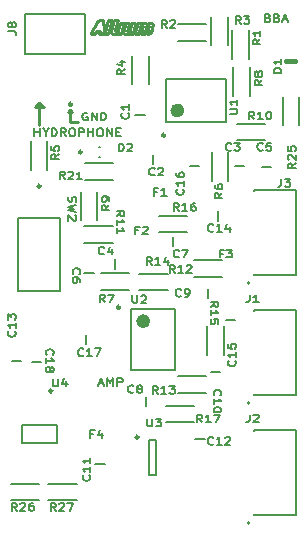
<source format=gbr>
%TF.GenerationSoftware,KiCad,Pcbnew,7.0.7*%
%TF.CreationDate,2023-10-04T23:23:26-04:00*%
%TF.ProjectId,AcousticsSingleChannel,41636f75-7374-4696-9373-53696e676c65,rev?*%
%TF.SameCoordinates,Original*%
%TF.FileFunction,Legend,Top*%
%TF.FilePolarity,Positive*%
%FSLAX46Y46*%
G04 Gerber Fmt 4.6, Leading zero omitted, Abs format (unit mm)*
G04 Created by KiCad (PCBNEW 7.0.7) date 2023-10-04 23:23:26*
%MOMM*%
%LPD*%
G01*
G04 APERTURE LIST*
%ADD10C,0.254000*%
%ADD11C,0.127000*%
%ADD12C,0.200000*%
%ADD13C,0.250000*%
%ADD14C,0.600000*%
%ADD15C,0.152400*%
%ADD16C,0.400000*%
G04 APERTURE END LIST*
D10*
X138792110Y-88704145D02*
X138792110Y-86862665D01*
X144109700Y-79836505D02*
X144116460Y-79836505D01*
X144116460Y-79843265D01*
X144123230Y-79843265D01*
X144123230Y-79836505D01*
X144143510Y-79836505D01*
X144143510Y-79843265D01*
X144150270Y-79843265D01*
X144150270Y-79836505D01*
X144170560Y-79836505D01*
X144170560Y-79843265D01*
X144177330Y-79843265D01*
X144177330Y-79836505D01*
X144197610Y-79836505D01*
X144197610Y-79843265D01*
X144204370Y-79843265D01*
X144204370Y-79850035D01*
X144204370Y-79856795D01*
X144204370Y-79863555D01*
X144204370Y-79870315D01*
X144204370Y-79877085D01*
X144211140Y-79877085D01*
X144211140Y-79883845D01*
X144204370Y-79883845D01*
X144204370Y-79890605D01*
X144211140Y-79890605D01*
X144211140Y-79897365D01*
X144204370Y-79897365D01*
X144204370Y-79904135D01*
X144211140Y-79904135D01*
X144211140Y-79910895D01*
X144204370Y-79910895D01*
X144204370Y-79917655D01*
X144211140Y-79917655D01*
X144211140Y-79924415D01*
X144211140Y-79931185D01*
X144211140Y-79937945D01*
X144211140Y-79944705D01*
X144211140Y-79951465D01*
X144211140Y-79958225D01*
X144211140Y-79964995D01*
X144217900Y-79964995D01*
X144217900Y-79971755D01*
X144211140Y-79971755D01*
X144211140Y-79978515D01*
X144211140Y-79985275D01*
X144211140Y-79992035D01*
X144217900Y-79992035D01*
X144217900Y-79998805D01*
X144211140Y-79998805D01*
X144211140Y-80005565D01*
X144211140Y-80012325D01*
X144211140Y-80019095D01*
X144217900Y-80019095D01*
X144217900Y-80025855D01*
X144211140Y-80025855D01*
X144211140Y-80032615D01*
X144217900Y-80032615D01*
X144217900Y-80039375D01*
X144211140Y-80039375D01*
X144211140Y-80046135D01*
X144217900Y-80046135D01*
X144217900Y-80052905D01*
X144211140Y-80052905D01*
X144211140Y-80059665D01*
X144217900Y-80059665D01*
X144217900Y-80066425D01*
X144211140Y-80066425D01*
X144211140Y-80073185D01*
X144217900Y-80073185D01*
X144217900Y-80079945D01*
X144211140Y-80079945D01*
X144211140Y-80086715D01*
X144217900Y-80086715D01*
X144217900Y-80093475D01*
X144211140Y-80093475D01*
X144211140Y-80100235D01*
X144217900Y-80100235D01*
X144217900Y-80107005D01*
X144211140Y-80107005D01*
X144211140Y-80113765D01*
X144217900Y-80113765D01*
X144217900Y-80120525D01*
X144211140Y-80120525D01*
X144211140Y-80127285D01*
X144217900Y-80127285D01*
X144217900Y-80134045D01*
X144217900Y-80140815D01*
X144217900Y-80147575D01*
X144211140Y-80147575D01*
X144211140Y-80154335D01*
X144217900Y-80154335D01*
X144217900Y-80161095D01*
X144217900Y-80167865D01*
X144217900Y-80174625D01*
X144211140Y-80174625D01*
X144211140Y-80181385D01*
X144217900Y-80181385D01*
X144217900Y-80188145D01*
X144217900Y-80194905D01*
X144217900Y-80201675D01*
X144211140Y-80201675D01*
X144211140Y-80208435D01*
X144217900Y-80208435D01*
X144217900Y-80215195D01*
X144224660Y-80215195D01*
X144224660Y-80221965D01*
X144217900Y-80221965D01*
X144217900Y-80228725D01*
X144217900Y-80235485D01*
X144217900Y-80242245D01*
X144224660Y-80242245D01*
X144224660Y-80249005D01*
X144217900Y-80249005D01*
X144217900Y-80255775D01*
X144224660Y-80255775D01*
X144224660Y-80262535D01*
X144224660Y-80269295D01*
X144224660Y-80276055D01*
X144217900Y-80276055D01*
X144217900Y-80282815D01*
X144224660Y-80282815D01*
X144224660Y-80289585D01*
X144224660Y-80296345D01*
X144224660Y-80303105D01*
X144217900Y-80303105D01*
X144217900Y-80309875D01*
X144224660Y-80309875D01*
X144224660Y-80316635D01*
X144224660Y-80323395D01*
X144224660Y-80330155D01*
X144231420Y-80330155D01*
X144231420Y-80336915D01*
X144224660Y-80336915D01*
X144224660Y-80343685D01*
X144224660Y-80350445D01*
X144224660Y-80357205D01*
X144231420Y-80357205D01*
X144231420Y-80363965D01*
X144224660Y-80363965D01*
X144224660Y-80370735D01*
X144231420Y-80370735D01*
X144231420Y-80377495D01*
X144224660Y-80377495D01*
X144224660Y-80384255D01*
X144231420Y-80384255D01*
X144231420Y-80391015D01*
X144224660Y-80391015D01*
X144224660Y-80397775D01*
X144231420Y-80397775D01*
X144231420Y-80404545D01*
X144224660Y-80404545D01*
X144224660Y-80411305D01*
X144231420Y-80411305D01*
X144231420Y-80418065D01*
X144224660Y-80418065D01*
X144224660Y-80424835D01*
X144231420Y-80424835D01*
X144231420Y-80431595D01*
X144224660Y-80431595D01*
X144224660Y-80438355D01*
X144231420Y-80438355D01*
X144231420Y-80445115D01*
X144224660Y-80445115D01*
X144224660Y-80451875D01*
X144231420Y-80451875D01*
X144231420Y-80458645D01*
X144224660Y-80458645D01*
X144224660Y-80465405D01*
X144231420Y-80465405D01*
X144231420Y-80472165D01*
X144224660Y-80472165D01*
X144224660Y-80478925D01*
X144231420Y-80478925D01*
X144231420Y-80485685D01*
X144224660Y-80485685D01*
X144224660Y-80492455D01*
X144231420Y-80492455D01*
X144231420Y-80499215D01*
X144224660Y-80499215D01*
X144224660Y-80505975D01*
X144231420Y-80505975D01*
X144231420Y-80512735D01*
X144224660Y-80512735D01*
X144224660Y-80519505D01*
X144231420Y-80519505D01*
X144231420Y-80526265D01*
X144231420Y-80533025D01*
X144231420Y-80539785D01*
X144231420Y-80546545D01*
X144231420Y-80553315D01*
X144231420Y-80560075D01*
X144231420Y-80566835D01*
X144231420Y-80573605D01*
X144231420Y-80580365D01*
X144231420Y-80587125D01*
X144231420Y-80593885D01*
X144238180Y-80593885D01*
X144238180Y-80600645D01*
X144231420Y-80600645D01*
X144231420Y-80607415D01*
X144238180Y-80607415D01*
X144238180Y-80614175D01*
X144231420Y-80614175D01*
X144231420Y-80620935D01*
X144238180Y-80620935D01*
X144238180Y-80627695D01*
X144231420Y-80627695D01*
X144231420Y-80634465D01*
X144238180Y-80634465D01*
X144238180Y-80641225D01*
X144238180Y-80647985D01*
X144238180Y-80654745D01*
X144238180Y-80661515D01*
X144238180Y-80668275D01*
X144238180Y-80675035D01*
X144238180Y-80681795D01*
X144238180Y-80688555D01*
X144238180Y-80695325D01*
X144244950Y-80695325D01*
X144244950Y-80702085D01*
X144238180Y-80702085D01*
X144238180Y-80708845D01*
X144238180Y-80715605D01*
X144238180Y-80722375D01*
X144244950Y-80722375D01*
X144244950Y-80729135D01*
X144238180Y-80729135D01*
X144238180Y-80735895D01*
X144244950Y-80735895D01*
X144244950Y-80742655D01*
X144238180Y-80742655D01*
X144238180Y-80749415D01*
X144244950Y-80749415D01*
X144244950Y-80756185D01*
X144238180Y-80756185D01*
X144238180Y-80762945D01*
X144244950Y-80762945D01*
X144244950Y-80769705D01*
X144238180Y-80769705D01*
X144238180Y-80776475D01*
X144244950Y-80776475D01*
X144244950Y-80783235D01*
X144238180Y-80783235D01*
X144238180Y-80789995D01*
X144244950Y-80789995D01*
X144244950Y-80796755D01*
X144238180Y-80796755D01*
X144238180Y-80803515D01*
X144244950Y-80803515D01*
X144244950Y-80810285D01*
X144238180Y-80810285D01*
X144238180Y-80817045D01*
X144244950Y-80817045D01*
X144244950Y-80823805D01*
X144238180Y-80823805D01*
X144238180Y-80830565D01*
X144244950Y-80830565D01*
X144244950Y-80837335D01*
X144238180Y-80837335D01*
X144238180Y-80844095D01*
X144244950Y-80844095D01*
X144244950Y-80850855D01*
X144238180Y-80850855D01*
X144238180Y-80857615D01*
X144244950Y-80857615D01*
X144244950Y-80864385D01*
X144244950Y-80871145D01*
X144244950Y-80877905D01*
X144238180Y-80877905D01*
X144238180Y-80884665D01*
X144244950Y-80884665D01*
X144244950Y-80891425D01*
X144244950Y-80898195D01*
X144244950Y-80904955D01*
X144244950Y-80911715D01*
X144244950Y-80918475D01*
X144244950Y-80925245D01*
X144244950Y-80932005D01*
X144244950Y-80938765D01*
X144244950Y-80945525D01*
X144251710Y-80945525D01*
X144251710Y-80952285D01*
X144244950Y-80952285D01*
X144244950Y-80959055D01*
X144251710Y-80959055D01*
X144251710Y-80965815D01*
X144244950Y-80965815D01*
X144244950Y-80972575D01*
X144251710Y-80972575D01*
X144251710Y-80979345D01*
X144244950Y-80979345D01*
X144244950Y-80986105D01*
X144238180Y-80986105D01*
X144238180Y-80992865D01*
X144217900Y-80992865D01*
X144217900Y-80999625D01*
X144211140Y-80999625D01*
X144211140Y-80992865D01*
X144217900Y-80992865D01*
X144217900Y-80986105D01*
X144211140Y-80986105D01*
X144211140Y-80992865D01*
X144190850Y-80992865D01*
X144190850Y-80999625D01*
X144184090Y-80999625D01*
X144184090Y-80992865D01*
X144190850Y-80992865D01*
X144190850Y-80986105D01*
X144184090Y-80986105D01*
X144184090Y-80992865D01*
X144163800Y-80992865D01*
X144163800Y-80999625D01*
X144157040Y-80999625D01*
X144157040Y-80992865D01*
X144163800Y-80992865D01*
X144163800Y-80986105D01*
X144157040Y-80986105D01*
X144157040Y-80992865D01*
X144136750Y-80992865D01*
X144136750Y-80999625D01*
X144129990Y-80999625D01*
X144129990Y-80992865D01*
X144136750Y-80992865D01*
X144136750Y-80986105D01*
X144129990Y-80986105D01*
X144129990Y-80992865D01*
X144109700Y-80992865D01*
X144109700Y-80999625D01*
X144102940Y-80999625D01*
X144102940Y-80992865D01*
X144109700Y-80992865D01*
X144109700Y-80986105D01*
X144102940Y-80986105D01*
X144102940Y-80992865D01*
X144082650Y-80992865D01*
X144082650Y-80999625D01*
X144075890Y-80999625D01*
X144075890Y-80992865D01*
X144082650Y-80992865D01*
X144082650Y-80986105D01*
X144075890Y-80986105D01*
X144075890Y-80992865D01*
X144055600Y-80992865D01*
X144055600Y-80999625D01*
X144048840Y-80999625D01*
X144048840Y-80992865D01*
X144055600Y-80992865D01*
X144055600Y-80986105D01*
X144048840Y-80986105D01*
X144048840Y-80992865D01*
X144028550Y-80992865D01*
X144028550Y-80999625D01*
X144021790Y-80999625D01*
X144021790Y-80992865D01*
X144028550Y-80992865D01*
X144028550Y-80986105D01*
X144021790Y-80986105D01*
X144021790Y-80992865D01*
X144001500Y-80992865D01*
X144001500Y-80999625D01*
X143994740Y-80999625D01*
X143994740Y-80992865D01*
X144001500Y-80992865D01*
X144001500Y-80986105D01*
X143994740Y-80986105D01*
X143994740Y-80992865D01*
X143974460Y-80992865D01*
X143974460Y-80999625D01*
X143967690Y-80999625D01*
X143967690Y-80992865D01*
X143974460Y-80992865D01*
X143974460Y-80986105D01*
X143967690Y-80986105D01*
X143967690Y-80992865D01*
X143947400Y-80992865D01*
X143947400Y-80999625D01*
X143940640Y-80999625D01*
X143940640Y-80992865D01*
X143947400Y-80992865D01*
X143947400Y-80986105D01*
X143940640Y-80986105D01*
X143940640Y-80992865D01*
X143920360Y-80992865D01*
X143920360Y-80999625D01*
X143913590Y-80999625D01*
X143913590Y-80992865D01*
X143920360Y-80992865D01*
X143920360Y-80986105D01*
X143913590Y-80986105D01*
X143913590Y-80992865D01*
X143893310Y-80992865D01*
X143893310Y-80999625D01*
X143886550Y-80999625D01*
X143886550Y-80992865D01*
X143893310Y-80992865D01*
X143893310Y-80986105D01*
X143886550Y-80986105D01*
X143886550Y-80992865D01*
X143879780Y-80992865D01*
X143879780Y-80986105D01*
X143873020Y-80986105D01*
X143873020Y-80979345D01*
X143879780Y-80979345D01*
X143879780Y-80972575D01*
X143873020Y-80972575D01*
X143873020Y-80965815D01*
X143879780Y-80965815D01*
X143879780Y-80959055D01*
X143873020Y-80959055D01*
X143873020Y-80952285D01*
X143879780Y-80952285D01*
X143879780Y-80945525D01*
X143873020Y-80945525D01*
X143873020Y-80938765D01*
X143879780Y-80938765D01*
X143879780Y-80932005D01*
X143873020Y-80932005D01*
X143873020Y-80925245D01*
X143879780Y-80925245D01*
X143879780Y-80918475D01*
X143873020Y-80918475D01*
X143873020Y-80911715D01*
X143879780Y-80911715D01*
X143879780Y-80904955D01*
X143873020Y-80904955D01*
X143873020Y-80898195D01*
X143879780Y-80898195D01*
X143879780Y-80891425D01*
X143873020Y-80891425D01*
X143873020Y-80884665D01*
X143879780Y-80884665D01*
X143879780Y-80877905D01*
X143873020Y-80877905D01*
X143873020Y-80871145D01*
X143879780Y-80871145D01*
X143879780Y-80864385D01*
X143879780Y-80857615D01*
X143879780Y-80850855D01*
X143879780Y-80844095D01*
X143879780Y-80837335D01*
X143879780Y-80830565D01*
X143879780Y-80823805D01*
X143879780Y-80817045D01*
X143879780Y-80810285D01*
X143886550Y-80810285D01*
X143886550Y-80803515D01*
X143879780Y-80803515D01*
X143879780Y-80796755D01*
X143873020Y-80796755D01*
X143873020Y-80789995D01*
X143866260Y-80789995D01*
X143866260Y-80796755D01*
X143859490Y-80796755D01*
X143859490Y-80789995D01*
X143852730Y-80789995D01*
X143852730Y-80796755D01*
X143845970Y-80796755D01*
X143845970Y-80789995D01*
X143839210Y-80789995D01*
X143839210Y-80796755D01*
X143832450Y-80796755D01*
X143832450Y-80789995D01*
X143825680Y-80789995D01*
X143825680Y-80796755D01*
X143818920Y-80796755D01*
X143818920Y-80789995D01*
X143812160Y-80789995D01*
X143812160Y-80796755D01*
X143805400Y-80796755D01*
X143805400Y-80789995D01*
X143798630Y-80789995D01*
X143798630Y-80796755D01*
X143791870Y-80796755D01*
X143791870Y-80789995D01*
X143785110Y-80789995D01*
X143785110Y-80796755D01*
X143778350Y-80796755D01*
X143778350Y-80789995D01*
X143771590Y-80789995D01*
X143771590Y-80796755D01*
X143764820Y-80796755D01*
X143764820Y-80789995D01*
X143758060Y-80789995D01*
X143758060Y-80796755D01*
X143751300Y-80796755D01*
X143751300Y-80789995D01*
X143744530Y-80789995D01*
X143744530Y-80796755D01*
X143737770Y-80796755D01*
X143737770Y-80789995D01*
X143731010Y-80789995D01*
X143731010Y-80796755D01*
X143724250Y-80796755D01*
X143724250Y-80789995D01*
X143717490Y-80789995D01*
X143717490Y-80796755D01*
X143710720Y-80796755D01*
X143710720Y-80789995D01*
X143703960Y-80789995D01*
X143703960Y-80796755D01*
X143697200Y-80796755D01*
X143697200Y-80789995D01*
X143690440Y-80789995D01*
X143690440Y-80796755D01*
X143683670Y-80796755D01*
X143683670Y-80789995D01*
X143676910Y-80789995D01*
X143676910Y-80796755D01*
X143670150Y-80796755D01*
X143670150Y-80789995D01*
X143663390Y-80789995D01*
X143663390Y-80796755D01*
X143656630Y-80796755D01*
X143656630Y-80789995D01*
X143649860Y-80789995D01*
X143649860Y-80796755D01*
X143643100Y-80796755D01*
X143643100Y-80789995D01*
X143636340Y-80789995D01*
X143636340Y-80796755D01*
X143629580Y-80796755D01*
X143629580Y-80789995D01*
X143622820Y-80789995D01*
X143622820Y-80796755D01*
X143616050Y-80796755D01*
X143616050Y-80789995D01*
X143609290Y-80789995D01*
X143609290Y-80796755D01*
X143595760Y-80796755D01*
X143595760Y-80803515D01*
X143595760Y-80810285D01*
X143589000Y-80810285D01*
X143589000Y-80817045D01*
X143589000Y-80823805D01*
X143589000Y-80830565D01*
X143582240Y-80830565D01*
X143582240Y-80837335D01*
X143575480Y-80837335D01*
X143575480Y-80844095D01*
X143582240Y-80844095D01*
X143582240Y-80850855D01*
X143575480Y-80850855D01*
X143575480Y-80857615D01*
X143568720Y-80857615D01*
X143568720Y-80864385D01*
X143568720Y-80871145D01*
X143568720Y-80877905D01*
X143561950Y-80877905D01*
X143561950Y-80884665D01*
X143555190Y-80884665D01*
X143555190Y-80891425D01*
X143555190Y-80898195D01*
X143555190Y-80904955D01*
X143548430Y-80904955D01*
X143548430Y-80911715D01*
X143548430Y-80918475D01*
X143548430Y-80925245D01*
X143541670Y-80925245D01*
X143541670Y-80932005D01*
X143534900Y-80932005D01*
X143534900Y-80938765D01*
X143541670Y-80938765D01*
X143541670Y-80945525D01*
X143534900Y-80945525D01*
X143534900Y-80952285D01*
X143528140Y-80952285D01*
X143528140Y-80959055D01*
X143521380Y-80959055D01*
X143521380Y-80965815D01*
X143528140Y-80965815D01*
X143528140Y-80972575D01*
X143521380Y-80972575D01*
X143521380Y-80979345D01*
X143514620Y-80979345D01*
X143514620Y-80986105D01*
X143507850Y-80986105D01*
X143507850Y-80992865D01*
X143487570Y-80992865D01*
X143487570Y-80999625D01*
X143480800Y-80999625D01*
X143480800Y-80992865D01*
X143487570Y-80992865D01*
X143487570Y-80986105D01*
X143480800Y-80986105D01*
X143480800Y-80992865D01*
X143460520Y-80992865D01*
X143460520Y-80999625D01*
X143453760Y-80999625D01*
X143453760Y-80992865D01*
X143460520Y-80992865D01*
X143460520Y-80986105D01*
X143453760Y-80986105D01*
X143453760Y-80992865D01*
X143433470Y-80992865D01*
X143433470Y-80999625D01*
X143426710Y-80999625D01*
X143426710Y-80992865D01*
X143433470Y-80992865D01*
X143433470Y-80986105D01*
X143426710Y-80986105D01*
X143426710Y-80992865D01*
X143406420Y-80992865D01*
X143406420Y-80999625D01*
X143399660Y-80999625D01*
X143399660Y-80992865D01*
X143406420Y-80992865D01*
X143406420Y-80986105D01*
X143399660Y-80986105D01*
X143399660Y-80992865D01*
X143379370Y-80992865D01*
X143379370Y-80999625D01*
X143372610Y-80999625D01*
X143372610Y-80992865D01*
X143379370Y-80992865D01*
X143379370Y-80986105D01*
X143372610Y-80986105D01*
X143372610Y-80992865D01*
X143352320Y-80992865D01*
X143352320Y-80999625D01*
X143345560Y-80999625D01*
X143345560Y-80992865D01*
X143352320Y-80992865D01*
X143352320Y-80986105D01*
X143345560Y-80986105D01*
X143345560Y-80992865D01*
X143325270Y-80992865D01*
X143325270Y-80999625D01*
X143318510Y-80999625D01*
X143318510Y-80992865D01*
X143325270Y-80992865D01*
X143325270Y-80986105D01*
X143318510Y-80986105D01*
X143318510Y-80992865D01*
X143298220Y-80992865D01*
X143298220Y-80999625D01*
X143291460Y-80999625D01*
X143291460Y-80992865D01*
X143298220Y-80992865D01*
X143298220Y-80986105D01*
X143291460Y-80986105D01*
X143291460Y-80992865D01*
X143271170Y-80992865D01*
X143271170Y-80999625D01*
X143264410Y-80999625D01*
X143264410Y-80992865D01*
X143271170Y-80992865D01*
X143271170Y-80986105D01*
X143264410Y-80986105D01*
X143264410Y-80992865D01*
X143244120Y-80992865D01*
X143244120Y-80999625D01*
X143237360Y-80999625D01*
X143237360Y-80992865D01*
X143244120Y-80992865D01*
X143244120Y-80986105D01*
X143237360Y-80986105D01*
X143237360Y-80992865D01*
X143217080Y-80992865D01*
X143217080Y-80999625D01*
X143210310Y-80999625D01*
X143210310Y-80992865D01*
X143217080Y-80992865D01*
X143217080Y-80986105D01*
X143210310Y-80986105D01*
X143210310Y-80992865D01*
X143190020Y-80992865D01*
X143190020Y-80999625D01*
X143183260Y-80999625D01*
X143183260Y-80992865D01*
X143190020Y-80992865D01*
X143190020Y-80986105D01*
X143183260Y-80986105D01*
X143183260Y-80992865D01*
X143162980Y-80992865D01*
X143162980Y-80999625D01*
X143156210Y-80999625D01*
X143156210Y-80992865D01*
X143162980Y-80992865D01*
X143162980Y-80986105D01*
X143156210Y-80986105D01*
X143156210Y-80992865D01*
X143142690Y-80992865D01*
X143142690Y-80986105D01*
X143142690Y-80979345D01*
X143149450Y-80979345D01*
X143149450Y-80972575D01*
X143149450Y-80965815D01*
X143149450Y-80959055D01*
X143156210Y-80959055D01*
X143156210Y-80952285D01*
X143162980Y-80952285D01*
X143162980Y-80945525D01*
X143156210Y-80945525D01*
X143156210Y-80938765D01*
X143169740Y-80938765D01*
X143169740Y-80932005D01*
X143169740Y-80925245D01*
X143176500Y-80925245D01*
X143176500Y-80918475D01*
X143183260Y-80918475D01*
X143183260Y-80911715D01*
X143190020Y-80911715D01*
X143190020Y-80904955D01*
X143183260Y-80904955D01*
X143183260Y-80898195D01*
X143190020Y-80898195D01*
X143190020Y-80891425D01*
X143196790Y-80891425D01*
X143196790Y-80884665D01*
X143196790Y-80877905D01*
X143196790Y-80871145D01*
X143203550Y-80871145D01*
X143203550Y-80864385D01*
X143210310Y-80864385D01*
X143210310Y-80857615D01*
X143217080Y-80857615D01*
X143217080Y-80850855D01*
X143210310Y-80850855D01*
X143210310Y-80844095D01*
X143217080Y-80844095D01*
X143217080Y-80837335D01*
X143223840Y-80837335D01*
X143223840Y-80830565D01*
X143230600Y-80830565D01*
X143230600Y-80823805D01*
X143223840Y-80823805D01*
X143223840Y-80817045D01*
X143230600Y-80817045D01*
X143230600Y-80810285D01*
X143237360Y-80810285D01*
X143237360Y-80803515D01*
X143244120Y-80803515D01*
X143244120Y-80796755D01*
X143244120Y-80789995D01*
X143244120Y-80783235D01*
X143250890Y-80783235D01*
X143250890Y-80776475D01*
X143257650Y-80776475D01*
X143257650Y-80769705D01*
X143257650Y-80762945D01*
X143264410Y-80762945D01*
X143264410Y-80756185D01*
X143264410Y-80749415D01*
X143271170Y-80749415D01*
X143271170Y-80742655D01*
X143277930Y-80742655D01*
X143277930Y-80735895D01*
X143277930Y-80729135D01*
X143277930Y-80722375D01*
X143284700Y-80722375D01*
X143284700Y-80715605D01*
X143291460Y-80715605D01*
X143291460Y-80708845D01*
X143291460Y-80702085D01*
X143291460Y-80695325D01*
X143298220Y-80695325D01*
X143298220Y-80688555D01*
X143304990Y-80688555D01*
X143304990Y-80681795D01*
X143311750Y-80681795D01*
X143311750Y-80675035D01*
X143304990Y-80675035D01*
X143304990Y-80668275D01*
X143311750Y-80668275D01*
X143311750Y-80661515D01*
X143318510Y-80661515D01*
X143318510Y-80654745D01*
X143325270Y-80654745D01*
X143325270Y-80647985D01*
X143318510Y-80647985D01*
X143318510Y-80641225D01*
X143325270Y-80641225D01*
X143325270Y-80634465D01*
X143332030Y-80634465D01*
X143332030Y-80627695D01*
X143338800Y-80627695D01*
X143338800Y-80620935D01*
X143338800Y-80614175D01*
X143338800Y-80607415D01*
X143345560Y-80607415D01*
X143345560Y-80600645D01*
X143352320Y-80600645D01*
X143352320Y-80593885D01*
X143345560Y-80593885D01*
X143345560Y-80587125D01*
X143359080Y-80587125D01*
X143359080Y-80580365D01*
X143359080Y-80573605D01*
X143365850Y-80573605D01*
X143365850Y-80566835D01*
X143372610Y-80566835D01*
X143372610Y-80560075D01*
X143379370Y-80560075D01*
X143379370Y-80553315D01*
X143372610Y-80553315D01*
X143372610Y-80546545D01*
X143379370Y-80546545D01*
X143379370Y-80539785D01*
X143386130Y-80539785D01*
X143386130Y-80533025D01*
X143386130Y-80526265D01*
X143386130Y-80519505D01*
X143392890Y-80519505D01*
X143392890Y-80512735D01*
X143399660Y-80512735D01*
X143399660Y-80505975D01*
X143406420Y-80505975D01*
X143406420Y-80499215D01*
X143399660Y-80499215D01*
X143399660Y-80492455D01*
X143406420Y-80492455D01*
X143406420Y-80485685D01*
X143413180Y-80485685D01*
X143413180Y-80478925D01*
X143419950Y-80478925D01*
X143419950Y-80472165D01*
X143413180Y-80472165D01*
X143413180Y-80465405D01*
X143419950Y-80465405D01*
X143419950Y-80458645D01*
X143426710Y-80458645D01*
X143426710Y-80451875D01*
X143433470Y-80451875D01*
X143433470Y-80445115D01*
X143433470Y-80438355D01*
X143433470Y-80431595D01*
X143440230Y-80431595D01*
X143440230Y-80424835D01*
X143446990Y-80424835D01*
X143446990Y-80418065D01*
X143446990Y-80411305D01*
X143453760Y-80411305D01*
X143453760Y-80404545D01*
X143453760Y-80397775D01*
X143460520Y-80397775D01*
X143460520Y-80391015D01*
X143460520Y-80384255D01*
X143467280Y-80384255D01*
X143467280Y-80377495D01*
X143467280Y-80370735D01*
X143474040Y-80370735D01*
X143474040Y-80363965D01*
X143480800Y-80363965D01*
X143480800Y-80357205D01*
X143480800Y-80350445D01*
X143480800Y-80343685D01*
X143487570Y-80343685D01*
X143487570Y-80336915D01*
X143494330Y-80336915D01*
X143494330Y-80330155D01*
X143501090Y-80330155D01*
X143501090Y-80323395D01*
X143494330Y-80323395D01*
X143494330Y-80316635D01*
X143501090Y-80316635D01*
X143501090Y-80309875D01*
X143507850Y-80309875D01*
X143507850Y-80303105D01*
X143514620Y-80303105D01*
X143514620Y-80296345D01*
X143507850Y-80296345D01*
X143507850Y-80289585D01*
X143514620Y-80289585D01*
X143514620Y-80282815D01*
X143521380Y-80282815D01*
X143521380Y-80276055D01*
X143528140Y-80276055D01*
X143528140Y-80269295D01*
X143528140Y-80262535D01*
X143528140Y-80255775D01*
X143534900Y-80255775D01*
X143534900Y-80249005D01*
X143541670Y-80249005D01*
X143541670Y-80242245D01*
X143534900Y-80242245D01*
X143534900Y-80235485D01*
X143548430Y-80235485D01*
X143548430Y-80228725D01*
X143548430Y-80221965D01*
X143555190Y-80221965D01*
X143555190Y-80215195D01*
X143555190Y-80208435D01*
X143568720Y-80208435D01*
X143568720Y-80201675D01*
X143561950Y-80201675D01*
X143561950Y-80194905D01*
X143568720Y-80194905D01*
X143568720Y-80188145D01*
X143568720Y-80181385D01*
X143575480Y-80181385D01*
X143575480Y-80174625D01*
X143575480Y-80167865D01*
X143582240Y-80167865D01*
X143582240Y-80161095D01*
X143589000Y-80161095D01*
X143589000Y-80154335D01*
X143595760Y-80154335D01*
X143595760Y-80147575D01*
X143589000Y-80147575D01*
X143589000Y-80140815D01*
X143595760Y-80140815D01*
X143595760Y-80134045D01*
X143602530Y-80134045D01*
X143602530Y-80127285D01*
X143609290Y-80127285D01*
X143609290Y-80120525D01*
X143602530Y-80120525D01*
X143602530Y-80113765D01*
X143609290Y-80113765D01*
X143609290Y-80107005D01*
X143616050Y-80107005D01*
X143616050Y-80100235D01*
X143622820Y-80100235D01*
X143622820Y-80093475D01*
X143622820Y-80086715D01*
X143622820Y-80079945D01*
X143629580Y-80079945D01*
X143629580Y-80073185D01*
X143636340Y-80073185D01*
X143636340Y-80066425D01*
X143636340Y-80059665D01*
X143643100Y-80059665D01*
X143643100Y-80052905D01*
X143643100Y-80046135D01*
X143649860Y-80046135D01*
X143649860Y-80039375D01*
X143656630Y-80039375D01*
X143656630Y-80032615D01*
X143663390Y-80032615D01*
X143663390Y-80025855D01*
X143663390Y-80019095D01*
X143670150Y-80019095D01*
X143670150Y-80012325D01*
X143670150Y-80005565D01*
X143676910Y-80005565D01*
X143676910Y-79998805D01*
X143683670Y-79998805D01*
X143683670Y-79992035D01*
X143690440Y-79992035D01*
X143690440Y-79985275D01*
X143697200Y-79985275D01*
X143697200Y-79978515D01*
X143703960Y-79978515D01*
X143703960Y-79971755D01*
X143710720Y-79971755D01*
X143710720Y-79964995D01*
X143717490Y-79964995D01*
X143717490Y-79958225D01*
X143724250Y-79958225D01*
X143724250Y-79951465D01*
X143731010Y-79951465D01*
X143731010Y-79944705D01*
X143737770Y-79944705D01*
X143737770Y-79937945D01*
X143744530Y-79937945D01*
X143744530Y-79931185D01*
X143751300Y-79931185D01*
X143751300Y-79924415D01*
X143771590Y-79924415D01*
X143771590Y-79917655D01*
X143778350Y-79917655D01*
X143778350Y-79910895D01*
X143785110Y-79910895D01*
X143785110Y-79904135D01*
X143791870Y-79904135D01*
X143791870Y-79897365D01*
X143812160Y-79897365D01*
X143812160Y-79890605D01*
X143818920Y-79890605D01*
X143818920Y-79883845D01*
X143839210Y-79883845D01*
X143839210Y-79877085D01*
X143845970Y-79877085D01*
X143845970Y-79870315D01*
X143866260Y-79870315D01*
X143866260Y-79863555D01*
X143886550Y-79863555D01*
X143886550Y-79856795D01*
X143906830Y-79856795D01*
X143906830Y-79850035D01*
X143913590Y-79850035D01*
X143913590Y-79856795D01*
X143920360Y-79856795D01*
X143920360Y-79850035D01*
X143927120Y-79850035D01*
X143927120Y-79843265D01*
X143933880Y-79843265D01*
X143933880Y-79850035D01*
X143940640Y-79850035D01*
X143940640Y-79843265D01*
X143974460Y-79843265D01*
X143974460Y-79836505D01*
X143981220Y-79836505D01*
X143981220Y-79843265D01*
X143987980Y-79843265D01*
X143987980Y-79836505D01*
X143994740Y-79836505D01*
X143994740Y-79843265D01*
X144001500Y-79843265D01*
X144001500Y-79836505D01*
X144008270Y-79836505D01*
X144008270Y-79843265D01*
X144015030Y-79843265D01*
X144015030Y-79836505D01*
X144035320Y-79836505D01*
X144035320Y-79843265D01*
X144042080Y-79843265D01*
X144042080Y-79836505D01*
X144062360Y-79836505D01*
X144062360Y-79843265D01*
X144069130Y-79843265D01*
X144069130Y-79836505D01*
X144089420Y-79836505D01*
X144089420Y-79843265D01*
X144096180Y-79843265D01*
X144096180Y-79836505D01*
X144102940Y-79836505D01*
X144102940Y-79829745D01*
X144109700Y-79829745D01*
X144109700Y-79836505D01*
X143514620Y-80992865D02*
X143514620Y-80999625D01*
X143507850Y-80999625D01*
X143507850Y-80992865D01*
X143514620Y-80992865D01*
X144244950Y-80992865D02*
X144244950Y-80999625D01*
X144238180Y-80999625D01*
X144238180Y-80992865D01*
X144244950Y-80992865D01*
X144251710Y-80986105D02*
X144251710Y-80992865D01*
X144244950Y-80992865D01*
X144244950Y-80986105D01*
X144251710Y-80986105D01*
X145610930Y-80120525D02*
X145617700Y-80120525D01*
X145617700Y-80113765D01*
X145624460Y-80113765D01*
X145624460Y-80120525D01*
X145631220Y-80120525D01*
X145631220Y-80113765D01*
X145637990Y-80113765D01*
X145637990Y-80120525D01*
X145644750Y-80120525D01*
X145644750Y-80113765D01*
X145651510Y-80113765D01*
X145651510Y-80120525D01*
X145658270Y-80120525D01*
X145658270Y-80113765D01*
X145665030Y-80113765D01*
X145665030Y-80120525D01*
X145671800Y-80120525D01*
X145671800Y-80113765D01*
X145678560Y-80113765D01*
X145678560Y-80120525D01*
X145685320Y-80120525D01*
X145685320Y-80113765D01*
X145692080Y-80113765D01*
X145692080Y-80120525D01*
X145698850Y-80120525D01*
X145698850Y-80113765D01*
X145705610Y-80113765D01*
X145705610Y-80120525D01*
X145712370Y-80120525D01*
X145712370Y-80113765D01*
X145719130Y-80113765D01*
X145719130Y-80120525D01*
X145725890Y-80120525D01*
X145725890Y-80113765D01*
X145732660Y-80113765D01*
X145732660Y-80120525D01*
X145739420Y-80120525D01*
X145739420Y-80113765D01*
X145746180Y-80113765D01*
X145746180Y-80120525D01*
X145752950Y-80120525D01*
X145752950Y-80113765D01*
X145759710Y-80113765D01*
X145759710Y-80120525D01*
X145766470Y-80120525D01*
X145766470Y-80113765D01*
X145773230Y-80113765D01*
X145773230Y-80120525D01*
X145779990Y-80120525D01*
X145779990Y-80113765D01*
X145786760Y-80113765D01*
X145786760Y-80120525D01*
X145793520Y-80120525D01*
X145793520Y-80113765D01*
X145800280Y-80113765D01*
X145800280Y-80120525D01*
X145807040Y-80120525D01*
X145807040Y-80113765D01*
X145813810Y-80113765D01*
X145813810Y-80120525D01*
X145820570Y-80120525D01*
X145820570Y-80113765D01*
X145827330Y-80113765D01*
X145827330Y-80120525D01*
X145834090Y-80120525D01*
X145834090Y-80113765D01*
X145840860Y-80113765D01*
X145840860Y-80120525D01*
X145847620Y-80120525D01*
X145847620Y-80113765D01*
X145854380Y-80113765D01*
X145854380Y-80120525D01*
X145861140Y-80120525D01*
X145861140Y-80113765D01*
X145867900Y-80113765D01*
X145867900Y-80120525D01*
X145874670Y-80120525D01*
X145874670Y-80113765D01*
X145881430Y-80113765D01*
X145881430Y-80120525D01*
X145888190Y-80120525D01*
X145888190Y-80113765D01*
X145894950Y-80113765D01*
X145894950Y-80120525D01*
X145901720Y-80120525D01*
X145901720Y-80113765D01*
X145908480Y-80113765D01*
X145908480Y-80120525D01*
X145915240Y-80120525D01*
X145915240Y-80113765D01*
X145922000Y-80113765D01*
X145922000Y-80120525D01*
X145928760Y-80120525D01*
X145928760Y-80127285D01*
X145928760Y-80134045D01*
X145928760Y-80140815D01*
X145922000Y-80140815D01*
X145922000Y-80147575D01*
X145915240Y-80147575D01*
X145915240Y-80154335D01*
X145922000Y-80154335D01*
X145922000Y-80161095D01*
X145915240Y-80161095D01*
X145915240Y-80167865D01*
X145922000Y-80167865D01*
X145922000Y-80174625D01*
X145915240Y-80174625D01*
X145915240Y-80181385D01*
X145915240Y-80188145D01*
X145915240Y-80194905D01*
X145908480Y-80194905D01*
X145908480Y-80201675D01*
X145908480Y-80208435D01*
X145908480Y-80215195D01*
X145901720Y-80215195D01*
X145901720Y-80221965D01*
X145908480Y-80221965D01*
X145908480Y-80228725D01*
X145901720Y-80228725D01*
X145901720Y-80235485D01*
X145901720Y-80242245D01*
X145901720Y-80249005D01*
X145894950Y-80249005D01*
X145894950Y-80255775D01*
X145888190Y-80255775D01*
X145888190Y-80262535D01*
X145894950Y-80262535D01*
X145894950Y-80269295D01*
X145888190Y-80269295D01*
X145888190Y-80276055D01*
X145894950Y-80276055D01*
X145894950Y-80282815D01*
X145888190Y-80282815D01*
X145888190Y-80289585D01*
X145888190Y-80296345D01*
X145888190Y-80303105D01*
X145881430Y-80303105D01*
X145881430Y-80309875D01*
X145881430Y-80316635D01*
X145881430Y-80323395D01*
X145874670Y-80323395D01*
X145874670Y-80330155D01*
X145881430Y-80330155D01*
X145881430Y-80336915D01*
X145874670Y-80336915D01*
X145874670Y-80343685D01*
X145874670Y-80350445D01*
X145874670Y-80357205D01*
X145867900Y-80357205D01*
X145867900Y-80363965D01*
X145861140Y-80363965D01*
X145861140Y-80370735D01*
X145867900Y-80370735D01*
X145867900Y-80377495D01*
X145861140Y-80377495D01*
X145861140Y-80384255D01*
X145867900Y-80384255D01*
X145867900Y-80391015D01*
X145861140Y-80391015D01*
X145861140Y-80397775D01*
X145861140Y-80404545D01*
X145861140Y-80411305D01*
X145854380Y-80411305D01*
X145854380Y-80418065D01*
X145854380Y-80424835D01*
X145854380Y-80431595D01*
X145847620Y-80431595D01*
X145847620Y-80438355D01*
X145854380Y-80438355D01*
X145854380Y-80445115D01*
X145847620Y-80445115D01*
X145847620Y-80451875D01*
X145847620Y-80458645D01*
X145847620Y-80465405D01*
X145840860Y-80465405D01*
X145840860Y-80472165D01*
X145834090Y-80472165D01*
X145834090Y-80478925D01*
X145840860Y-80478925D01*
X145840860Y-80485685D01*
X145834090Y-80485685D01*
X145834090Y-80492455D01*
X145840860Y-80492455D01*
X145840860Y-80499215D01*
X145834090Y-80499215D01*
X145834090Y-80505975D01*
X145834090Y-80512735D01*
X145834090Y-80519505D01*
X145827330Y-80519505D01*
X145827330Y-80526265D01*
X145827330Y-80533025D01*
X145827330Y-80539785D01*
X145820570Y-80539785D01*
X145820570Y-80546545D01*
X145827330Y-80546545D01*
X145827330Y-80553315D01*
X145820570Y-80553315D01*
X145820570Y-80560075D01*
X145820570Y-80566835D01*
X145820570Y-80573605D01*
X145813810Y-80573605D01*
X145813810Y-80580365D01*
X145807040Y-80580365D01*
X145807040Y-80587125D01*
X145813810Y-80587125D01*
X145813810Y-80593885D01*
X145807040Y-80593885D01*
X145807040Y-80600645D01*
X145813810Y-80600645D01*
X145813810Y-80607415D01*
X145807040Y-80607415D01*
X145807040Y-80614175D01*
X145800280Y-80614175D01*
X145800280Y-80620935D01*
X145807040Y-80620935D01*
X145807040Y-80627695D01*
X145800280Y-80627695D01*
X145800280Y-80634465D01*
X145800280Y-80641225D01*
X145800280Y-80647985D01*
X145793520Y-80647985D01*
X145793520Y-80654745D01*
X145800280Y-80654745D01*
X145800280Y-80661515D01*
X145793520Y-80661515D01*
X145793520Y-80668275D01*
X145793520Y-80675035D01*
X145793520Y-80681795D01*
X145786760Y-80681795D01*
X145786760Y-80688555D01*
X145779990Y-80688555D01*
X145779990Y-80695325D01*
X145786760Y-80695325D01*
X145786760Y-80702085D01*
X145779990Y-80702085D01*
X145779990Y-80708845D01*
X145786760Y-80708845D01*
X145786760Y-80715605D01*
X145779990Y-80715605D01*
X145779990Y-80722375D01*
X145779990Y-80729135D01*
X145779990Y-80735895D01*
X145773230Y-80735895D01*
X145773230Y-80742655D01*
X145773230Y-80749415D01*
X145773230Y-80756185D01*
X145766470Y-80756185D01*
X145766470Y-80762945D01*
X145773230Y-80762945D01*
X145773230Y-80769705D01*
X145766470Y-80769705D01*
X145766470Y-80776475D01*
X145766470Y-80783235D01*
X145766470Y-80789995D01*
X145759710Y-80789995D01*
X145759710Y-80796755D01*
X145752950Y-80796755D01*
X145752950Y-80803515D01*
X145759710Y-80803515D01*
X145759710Y-80810285D01*
X145752950Y-80810285D01*
X145752950Y-80817045D01*
X145752950Y-80823805D01*
X145752950Y-80830565D01*
X145746180Y-80830565D01*
X145746180Y-80837335D01*
X145752950Y-80837335D01*
X145752950Y-80844095D01*
X145746180Y-80844095D01*
X145746180Y-80850855D01*
X145746180Y-80857615D01*
X145746180Y-80864385D01*
X145739420Y-80864385D01*
X145739420Y-80871145D01*
X145746180Y-80871145D01*
X145746180Y-80877905D01*
X145739420Y-80877905D01*
X145739420Y-80884665D01*
X145739420Y-80891425D01*
X145739420Y-80898195D01*
X145732660Y-80898195D01*
X145732660Y-80904955D01*
X145725890Y-80904955D01*
X145725890Y-80911715D01*
X145732660Y-80911715D01*
X145732660Y-80918475D01*
X145725890Y-80918475D01*
X145725890Y-80925245D01*
X145732660Y-80925245D01*
X145732660Y-80932005D01*
X145725890Y-80932005D01*
X145725890Y-80938765D01*
X145719130Y-80938765D01*
X145719130Y-80945525D01*
X145725890Y-80945525D01*
X145725890Y-80952285D01*
X145719130Y-80952285D01*
X145719130Y-80959055D01*
X145712370Y-80959055D01*
X145712370Y-80965815D01*
X145719130Y-80965815D01*
X145719130Y-80972575D01*
X145712370Y-80972575D01*
X145712370Y-80979345D01*
X145719130Y-80979345D01*
X145719130Y-80986105D01*
X145712370Y-80986105D01*
X145712370Y-80992865D01*
X145705610Y-80992865D01*
X145705610Y-80986105D01*
X145698850Y-80986105D01*
X145698850Y-80992865D01*
X145678560Y-80992865D01*
X145678560Y-80999625D01*
X145671800Y-80999625D01*
X145671800Y-80992865D01*
X145678560Y-80992865D01*
X145678560Y-80986105D01*
X145671800Y-80986105D01*
X145671800Y-80992865D01*
X145651510Y-80992865D01*
X145651510Y-80999625D01*
X145644750Y-80999625D01*
X145644750Y-80992865D01*
X145651510Y-80992865D01*
X145651510Y-80986105D01*
X145644750Y-80986105D01*
X145644750Y-80992865D01*
X145624460Y-80992865D01*
X145624460Y-80999625D01*
X145617700Y-80999625D01*
X145617700Y-80992865D01*
X145624460Y-80992865D01*
X145624460Y-80986105D01*
X145617700Y-80986105D01*
X145617700Y-80992865D01*
X145597410Y-80992865D01*
X145597410Y-80999625D01*
X145590650Y-80999625D01*
X145590650Y-80992865D01*
X145597410Y-80992865D01*
X145597410Y-80986105D01*
X145590650Y-80986105D01*
X145590650Y-80992865D01*
X145570360Y-80992865D01*
X145570360Y-80999625D01*
X145563600Y-80999625D01*
X145563600Y-80992865D01*
X145570360Y-80992865D01*
X145570360Y-80986105D01*
X145563600Y-80986105D01*
X145563600Y-80992865D01*
X145543310Y-80992865D01*
X145543310Y-80999625D01*
X145536550Y-80999625D01*
X145536550Y-80992865D01*
X145543310Y-80992865D01*
X145543310Y-80986105D01*
X145536550Y-80986105D01*
X145536550Y-80992865D01*
X145516260Y-80992865D01*
X145516260Y-80999625D01*
X145509500Y-80999625D01*
X145509500Y-80992865D01*
X145516260Y-80992865D01*
X145516260Y-80986105D01*
X145509500Y-80986105D01*
X145509500Y-80992865D01*
X145489210Y-80992865D01*
X145489210Y-80999625D01*
X145482450Y-80999625D01*
X145482450Y-80992865D01*
X145489210Y-80992865D01*
X145489210Y-80986105D01*
X145482450Y-80986105D01*
X145482450Y-80992865D01*
X145462170Y-80992865D01*
X145462170Y-80999625D01*
X145455400Y-80999625D01*
X145455400Y-80992865D01*
X145462170Y-80992865D01*
X145462170Y-80986105D01*
X145455400Y-80986105D01*
X145455400Y-80992865D01*
X145435120Y-80992865D01*
X145435120Y-80999625D01*
X145428350Y-80999625D01*
X145428350Y-80992865D01*
X145435120Y-80992865D01*
X145435120Y-80986105D01*
X145428350Y-80986105D01*
X145428350Y-80992865D01*
X145408070Y-80992865D01*
X145408070Y-80999625D01*
X145401300Y-80999625D01*
X145401300Y-80992865D01*
X145408070Y-80992865D01*
X145408070Y-80986105D01*
X145401300Y-80986105D01*
X145401300Y-80992865D01*
X145387780Y-80992865D01*
X145387780Y-80986105D01*
X145387780Y-80979345D01*
X145394540Y-80979345D01*
X145394540Y-80972575D01*
X145387780Y-80972575D01*
X145387780Y-80965815D01*
X145394540Y-80965815D01*
X145394540Y-80959055D01*
X145387780Y-80959055D01*
X145387780Y-80952285D01*
X145394540Y-80952285D01*
X145394540Y-80945525D01*
X145401300Y-80945525D01*
X145401300Y-80938765D01*
X145401300Y-80932005D01*
X145401300Y-80925245D01*
X145408070Y-80925245D01*
X145408070Y-80918475D01*
X145401300Y-80918475D01*
X145401300Y-80911715D01*
X145408070Y-80911715D01*
X145408070Y-80904955D01*
X145408070Y-80898195D01*
X145408070Y-80891425D01*
X145414830Y-80891425D01*
X145414830Y-80884665D01*
X145414830Y-80877905D01*
X145414830Y-80871145D01*
X145421590Y-80871145D01*
X145421590Y-80864385D01*
X145414830Y-80864385D01*
X145414830Y-80857615D01*
X145421590Y-80857615D01*
X145421590Y-80850855D01*
X145414830Y-80850855D01*
X145414830Y-80844095D01*
X145421590Y-80844095D01*
X145421590Y-80837335D01*
X145428350Y-80837335D01*
X145428350Y-80830565D01*
X145421590Y-80830565D01*
X145421590Y-80823805D01*
X145428350Y-80823805D01*
X145428350Y-80817045D01*
X145435120Y-80817045D01*
X145435120Y-80810285D01*
X145428350Y-80810285D01*
X145428350Y-80803515D01*
X145435120Y-80803515D01*
X145435120Y-80796755D01*
X145435120Y-80789995D01*
X145435120Y-80783235D01*
X145435120Y-80776475D01*
X145441880Y-80776475D01*
X145441880Y-80769705D01*
X145441880Y-80762945D01*
X145448640Y-80762945D01*
X145448640Y-80756185D01*
X145441880Y-80756185D01*
X145441880Y-80749415D01*
X145448640Y-80749415D01*
X145448640Y-80742655D01*
X145441880Y-80742655D01*
X145441880Y-80735895D01*
X145448640Y-80735895D01*
X145448640Y-80729135D01*
X145455400Y-80729135D01*
X145455400Y-80722375D01*
X145455400Y-80715605D01*
X145455400Y-80708845D01*
X145462170Y-80708845D01*
X145462170Y-80702085D01*
X145455400Y-80702085D01*
X145455400Y-80695325D01*
X145462170Y-80695325D01*
X145462170Y-80688555D01*
X145462170Y-80681795D01*
X145462170Y-80675035D01*
X145468930Y-80675035D01*
X145468930Y-80668275D01*
X145468930Y-80661515D01*
X145468930Y-80654745D01*
X145475690Y-80654745D01*
X145475690Y-80647985D01*
X145468930Y-80647985D01*
X145468930Y-80641225D01*
X145475690Y-80641225D01*
X145475690Y-80634465D01*
X145468930Y-80634465D01*
X145468930Y-80627695D01*
X145475690Y-80627695D01*
X145475690Y-80620935D01*
X145482450Y-80620935D01*
X145482450Y-80614175D01*
X145475690Y-80614175D01*
X145475690Y-80607415D01*
X145482450Y-80607415D01*
X145482450Y-80600645D01*
X145489210Y-80600645D01*
X145489210Y-80593885D01*
X145482450Y-80593885D01*
X145482450Y-80587125D01*
X145489210Y-80587125D01*
X145489210Y-80580365D01*
X145489210Y-80573605D01*
X145489210Y-80566835D01*
X145489210Y-80560075D01*
X145495980Y-80560075D01*
X145495980Y-80553315D01*
X145495980Y-80546545D01*
X145502740Y-80546545D01*
X145502740Y-80539785D01*
X145495980Y-80539785D01*
X145495980Y-80533025D01*
X145502740Y-80533025D01*
X145502740Y-80526265D01*
X145495980Y-80526265D01*
X145495980Y-80519505D01*
X145502740Y-80519505D01*
X145502740Y-80512735D01*
X145509500Y-80512735D01*
X145509500Y-80505975D01*
X145509500Y-80499215D01*
X145509500Y-80492455D01*
X145509500Y-80485685D01*
X145509500Y-80478925D01*
X145516260Y-80478925D01*
X145516260Y-80472165D01*
X145516260Y-80465405D01*
X145516260Y-80458645D01*
X145523020Y-80458645D01*
X145523020Y-80451875D01*
X145523020Y-80445115D01*
X145523020Y-80438355D01*
X145529790Y-80438355D01*
X145529790Y-80431595D01*
X145523020Y-80431595D01*
X145523020Y-80424835D01*
X145529790Y-80424835D01*
X145529790Y-80418065D01*
X145523020Y-80418065D01*
X145523020Y-80411305D01*
X145529790Y-80411305D01*
X145529790Y-80404545D01*
X145536550Y-80404545D01*
X145536550Y-80397775D01*
X145536550Y-80391015D01*
X145536550Y-80384255D01*
X145543310Y-80384255D01*
X145543310Y-80377495D01*
X145536550Y-80377495D01*
X145536550Y-80370735D01*
X145543310Y-80370735D01*
X145543310Y-80363965D01*
X145543310Y-80357205D01*
X145543310Y-80350445D01*
X145550080Y-80350445D01*
X145550080Y-80343685D01*
X145550080Y-80336915D01*
X145550080Y-80330155D01*
X145556840Y-80330155D01*
X145556840Y-80323395D01*
X145550080Y-80323395D01*
X145550080Y-80316635D01*
X145556840Y-80316635D01*
X145556840Y-80309875D01*
X145550080Y-80309875D01*
X145550080Y-80303105D01*
X145556840Y-80303105D01*
X145556840Y-80296345D01*
X145563600Y-80296345D01*
X145563600Y-80289585D01*
X145563600Y-80282815D01*
X145563600Y-80276055D01*
X145563600Y-80269295D01*
X145563600Y-80262535D01*
X145570360Y-80262535D01*
X145570360Y-80255775D01*
X145570360Y-80249005D01*
X145570360Y-80242245D01*
X145577120Y-80242245D01*
X145577120Y-80235485D01*
X145577120Y-80228725D01*
X145577120Y-80221965D01*
X145583890Y-80221965D01*
X145583890Y-80215195D01*
X145577120Y-80215195D01*
X145577120Y-80208435D01*
X145583890Y-80208435D01*
X145583890Y-80201675D01*
X145577120Y-80201675D01*
X145577120Y-80194905D01*
X145583890Y-80194905D01*
X145583890Y-80188145D01*
X145590650Y-80188145D01*
X145590650Y-80181385D01*
X145590650Y-80174625D01*
X145590650Y-80167865D01*
X145597410Y-80167865D01*
X145597410Y-80161095D01*
X145590650Y-80161095D01*
X145590650Y-80154335D01*
X145597410Y-80154335D01*
X145597410Y-80147575D01*
X145597410Y-80140815D01*
X145597410Y-80134045D01*
X145604170Y-80134045D01*
X145604170Y-80127285D01*
X145604170Y-80120525D01*
X145604170Y-80113765D01*
X145610930Y-80113765D01*
X145610930Y-80120525D01*
X145705610Y-80992865D02*
X145705610Y-80999625D01*
X145698850Y-80999625D01*
X145698850Y-80992865D01*
X145705610Y-80992865D01*
X138792110Y-86862665D02*
X139145960Y-87216515D01*
X145097000Y-79850035D02*
X145103760Y-79850035D01*
X145103760Y-79856795D01*
X145110520Y-79856795D01*
X145110520Y-79850035D01*
X145117290Y-79850035D01*
X145117290Y-79843265D01*
X145124050Y-79843265D01*
X145124050Y-79850035D01*
X145130810Y-79850035D01*
X145130810Y-79843265D01*
X145137570Y-79843265D01*
X145137570Y-79850035D01*
X145144340Y-79850035D01*
X145144340Y-79843265D01*
X145151100Y-79843265D01*
X145151100Y-79850035D01*
X145157860Y-79850035D01*
X145157860Y-79856795D01*
X145164620Y-79856795D01*
X145164620Y-79850035D01*
X145171380Y-79850035D01*
X145171380Y-79843265D01*
X145178150Y-79843265D01*
X145178150Y-79850035D01*
X145184910Y-79850035D01*
X145184910Y-79843265D01*
X145191670Y-79843265D01*
X145191670Y-79850035D01*
X145198430Y-79850035D01*
X145198430Y-79843265D01*
X145205200Y-79843265D01*
X145205200Y-79850035D01*
X145211960Y-79850035D01*
X145211960Y-79856795D01*
X145218720Y-79856795D01*
X145218720Y-79850035D01*
X145225480Y-79850035D01*
X145225480Y-79843265D01*
X145232250Y-79843265D01*
X145232250Y-79850035D01*
X145239010Y-79850035D01*
X145239010Y-79843265D01*
X145245770Y-79843265D01*
X145245770Y-79850035D01*
X145252530Y-79850035D01*
X145252530Y-79843265D01*
X145259300Y-79843265D01*
X145259300Y-79850035D01*
X145266060Y-79850035D01*
X145266060Y-79856795D01*
X145272820Y-79856795D01*
X145272820Y-79850035D01*
X145279580Y-79850035D01*
X145279580Y-79843265D01*
X145286350Y-79843265D01*
X145286350Y-79850035D01*
X145293110Y-79850035D01*
X145293110Y-79843265D01*
X145299870Y-79843265D01*
X145299870Y-79850035D01*
X145306630Y-79850035D01*
X145306630Y-79843265D01*
X145313390Y-79843265D01*
X145313390Y-79850035D01*
X145320160Y-79850035D01*
X145320160Y-79856795D01*
X145326920Y-79856795D01*
X145326920Y-79850035D01*
X145333680Y-79850035D01*
X145333680Y-79843265D01*
X145340440Y-79843265D01*
X145340440Y-79850035D01*
X145347210Y-79850035D01*
X145347210Y-79843265D01*
X145353970Y-79843265D01*
X145353970Y-79850035D01*
X145360730Y-79850035D01*
X145360730Y-79843265D01*
X145367490Y-79843265D01*
X145367490Y-79850035D01*
X145374250Y-79850035D01*
X145374250Y-79856795D01*
X145381020Y-79856795D01*
X145381020Y-79850035D01*
X145387780Y-79850035D01*
X145387780Y-79843265D01*
X145394540Y-79843265D01*
X145394540Y-79850035D01*
X145401300Y-79850035D01*
X145401300Y-79843265D01*
X145408070Y-79843265D01*
X145408070Y-79850035D01*
X145414830Y-79850035D01*
X145414830Y-79856795D01*
X145414830Y-79863555D01*
X145414830Y-79870315D01*
X145408070Y-79870315D01*
X145408070Y-79877085D01*
X145401300Y-79877085D01*
X145401300Y-79883845D01*
X145408070Y-79883845D01*
X145408070Y-79890605D01*
X145401300Y-79890605D01*
X145401300Y-79897365D01*
X145408070Y-79897365D01*
X145408070Y-79904135D01*
X145401300Y-79904135D01*
X145401300Y-79910895D01*
X145401300Y-79917655D01*
X145401300Y-79924415D01*
X145394540Y-79924415D01*
X145394540Y-79931185D01*
X145394540Y-79937945D01*
X145394540Y-79944705D01*
X145387780Y-79944705D01*
X145387780Y-79951465D01*
X145394540Y-79951465D01*
X145394540Y-79958225D01*
X145387780Y-79958225D01*
X145387780Y-79964995D01*
X145387780Y-79971755D01*
X145387780Y-79978515D01*
X145381020Y-79978515D01*
X145381020Y-79985275D01*
X145374250Y-79985275D01*
X145374250Y-79992035D01*
X145381020Y-79992035D01*
X145381020Y-79998805D01*
X145374250Y-79998805D01*
X145374250Y-80005565D01*
X145374250Y-80012325D01*
X145374250Y-80019095D01*
X145367490Y-80019095D01*
X145367490Y-80025855D01*
X145367490Y-80032615D01*
X145367490Y-80039375D01*
X145360730Y-80039375D01*
X145360730Y-80046135D01*
X145367490Y-80046135D01*
X145367490Y-80052905D01*
X145360730Y-80052905D01*
X145360730Y-80059665D01*
X145367490Y-80059665D01*
X145367490Y-80066425D01*
X145360730Y-80066425D01*
X145360730Y-80073185D01*
X145353970Y-80073185D01*
X145353970Y-80079945D01*
X145360730Y-80079945D01*
X145360730Y-80086715D01*
X145353970Y-80086715D01*
X145353970Y-80093475D01*
X145347210Y-80093475D01*
X145347210Y-80100235D01*
X145353970Y-80100235D01*
X145353970Y-80107005D01*
X145347210Y-80107005D01*
X145347210Y-80113765D01*
X145353970Y-80113765D01*
X145353970Y-80120525D01*
X145360730Y-80120525D01*
X145360730Y-80113765D01*
X145367490Y-80113765D01*
X145367490Y-80120525D01*
X145374250Y-80120525D01*
X145374250Y-80113765D01*
X145381020Y-80113765D01*
X145381020Y-80120525D01*
X145387780Y-80120525D01*
X145387780Y-80113765D01*
X145394540Y-80113765D01*
X145394540Y-80120525D01*
X145401300Y-80120525D01*
X145401300Y-80113765D01*
X145408070Y-80113765D01*
X145408070Y-80120525D01*
X145414830Y-80120525D01*
X145414830Y-80113765D01*
X145421590Y-80113765D01*
X145421590Y-80120525D01*
X145428350Y-80120525D01*
X145428350Y-80113765D01*
X145435120Y-80113765D01*
X145435120Y-80120525D01*
X145441880Y-80120525D01*
X145441880Y-80113765D01*
X145448640Y-80113765D01*
X145448640Y-80120525D01*
X145455400Y-80120525D01*
X145455400Y-80113765D01*
X145462170Y-80113765D01*
X145462170Y-80120525D01*
X145468930Y-80120525D01*
X145468930Y-80113765D01*
X145475690Y-80113765D01*
X145475690Y-80120525D01*
X145482450Y-80120525D01*
X145482450Y-80127285D01*
X145475690Y-80127285D01*
X145475690Y-80134045D01*
X145475690Y-80140815D01*
X145475690Y-80147575D01*
X145468930Y-80147575D01*
X145468930Y-80154335D01*
X145475690Y-80154335D01*
X145475690Y-80161095D01*
X145468930Y-80161095D01*
X145468930Y-80167865D01*
X145475690Y-80167865D01*
X145475690Y-80174625D01*
X145468930Y-80174625D01*
X145468930Y-80181385D01*
X145468930Y-80188145D01*
X145468930Y-80194905D01*
X145462170Y-80194905D01*
X145462170Y-80201675D01*
X145455400Y-80201675D01*
X145455400Y-80208435D01*
X145462170Y-80208435D01*
X145462170Y-80215195D01*
X145455400Y-80215195D01*
X145455400Y-80221965D01*
X145462170Y-80221965D01*
X145462170Y-80228725D01*
X145455400Y-80228725D01*
X145455400Y-80235485D01*
X145448640Y-80235485D01*
X145448640Y-80242245D01*
X145455400Y-80242245D01*
X145455400Y-80249005D01*
X145448640Y-80249005D01*
X145448640Y-80255775D01*
X145441880Y-80255775D01*
X145441880Y-80262535D01*
X145448640Y-80262535D01*
X145448640Y-80269295D01*
X145441880Y-80269295D01*
X145441880Y-80276055D01*
X145448640Y-80276055D01*
X145448640Y-80282815D01*
X145441880Y-80282815D01*
X145441880Y-80289585D01*
X145441880Y-80296345D01*
X145441880Y-80303105D01*
X145435120Y-80303105D01*
X145435120Y-80309875D01*
X145428350Y-80309875D01*
X145428350Y-80316635D01*
X145421590Y-80316635D01*
X145421590Y-80309875D01*
X145414830Y-80309875D01*
X145414830Y-80316635D01*
X145408070Y-80316635D01*
X145408070Y-80309875D01*
X145401300Y-80309875D01*
X145401300Y-80316635D01*
X145394540Y-80316635D01*
X145394540Y-80309875D01*
X145387780Y-80309875D01*
X145387780Y-80316635D01*
X145381020Y-80316635D01*
X145381020Y-80309875D01*
X145374250Y-80309875D01*
X145374250Y-80316635D01*
X145367490Y-80316635D01*
X145367490Y-80309875D01*
X145360730Y-80309875D01*
X145360730Y-80316635D01*
X145353970Y-80316635D01*
X145353970Y-80309875D01*
X145347210Y-80309875D01*
X145347210Y-80316635D01*
X145340440Y-80316635D01*
X145340440Y-80309875D01*
X145333680Y-80309875D01*
X145333680Y-80316635D01*
X145326920Y-80316635D01*
X145326920Y-80309875D01*
X145320160Y-80309875D01*
X145320160Y-80316635D01*
X145313390Y-80316635D01*
X145313390Y-80309875D01*
X145306630Y-80309875D01*
X145306630Y-80316635D01*
X145299870Y-80316635D01*
X145299870Y-80309875D01*
X145293110Y-80309875D01*
X145293110Y-80316635D01*
X145299870Y-80316635D01*
X145299870Y-80323395D01*
X145293110Y-80323395D01*
X145293110Y-80330155D01*
X145293110Y-80336915D01*
X145293110Y-80343685D01*
X145286350Y-80343685D01*
X145286350Y-80350445D01*
X145286350Y-80357205D01*
X145286350Y-80363965D01*
X145279580Y-80363965D01*
X145279580Y-80370735D01*
X145286350Y-80370735D01*
X145286350Y-80377495D01*
X145279580Y-80377495D01*
X145279580Y-80384255D01*
X145279580Y-80391015D01*
X145279580Y-80397775D01*
X145272820Y-80397775D01*
X145272820Y-80404545D01*
X145272820Y-80411305D01*
X145272820Y-80418065D01*
X145266060Y-80418065D01*
X145266060Y-80424835D01*
X145272820Y-80424835D01*
X145272820Y-80431595D01*
X145266060Y-80431595D01*
X145266060Y-80438355D01*
X145266060Y-80445115D01*
X145266060Y-80451875D01*
X145259300Y-80451875D01*
X145259300Y-80458645D01*
X145259300Y-80465405D01*
X145259300Y-80472165D01*
X145252530Y-80472165D01*
X145252530Y-80478925D01*
X145259300Y-80478925D01*
X145259300Y-80485685D01*
X145252530Y-80485685D01*
X145252530Y-80492455D01*
X145252530Y-80499215D01*
X145252530Y-80505975D01*
X145245770Y-80505975D01*
X145245770Y-80512735D01*
X145245770Y-80519505D01*
X145245770Y-80526265D01*
X145239010Y-80526265D01*
X145239010Y-80533025D01*
X145245770Y-80533025D01*
X145245770Y-80539785D01*
X145239010Y-80539785D01*
X145239010Y-80546545D01*
X145239010Y-80553315D01*
X145239010Y-80560075D01*
X145232250Y-80560075D01*
X145232250Y-80566835D01*
X145232250Y-80573605D01*
X145232250Y-80580365D01*
X145225480Y-80580365D01*
X145225480Y-80587125D01*
X145232250Y-80587125D01*
X145232250Y-80593885D01*
X145225480Y-80593885D01*
X145225480Y-80600645D01*
X145225480Y-80607415D01*
X145225480Y-80614175D01*
X145218720Y-80614175D01*
X145218720Y-80620935D01*
X145218720Y-80627695D01*
X145218720Y-80634465D01*
X145211960Y-80634465D01*
X145211960Y-80641225D01*
X145218720Y-80641225D01*
X145218720Y-80647985D01*
X145211960Y-80647985D01*
X145211960Y-80654745D01*
X145211960Y-80661515D01*
X145211960Y-80668275D01*
X145205200Y-80668275D01*
X145205200Y-80675035D01*
X145205200Y-80681795D01*
X145205200Y-80688555D01*
X145198430Y-80688555D01*
X145198430Y-80695325D01*
X145205200Y-80695325D01*
X145205200Y-80702085D01*
X145198430Y-80702085D01*
X145198430Y-80708845D01*
X145198430Y-80715605D01*
X145198430Y-80722375D01*
X145191670Y-80722375D01*
X145191670Y-80729135D01*
X145191670Y-80735895D01*
X145191670Y-80742655D01*
X145184910Y-80742655D01*
X145184910Y-80749415D01*
X145191670Y-80749415D01*
X145191670Y-80756185D01*
X145191670Y-80762945D01*
X145191670Y-80769705D01*
X145198430Y-80769705D01*
X145198430Y-80776475D01*
X145198430Y-80783235D01*
X145198430Y-80789995D01*
X145218720Y-80789995D01*
X145218720Y-80796755D01*
X145239010Y-80796755D01*
X145239010Y-80803515D01*
X145245770Y-80803515D01*
X145245770Y-80796755D01*
X145252530Y-80796755D01*
X145252530Y-80803515D01*
X145259300Y-80803515D01*
X145259300Y-80796755D01*
X145266060Y-80796755D01*
X145266060Y-80803515D01*
X145272820Y-80803515D01*
X145272820Y-80796755D01*
X145279580Y-80796755D01*
X145279580Y-80803515D01*
X145286350Y-80803515D01*
X145286350Y-80796755D01*
X145293110Y-80796755D01*
X145293110Y-80803515D01*
X145299870Y-80803515D01*
X145299870Y-80796755D01*
X145306630Y-80796755D01*
X145306630Y-80803515D01*
X145313390Y-80803515D01*
X145313390Y-80810285D01*
X145306630Y-80810285D01*
X145306630Y-80817045D01*
X145313390Y-80817045D01*
X145313390Y-80823805D01*
X145306630Y-80823805D01*
X145306630Y-80830565D01*
X145306630Y-80837335D01*
X145306630Y-80844095D01*
X145299870Y-80844095D01*
X145299870Y-80850855D01*
X145293110Y-80850855D01*
X145293110Y-80857615D01*
X145299870Y-80857615D01*
X145299870Y-80864385D01*
X145293110Y-80864385D01*
X145293110Y-80871145D01*
X145293110Y-80877905D01*
X145293110Y-80884665D01*
X145286350Y-80884665D01*
X145286350Y-80891425D01*
X145286350Y-80898195D01*
X145286350Y-80904955D01*
X145279580Y-80904955D01*
X145279580Y-80911715D01*
X145286350Y-80911715D01*
X145286350Y-80918475D01*
X145279580Y-80918475D01*
X145279580Y-80925245D01*
X145286350Y-80925245D01*
X145286350Y-80932005D01*
X145279580Y-80932005D01*
X145279580Y-80938765D01*
X145279580Y-80945525D01*
X145279580Y-80952285D01*
X145272820Y-80952285D01*
X145272820Y-80959055D01*
X145266060Y-80959055D01*
X145266060Y-80965815D01*
X145272820Y-80965815D01*
X145272820Y-80972575D01*
X145266060Y-80972575D01*
X145266060Y-80979345D01*
X145266060Y-80986105D01*
X145266060Y-80992865D01*
X145259300Y-80992865D01*
X145259300Y-80999625D01*
X145252530Y-80999625D01*
X145252530Y-80992865D01*
X145245770Y-80992865D01*
X145245770Y-80999625D01*
X145239010Y-80999625D01*
X145239010Y-80992865D01*
X145232250Y-80992865D01*
X145232250Y-80999625D01*
X145117290Y-80999625D01*
X145117290Y-81006385D01*
X145110520Y-81006385D01*
X145110520Y-80999625D01*
X145090240Y-80999625D01*
X145090240Y-81006385D01*
X145083480Y-81006385D01*
X145083480Y-80999625D01*
X145063190Y-80999625D01*
X145063190Y-81006385D01*
X145056430Y-81006385D01*
X145056430Y-80999625D01*
X145036140Y-80999625D01*
X145036140Y-81006385D01*
X145029380Y-81006385D01*
X145029380Y-80999625D01*
X144968510Y-80999625D01*
X144968510Y-80992865D01*
X144961750Y-80992865D01*
X144961750Y-80999625D01*
X144954990Y-80999625D01*
X144954990Y-80992865D01*
X144948230Y-80992865D01*
X144948230Y-80986105D01*
X144941470Y-80986105D01*
X144941470Y-80992865D01*
X144934700Y-80992865D01*
X144934700Y-80986105D01*
X144914420Y-80986105D01*
X144914420Y-80979345D01*
X144907650Y-80979345D01*
X144907650Y-80972575D01*
X144900890Y-80972575D01*
X144900890Y-80979345D01*
X144894130Y-80979345D01*
X144894130Y-80972575D01*
X144887370Y-80972575D01*
X144887370Y-80965815D01*
X144880610Y-80965815D01*
X144880610Y-80959055D01*
X144867080Y-80959055D01*
X144867080Y-80952285D01*
X144867080Y-80945525D01*
X144860320Y-80945525D01*
X144860320Y-80938765D01*
X144853560Y-80938765D01*
X144853560Y-80932005D01*
X144846790Y-80932005D01*
X144846790Y-80925245D01*
X144853560Y-80925245D01*
X144853560Y-80918475D01*
X144846790Y-80918475D01*
X144846790Y-80911715D01*
X144840030Y-80911715D01*
X144840030Y-80904955D01*
X144846790Y-80904955D01*
X144846790Y-80898195D01*
X144840030Y-80898195D01*
X144840030Y-80891425D01*
X144833270Y-80891425D01*
X144833270Y-80884665D01*
X144840030Y-80884665D01*
X144840030Y-80877905D01*
X144840030Y-80871145D01*
X144840030Y-80864385D01*
X144833270Y-80864385D01*
X144833270Y-80857615D01*
X144840030Y-80857615D01*
X144840030Y-80850855D01*
X144840030Y-80844095D01*
X144840030Y-80837335D01*
X144840030Y-80830565D01*
X144846790Y-80830565D01*
X144846790Y-80823805D01*
X144846790Y-80817045D01*
X144853560Y-80817045D01*
X144853560Y-80810285D01*
X144846790Y-80810285D01*
X144846790Y-80803515D01*
X144853560Y-80803515D01*
X144853560Y-80796755D01*
X144846790Y-80796755D01*
X144846790Y-80789995D01*
X144853560Y-80789995D01*
X144853560Y-80783235D01*
X144853560Y-80776475D01*
X144853560Y-80769705D01*
X144860320Y-80769705D01*
X144860320Y-80762945D01*
X144860320Y-80756185D01*
X144860320Y-80749415D01*
X144867080Y-80749415D01*
X144867080Y-80742655D01*
X144860320Y-80742655D01*
X144860320Y-80735895D01*
X144867080Y-80735895D01*
X144867080Y-80729135D01*
X144867080Y-80722375D01*
X144867080Y-80715605D01*
X144873840Y-80715605D01*
X144873840Y-80708845D01*
X144873840Y-80702085D01*
X144873840Y-80695325D01*
X144880610Y-80695325D01*
X144880610Y-80688555D01*
X144873840Y-80688555D01*
X144873840Y-80681795D01*
X144880610Y-80681795D01*
X144880610Y-80675035D01*
X144880610Y-80668275D01*
X144880610Y-80661515D01*
X144887370Y-80661515D01*
X144887370Y-80654745D01*
X144887370Y-80647985D01*
X144887370Y-80641225D01*
X144894130Y-80641225D01*
X144894130Y-80634465D01*
X144887370Y-80634465D01*
X144887370Y-80627695D01*
X144894130Y-80627695D01*
X144894130Y-80620935D01*
X144887370Y-80620935D01*
X144887370Y-80614175D01*
X144894130Y-80614175D01*
X144894130Y-80607415D01*
X144900890Y-80607415D01*
X144900890Y-80600645D01*
X144900890Y-80593885D01*
X144900890Y-80587125D01*
X144907650Y-80587125D01*
X144907650Y-80580365D01*
X144900890Y-80580365D01*
X144900890Y-80573605D01*
X144907650Y-80573605D01*
X144907650Y-80566835D01*
X144907650Y-80560075D01*
X144907650Y-80553315D01*
X144914420Y-80553315D01*
X144914420Y-80546545D01*
X144914420Y-80539785D01*
X144914420Y-80533025D01*
X144921180Y-80533025D01*
X144921180Y-80526265D01*
X144914420Y-80526265D01*
X144914420Y-80519505D01*
X144921180Y-80519505D01*
X144921180Y-80512735D01*
X144921180Y-80505975D01*
X144921180Y-80499215D01*
X144927940Y-80499215D01*
X144927940Y-80492455D01*
X144927940Y-80485685D01*
X144927940Y-80478925D01*
X144934700Y-80478925D01*
X144934700Y-80472165D01*
X144927940Y-80472165D01*
X144927940Y-80465405D01*
X144934700Y-80465405D01*
X144934700Y-80458645D01*
X144934700Y-80451875D01*
X144934700Y-80445115D01*
X144941470Y-80445115D01*
X144941470Y-80438355D01*
X144941470Y-80431595D01*
X144941470Y-80424835D01*
X144948230Y-80424835D01*
X144948230Y-80418065D01*
X144941470Y-80418065D01*
X144941470Y-80411305D01*
X144948230Y-80411305D01*
X144948230Y-80404545D01*
X144948230Y-80397775D01*
X144948230Y-80391015D01*
X144954990Y-80391015D01*
X144954990Y-80384255D01*
X144961750Y-80384255D01*
X144961750Y-80377495D01*
X144954990Y-80377495D01*
X144954990Y-80370735D01*
X144961750Y-80370735D01*
X144961750Y-80363965D01*
X144954990Y-80363965D01*
X144954990Y-80357205D01*
X144961750Y-80357205D01*
X144961750Y-80350445D01*
X144961750Y-80343685D01*
X144961750Y-80336915D01*
X144968510Y-80336915D01*
X144968510Y-80330155D01*
X144968510Y-80323395D01*
X144968510Y-80316635D01*
X144975280Y-80316635D01*
X144975280Y-80309875D01*
X144975280Y-80303105D01*
X144975280Y-80296345D01*
X144975280Y-80289585D01*
X144982040Y-80289585D01*
X144982040Y-80282815D01*
X144982040Y-80276055D01*
X144988800Y-80276055D01*
X144988800Y-80269295D01*
X144982040Y-80269295D01*
X144982040Y-80262535D01*
X144988800Y-80262535D01*
X144988800Y-80255775D01*
X144982040Y-80255775D01*
X144982040Y-80249005D01*
X144988800Y-80249005D01*
X144988800Y-80242245D01*
X144995570Y-80242245D01*
X144995570Y-80235485D01*
X144988800Y-80235485D01*
X144988800Y-80228725D01*
X144995570Y-80228725D01*
X144995570Y-80221965D01*
X144995570Y-80215195D01*
X144995570Y-80208435D01*
X145002330Y-80208435D01*
X145002330Y-80201675D01*
X144995570Y-80201675D01*
X144995570Y-80194905D01*
X145002330Y-80194905D01*
X145002330Y-80188145D01*
X145002330Y-80181385D01*
X145009090Y-80181385D01*
X145009090Y-80174625D01*
X145009090Y-80167865D01*
X145015850Y-80167865D01*
X145015850Y-80161095D01*
X145009090Y-80161095D01*
X145009090Y-80154335D01*
X145015850Y-80154335D01*
X145015850Y-80147575D01*
X145009090Y-80147575D01*
X145009090Y-80140815D01*
X145015850Y-80140815D01*
X145015850Y-80134045D01*
X145022610Y-80134045D01*
X145022610Y-80127285D01*
X145015850Y-80127285D01*
X145015850Y-80120525D01*
X145022610Y-80120525D01*
X145022610Y-80113765D01*
X145022610Y-80107005D01*
X145022610Y-80100235D01*
X145029380Y-80100235D01*
X145029380Y-80093475D01*
X145029380Y-80086715D01*
X145029380Y-80079945D01*
X145029380Y-80073185D01*
X145036140Y-80073185D01*
X145036140Y-80066425D01*
X145036140Y-80059665D01*
X145042900Y-80059665D01*
X145042900Y-80052905D01*
X145036140Y-80052905D01*
X145036140Y-80046135D01*
X145042900Y-80046135D01*
X145042900Y-80039375D01*
X145036140Y-80039375D01*
X145036140Y-80032615D01*
X145042900Y-80032615D01*
X145042900Y-80025855D01*
X145049670Y-80025855D01*
X145049670Y-80019095D01*
X145042900Y-80019095D01*
X145042900Y-80012325D01*
X145049670Y-80012325D01*
X145049670Y-80005565D01*
X145056430Y-80005565D01*
X145056430Y-79998805D01*
X145049670Y-79998805D01*
X145049670Y-79992035D01*
X145056430Y-79992035D01*
X145056430Y-79985275D01*
X145056430Y-79978515D01*
X145056430Y-79971755D01*
X145056430Y-79964995D01*
X145063190Y-79964995D01*
X145063190Y-79958225D01*
X145063190Y-79951465D01*
X145069950Y-79951465D01*
X145069950Y-79944705D01*
X145063190Y-79944705D01*
X145063190Y-79937945D01*
X145069950Y-79937945D01*
X145069950Y-79931185D01*
X145063190Y-79931185D01*
X145063190Y-79924415D01*
X145069950Y-79924415D01*
X145069950Y-79917655D01*
X145076710Y-79917655D01*
X145076710Y-79910895D01*
X145076710Y-79904135D01*
X145076710Y-79897365D01*
X145083480Y-79897365D01*
X145083480Y-79890605D01*
X145076710Y-79890605D01*
X145076710Y-79883845D01*
X145083480Y-79883845D01*
X145083480Y-79877085D01*
X145083480Y-79870315D01*
X145083480Y-79863555D01*
X145090240Y-79863555D01*
X145090240Y-79856795D01*
X145090240Y-79850035D01*
X145090240Y-79843265D01*
X145097000Y-79843265D01*
X145097000Y-79850035D01*
X144650690Y-79836505D02*
X144657450Y-79836505D01*
X144657450Y-79843265D01*
X144664210Y-79843265D01*
X144664210Y-79836505D01*
X144684500Y-79836505D01*
X144684500Y-79843265D01*
X144691260Y-79843265D01*
X144691260Y-79836505D01*
X144711550Y-79836505D01*
X144711550Y-79843265D01*
X144718310Y-79843265D01*
X144718310Y-79836505D01*
X144738600Y-79836505D01*
X144738600Y-79843265D01*
X144745360Y-79843265D01*
X144745360Y-79836505D01*
X144752120Y-79836505D01*
X144752120Y-79829745D01*
X144758880Y-79829745D01*
X144758880Y-79836505D01*
X144765650Y-79836505D01*
X144765650Y-79843265D01*
X144772410Y-79843265D01*
X144772410Y-79836505D01*
X144792700Y-79836505D01*
X144792700Y-79843265D01*
X144799460Y-79843265D01*
X144799460Y-79836505D01*
X144819740Y-79836505D01*
X144819740Y-79843265D01*
X144826510Y-79843265D01*
X144826510Y-79836505D01*
X144846790Y-79836505D01*
X144846790Y-79843265D01*
X144853560Y-79843265D01*
X144853560Y-79836505D01*
X144860320Y-79836505D01*
X144860320Y-79829745D01*
X144867080Y-79829745D01*
X144867080Y-79836505D01*
X144873840Y-79836505D01*
X144873840Y-79843265D01*
X144880610Y-79843265D01*
X144880610Y-79836505D01*
X144900890Y-79836505D01*
X144900890Y-79843265D01*
X144907650Y-79843265D01*
X144907650Y-79836505D01*
X144927940Y-79836505D01*
X144927940Y-79843265D01*
X144934700Y-79843265D01*
X144934700Y-79850035D01*
X144927940Y-79850035D01*
X144927940Y-79856795D01*
X144934700Y-79856795D01*
X144934700Y-79863555D01*
X144927940Y-79863555D01*
X144927940Y-79870315D01*
X144921180Y-79870315D01*
X144921180Y-79877085D01*
X144921180Y-79883845D01*
X144921180Y-79890605D01*
X144921180Y-79897365D01*
X144921180Y-79904135D01*
X144914420Y-79904135D01*
X144914420Y-79910895D01*
X144921180Y-79910895D01*
X144921180Y-79917655D01*
X144914420Y-79917655D01*
X144914420Y-79924415D01*
X144914420Y-79931185D01*
X144914420Y-79937945D01*
X144907650Y-79937945D01*
X144907650Y-79944705D01*
X144900890Y-79944705D01*
X144900890Y-79951465D01*
X144907650Y-79951465D01*
X144907650Y-79958225D01*
X144900890Y-79958225D01*
X144900890Y-79964995D01*
X144907650Y-79964995D01*
X144907650Y-79971755D01*
X144900890Y-79971755D01*
X144900890Y-79978515D01*
X144894130Y-79978515D01*
X144894130Y-79985275D01*
X144894130Y-79992035D01*
X144894130Y-79998805D01*
X144894130Y-80005565D01*
X144894130Y-80012325D01*
X144887370Y-80012325D01*
X144887370Y-80019095D01*
X144894130Y-80019095D01*
X144894130Y-80025855D01*
X144887370Y-80025855D01*
X144887370Y-80032615D01*
X144887370Y-80039375D01*
X144887370Y-80046135D01*
X144880610Y-80046135D01*
X144880610Y-80052905D01*
X144873840Y-80052905D01*
X144873840Y-80059665D01*
X144880610Y-80059665D01*
X144880610Y-80066425D01*
X144873840Y-80066425D01*
X144873840Y-80073185D01*
X144880610Y-80073185D01*
X144880610Y-80079945D01*
X144873840Y-80079945D01*
X144873840Y-80086715D01*
X144867080Y-80086715D01*
X144867080Y-80093475D01*
X144867080Y-80100235D01*
X144867080Y-80107005D01*
X144867080Y-80113765D01*
X144867080Y-80120525D01*
X144860320Y-80120525D01*
X144860320Y-80127285D01*
X144867080Y-80127285D01*
X144867080Y-80134045D01*
X144860320Y-80134045D01*
X144860320Y-80140815D01*
X144860320Y-80147575D01*
X144860320Y-80154335D01*
X144853560Y-80154335D01*
X144853560Y-80161095D01*
X144846790Y-80161095D01*
X144846790Y-80167865D01*
X144853560Y-80167865D01*
X144853560Y-80174625D01*
X144846790Y-80174625D01*
X144846790Y-80181385D01*
X144853560Y-80181385D01*
X144853560Y-80188145D01*
X144846790Y-80188145D01*
X144846790Y-80194905D01*
X144840030Y-80194905D01*
X144840030Y-80201675D01*
X144840030Y-80208435D01*
X144840030Y-80215195D01*
X144840030Y-80221965D01*
X144840030Y-80228725D01*
X144833270Y-80228725D01*
X144833270Y-80235485D01*
X144840030Y-80235485D01*
X144840030Y-80242245D01*
X144833270Y-80242245D01*
X144833270Y-80249005D01*
X144833270Y-80255775D01*
X144833270Y-80262535D01*
X144826510Y-80262535D01*
X144826510Y-80269295D01*
X144819740Y-80269295D01*
X144819740Y-80276055D01*
X144826510Y-80276055D01*
X144826510Y-80282815D01*
X144819740Y-80282815D01*
X144819740Y-80289585D01*
X144826510Y-80289585D01*
X144826510Y-80296345D01*
X144819740Y-80296345D01*
X144819740Y-80303105D01*
X144812980Y-80303105D01*
X144812980Y-80309875D01*
X144812980Y-80316635D01*
X144812980Y-80323395D01*
X144812980Y-80330155D01*
X144812980Y-80336915D01*
X144806220Y-80336915D01*
X144806220Y-80343685D01*
X144812980Y-80343685D01*
X144812980Y-80350445D01*
X144806220Y-80350445D01*
X144806220Y-80357205D01*
X144799460Y-80357205D01*
X144799460Y-80363965D01*
X144806220Y-80363965D01*
X144806220Y-80370735D01*
X144799460Y-80370735D01*
X144799460Y-80377495D01*
X144792700Y-80377495D01*
X144792700Y-80384255D01*
X144799460Y-80384255D01*
X144799460Y-80391015D01*
X144792700Y-80391015D01*
X144792700Y-80397775D01*
X144799460Y-80397775D01*
X144799460Y-80404545D01*
X144792700Y-80404545D01*
X144792700Y-80411305D01*
X144785930Y-80411305D01*
X144785930Y-80418065D01*
X144785930Y-80424835D01*
X144785930Y-80431595D01*
X144785930Y-80438355D01*
X144785930Y-80445115D01*
X144779170Y-80445115D01*
X144779170Y-80451875D01*
X144785930Y-80451875D01*
X144785930Y-80458645D01*
X144779170Y-80458645D01*
X144779170Y-80465405D01*
X144772410Y-80465405D01*
X144772410Y-80472165D01*
X144772410Y-80478925D01*
X144772410Y-80485685D01*
X144765650Y-80485685D01*
X144765650Y-80492455D01*
X144772410Y-80492455D01*
X144772410Y-80499215D01*
X144765650Y-80499215D01*
X144765650Y-80505975D01*
X144765650Y-80512735D01*
X144765650Y-80519505D01*
X144758880Y-80519505D01*
X144758880Y-80526265D01*
X144758880Y-80533025D01*
X144758880Y-80539785D01*
X144758880Y-80546545D01*
X144758880Y-80553315D01*
X144752120Y-80553315D01*
X144752120Y-80560075D01*
X144758880Y-80560075D01*
X144758880Y-80566835D01*
X144752120Y-80566835D01*
X144752120Y-80573605D01*
X144745360Y-80573605D01*
X144745360Y-80580365D01*
X144752120Y-80580365D01*
X144752120Y-80587125D01*
X144745360Y-80587125D01*
X144745360Y-80593885D01*
X144738600Y-80593885D01*
X144738600Y-80600645D01*
X144745360Y-80600645D01*
X144745360Y-80607415D01*
X144738600Y-80607415D01*
X144738600Y-80614175D01*
X144745360Y-80614175D01*
X144745360Y-80620935D01*
X144738600Y-80620935D01*
X144738600Y-80627695D01*
X144731840Y-80627695D01*
X144731840Y-80634465D01*
X144731840Y-80641225D01*
X144731840Y-80647985D01*
X144725070Y-80647985D01*
X144725070Y-80654745D01*
X144731840Y-80654745D01*
X144731840Y-80661515D01*
X144725070Y-80661515D01*
X144725070Y-80668275D01*
X144731840Y-80668275D01*
X144731840Y-80675035D01*
X144725070Y-80675035D01*
X144725070Y-80681795D01*
X144718310Y-80681795D01*
X144718310Y-80688555D01*
X144718310Y-80695325D01*
X144718310Y-80702085D01*
X144711550Y-80702085D01*
X144711550Y-80708845D01*
X144718310Y-80708845D01*
X144718310Y-80715605D01*
X144711550Y-80715605D01*
X144711550Y-80722375D01*
X144711550Y-80729135D01*
X144711550Y-80735895D01*
X144704780Y-80735895D01*
X144704780Y-80742655D01*
X144698020Y-80742655D01*
X144698020Y-80749415D01*
X144704780Y-80749415D01*
X144704780Y-80756185D01*
X144704780Y-80762945D01*
X144704780Y-80769705D01*
X144698020Y-80769705D01*
X144698020Y-80776475D01*
X144704780Y-80776475D01*
X144704780Y-80783235D01*
X144698020Y-80783235D01*
X144698020Y-80789995D01*
X144691260Y-80789995D01*
X144691260Y-80796755D01*
X144691260Y-80803515D01*
X144691260Y-80810285D01*
X144684500Y-80810285D01*
X144684500Y-80817045D01*
X144691260Y-80817045D01*
X144691260Y-80823805D01*
X144684500Y-80823805D01*
X144684500Y-80830565D01*
X144684500Y-80837335D01*
X144684500Y-80844095D01*
X144677740Y-80844095D01*
X144677740Y-80850855D01*
X144677740Y-80857615D01*
X144677740Y-80864385D01*
X144670970Y-80864385D01*
X144670970Y-80871145D01*
X144677740Y-80871145D01*
X144677740Y-80877905D01*
X144670970Y-80877905D01*
X144670970Y-80884665D01*
X144677740Y-80884665D01*
X144677740Y-80891425D01*
X144670970Y-80891425D01*
X144670970Y-80898195D01*
X144664210Y-80898195D01*
X144664210Y-80904955D01*
X144664210Y-80911715D01*
X144664210Y-80918475D01*
X144657450Y-80918475D01*
X144657450Y-80925245D01*
X144664210Y-80925245D01*
X144664210Y-80932005D01*
X144657450Y-80932005D01*
X144657450Y-80938765D01*
X144657450Y-80945525D01*
X144657450Y-80952285D01*
X144650690Y-80952285D01*
X144650690Y-80959055D01*
X144643920Y-80959055D01*
X144643920Y-80965815D01*
X144650690Y-80965815D01*
X144650690Y-80972575D01*
X144643920Y-80972575D01*
X144643920Y-80979345D01*
X144650690Y-80979345D01*
X144650690Y-80986105D01*
X144643920Y-80986105D01*
X144643920Y-80992865D01*
X144623640Y-80992865D01*
X144623640Y-80986105D01*
X144616870Y-80986105D01*
X144616870Y-80992865D01*
X144596590Y-80992865D01*
X144596590Y-80999625D01*
X144589830Y-80999625D01*
X144589830Y-80992865D01*
X144596590Y-80992865D01*
X144596590Y-80986105D01*
X144589830Y-80986105D01*
X144589830Y-80992865D01*
X144569540Y-80992865D01*
X144569540Y-80999625D01*
X144562780Y-80999625D01*
X144562780Y-80992865D01*
X144569540Y-80992865D01*
X144569540Y-80986105D01*
X144562780Y-80986105D01*
X144562780Y-80992865D01*
X144542490Y-80992865D01*
X144542490Y-80999625D01*
X144535730Y-80999625D01*
X144535730Y-80992865D01*
X144542490Y-80992865D01*
X144542490Y-80986105D01*
X144535730Y-80986105D01*
X144535730Y-80992865D01*
X144515440Y-80992865D01*
X144515440Y-80999625D01*
X144508680Y-80999625D01*
X144508680Y-80992865D01*
X144515440Y-80992865D01*
X144515440Y-80986105D01*
X144508680Y-80986105D01*
X144508680Y-80992865D01*
X144488390Y-80992865D01*
X144488390Y-80999625D01*
X144481630Y-80999625D01*
X144481630Y-80992865D01*
X144488390Y-80992865D01*
X144488390Y-80986105D01*
X144481630Y-80986105D01*
X144481630Y-80992865D01*
X144461340Y-80992865D01*
X144461340Y-80999625D01*
X144454580Y-80999625D01*
X144454580Y-80992865D01*
X144461340Y-80992865D01*
X144461340Y-80986105D01*
X144454580Y-80986105D01*
X144454580Y-80992865D01*
X144434290Y-80992865D01*
X144434290Y-80999625D01*
X144427530Y-80999625D01*
X144427530Y-80992865D01*
X144434290Y-80992865D01*
X144434290Y-80986105D01*
X144427530Y-80986105D01*
X144427530Y-80992865D01*
X144407240Y-80992865D01*
X144407240Y-80999625D01*
X144400480Y-80999625D01*
X144400480Y-80992865D01*
X144407240Y-80992865D01*
X144407240Y-80986105D01*
X144400480Y-80986105D01*
X144400480Y-80992865D01*
X144380190Y-80992865D01*
X144380190Y-80999625D01*
X144373430Y-80999625D01*
X144373430Y-80992865D01*
X144380190Y-80992865D01*
X144380190Y-80986105D01*
X144373430Y-80986105D01*
X144373430Y-80992865D01*
X144353140Y-80992865D01*
X144353140Y-80999625D01*
X144346380Y-80999625D01*
X144346380Y-80992865D01*
X144353140Y-80992865D01*
X144353140Y-80986105D01*
X144346380Y-80986105D01*
X144346380Y-80992865D01*
X144326100Y-80992865D01*
X144326100Y-80986105D01*
X144319330Y-80986105D01*
X144319330Y-80979345D01*
X144326100Y-80979345D01*
X144326100Y-80972575D01*
X144319330Y-80972575D01*
X144319330Y-80965815D01*
X144326100Y-80965815D01*
X144326100Y-80959055D01*
X144332860Y-80959055D01*
X144332860Y-80952285D01*
X144326100Y-80952285D01*
X144326100Y-80945525D01*
X144332860Y-80945525D01*
X144332860Y-80938765D01*
X144332860Y-80932005D01*
X144332860Y-80925245D01*
X144339620Y-80925245D01*
X144339620Y-80918475D01*
X144332860Y-80918475D01*
X144332860Y-80911715D01*
X144339620Y-80911715D01*
X144339620Y-80904955D01*
X144339620Y-80898195D01*
X144339620Y-80891425D01*
X144346380Y-80891425D01*
X144346380Y-80884665D01*
X144353140Y-80884665D01*
X144353140Y-80877905D01*
X144346380Y-80877905D01*
X144346380Y-80871145D01*
X144353140Y-80871145D01*
X144353140Y-80864385D01*
X144346380Y-80864385D01*
X144346380Y-80857615D01*
X144353140Y-80857615D01*
X144353140Y-80850855D01*
X144353140Y-80844095D01*
X144353140Y-80837335D01*
X144359910Y-80837335D01*
X144359910Y-80830565D01*
X144359910Y-80823805D01*
X144359910Y-80817045D01*
X144366670Y-80817045D01*
X144366670Y-80810285D01*
X144359910Y-80810285D01*
X144359910Y-80803515D01*
X144366670Y-80803515D01*
X144366670Y-80796755D01*
X144366670Y-80789995D01*
X144366670Y-80783235D01*
X144373430Y-80783235D01*
X144373430Y-80776475D01*
X144380190Y-80776475D01*
X144380190Y-80769705D01*
X144373430Y-80769705D01*
X144373430Y-80762945D01*
X144380190Y-80762945D01*
X144380190Y-80756185D01*
X144373430Y-80756185D01*
X144373430Y-80749415D01*
X144380190Y-80749415D01*
X144380190Y-80742655D01*
X144386960Y-80742655D01*
X144386960Y-80735895D01*
X144380190Y-80735895D01*
X144380190Y-80729135D01*
X144386960Y-80729135D01*
X144386960Y-80722375D01*
X144386960Y-80715605D01*
X144386960Y-80708845D01*
X144393720Y-80708845D01*
X144393720Y-80702085D01*
X144386960Y-80702085D01*
X144386960Y-80695325D01*
X144393720Y-80695325D01*
X144393720Y-80688555D01*
X144393720Y-80681795D01*
X144393720Y-80675035D01*
X144400480Y-80675035D01*
X144400480Y-80668275D01*
X144407240Y-80668275D01*
X144407240Y-80661515D01*
X144400480Y-80661515D01*
X144400480Y-80654745D01*
X144407240Y-80654745D01*
X144407240Y-80647985D01*
X144400480Y-80647985D01*
X144400480Y-80641225D01*
X144407240Y-80641225D01*
X144407240Y-80634465D01*
X144414000Y-80634465D01*
X144414000Y-80627695D01*
X144407240Y-80627695D01*
X144407240Y-80620935D01*
X144414000Y-80620935D01*
X144414000Y-80614175D01*
X144414000Y-80607415D01*
X144414000Y-80600645D01*
X144420770Y-80600645D01*
X144420770Y-80593885D01*
X144414000Y-80593885D01*
X144414000Y-80587125D01*
X144420770Y-80587125D01*
X144420770Y-80580365D01*
X144420770Y-80573605D01*
X144420770Y-80566835D01*
X144427530Y-80566835D01*
X144427530Y-80560075D01*
X144434290Y-80560075D01*
X144434290Y-80553315D01*
X144427530Y-80553315D01*
X144427530Y-80546545D01*
X144434290Y-80546545D01*
X144434290Y-80539785D01*
X144427530Y-80539785D01*
X144427530Y-80533025D01*
X144434290Y-80533025D01*
X144434290Y-80526265D01*
X144441050Y-80526265D01*
X144441050Y-80519505D01*
X144434290Y-80519505D01*
X144434290Y-80512735D01*
X144441050Y-80512735D01*
X144441050Y-80505975D01*
X144441050Y-80499215D01*
X144441050Y-80492455D01*
X144447820Y-80492455D01*
X144447820Y-80485685D01*
X144441050Y-80485685D01*
X144441050Y-80478925D01*
X144447820Y-80478925D01*
X144447820Y-80472165D01*
X144447820Y-80465405D01*
X144447820Y-80458645D01*
X144454580Y-80458645D01*
X144454580Y-80451875D01*
X144461340Y-80451875D01*
X144461340Y-80445115D01*
X144454580Y-80445115D01*
X144454580Y-80438355D01*
X144461340Y-80438355D01*
X144461340Y-80431595D01*
X144454580Y-80431595D01*
X144454580Y-80424835D01*
X144461340Y-80424835D01*
X144461340Y-80418065D01*
X144468100Y-80418065D01*
X144468100Y-80411305D01*
X144461340Y-80411305D01*
X144461340Y-80404545D01*
X144468100Y-80404545D01*
X144468100Y-80397775D01*
X144468100Y-80391015D01*
X144468100Y-80384255D01*
X144474870Y-80384255D01*
X144474870Y-80377495D01*
X144468100Y-80377495D01*
X144468100Y-80370735D01*
X144474870Y-80370735D01*
X144474870Y-80363965D01*
X144474870Y-80357205D01*
X144474870Y-80350445D01*
X144481630Y-80350445D01*
X144481630Y-80343685D01*
X144488390Y-80343685D01*
X144488390Y-80336915D01*
X144481630Y-80336915D01*
X144481630Y-80330155D01*
X144488390Y-80330155D01*
X144488390Y-80323395D01*
X144481630Y-80323395D01*
X144481630Y-80316635D01*
X144488390Y-80316635D01*
X144488390Y-80309875D01*
X144495150Y-80309875D01*
X144495150Y-80303105D01*
X144488390Y-80303105D01*
X144488390Y-80296345D01*
X144495150Y-80296345D01*
X144495150Y-80289585D01*
X144495150Y-80282815D01*
X144495150Y-80276055D01*
X144501920Y-80276055D01*
X144501920Y-80269295D01*
X144495150Y-80269295D01*
X144495150Y-80262535D01*
X144501920Y-80262535D01*
X144501920Y-80255775D01*
X144501920Y-80249005D01*
X144501920Y-80242245D01*
X144508680Y-80242245D01*
X144508680Y-80235485D01*
X144515440Y-80235485D01*
X144515440Y-80228725D01*
X144508680Y-80228725D01*
X144508680Y-80221965D01*
X144515440Y-80221965D01*
X144515440Y-80215195D01*
X144508680Y-80215195D01*
X144508680Y-80208435D01*
X144515440Y-80208435D01*
X144515440Y-80201675D01*
X144522200Y-80201675D01*
X144522200Y-80194905D01*
X144515440Y-80194905D01*
X144515440Y-80188145D01*
X144522200Y-80188145D01*
X144522200Y-80181385D01*
X144522200Y-80174625D01*
X144522200Y-80167865D01*
X144528970Y-80167865D01*
X144528970Y-80161095D01*
X144522200Y-80161095D01*
X144522200Y-80154335D01*
X144528970Y-80154335D01*
X144528970Y-80147575D01*
X144528970Y-80140815D01*
X144528970Y-80134045D01*
X144535730Y-80134045D01*
X144535730Y-80127285D01*
X144542490Y-80127285D01*
X144542490Y-80120525D01*
X144535730Y-80120525D01*
X144535730Y-80113765D01*
X144542490Y-80113765D01*
X144542490Y-80107005D01*
X144535730Y-80107005D01*
X144535730Y-80100235D01*
X144542490Y-80100235D01*
X144542490Y-80093475D01*
X144549250Y-80093475D01*
X144549250Y-80086715D01*
X144542490Y-80086715D01*
X144542490Y-80079945D01*
X144549250Y-80079945D01*
X144549250Y-80073185D01*
X144549250Y-80066425D01*
X144549250Y-80059665D01*
X144556010Y-80059665D01*
X144556010Y-80052905D01*
X144549250Y-80052905D01*
X144549250Y-80046135D01*
X144556010Y-80046135D01*
X144556010Y-80039375D01*
X144556010Y-80032615D01*
X144556010Y-80025855D01*
X144562780Y-80025855D01*
X144562780Y-80019095D01*
X144569540Y-80019095D01*
X144569540Y-80012325D01*
X144562780Y-80012325D01*
X144562780Y-80005565D01*
X144569540Y-80005565D01*
X144569540Y-79998805D01*
X144562780Y-79998805D01*
X144562780Y-79992035D01*
X144569540Y-79992035D01*
X144569540Y-79985275D01*
X144576300Y-79985275D01*
X144576300Y-79978515D01*
X144569540Y-79978515D01*
X144569540Y-79971755D01*
X144576300Y-79971755D01*
X144576300Y-79964995D01*
X144576300Y-79958225D01*
X144576300Y-79951465D01*
X144583060Y-79951465D01*
X144583060Y-79944705D01*
X144576300Y-79944705D01*
X144576300Y-79937945D01*
X144583060Y-79937945D01*
X144583060Y-79931185D01*
X144583060Y-79924415D01*
X144583060Y-79917655D01*
X144589830Y-79917655D01*
X144589830Y-79910895D01*
X144596590Y-79910895D01*
X144596590Y-79904135D01*
X144589830Y-79904135D01*
X144589830Y-79897365D01*
X144596590Y-79897365D01*
X144596590Y-79890605D01*
X144589830Y-79890605D01*
X144589830Y-79883845D01*
X144596590Y-79883845D01*
X144596590Y-79877085D01*
X144603350Y-79877085D01*
X144603350Y-79870315D01*
X144596590Y-79870315D01*
X144596590Y-79863555D01*
X144603350Y-79863555D01*
X144603350Y-79856795D01*
X144603350Y-79850035D01*
X144603350Y-79843265D01*
X144610110Y-79843265D01*
X144610110Y-79836505D01*
X144630400Y-79836505D01*
X144630400Y-79843265D01*
X144637160Y-79843265D01*
X144637160Y-79836505D01*
X144643920Y-79836505D01*
X144643920Y-79829745D01*
X144650690Y-79829745D01*
X144650690Y-79836505D01*
X144623640Y-80992865D02*
X144623640Y-80999625D01*
X144616870Y-80999625D01*
X144616870Y-80992865D01*
X144623640Y-80992865D01*
X141482525Y-88441005D02*
X142057595Y-88441005D01*
X141350105Y-87482120D02*
X141517535Y-87649550D01*
X138445890Y-87216515D02*
X139145960Y-87216515D01*
X141182685Y-87649550D02*
X141350105Y-87482120D01*
X138442070Y-87212695D02*
X138792110Y-86862665D01*
X146084300Y-80120525D02*
X146091060Y-80120525D01*
X146091060Y-80113765D01*
X146097820Y-80113765D01*
X146097820Y-80120525D01*
X146104590Y-80120525D01*
X146104590Y-80113765D01*
X146111350Y-80113765D01*
X146111350Y-80120525D01*
X146118110Y-80120525D01*
X146118110Y-80113765D01*
X146124870Y-80113765D01*
X146124870Y-80120525D01*
X146131630Y-80120525D01*
X146131630Y-80113765D01*
X146138400Y-80113765D01*
X146138400Y-80120525D01*
X146145160Y-80120525D01*
X146145160Y-80113765D01*
X146151920Y-80113765D01*
X146151920Y-80120525D01*
X146158680Y-80120525D01*
X146158680Y-80113765D01*
X146165450Y-80113765D01*
X146165450Y-80120525D01*
X146172210Y-80120525D01*
X146172210Y-80113765D01*
X146178970Y-80113765D01*
X146178970Y-80120525D01*
X146185730Y-80120525D01*
X146185730Y-80113765D01*
X146192500Y-80113765D01*
X146192500Y-80120525D01*
X146199260Y-80120525D01*
X146199260Y-80113765D01*
X146206020Y-80113765D01*
X146206020Y-80120525D01*
X146212780Y-80120525D01*
X146212780Y-80113765D01*
X146219550Y-80113765D01*
X146219550Y-80120525D01*
X146226310Y-80120525D01*
X146226310Y-80113765D01*
X146233070Y-80113765D01*
X146233070Y-80120525D01*
X146239830Y-80120525D01*
X146239830Y-80113765D01*
X146246590Y-80113765D01*
X146246590Y-80120525D01*
X146253360Y-80120525D01*
X146253360Y-80113765D01*
X146260120Y-80113765D01*
X146260120Y-80120525D01*
X146266880Y-80120525D01*
X146266880Y-80113765D01*
X146273640Y-80113765D01*
X146273640Y-80120525D01*
X146280400Y-80120525D01*
X146280400Y-80113765D01*
X146287170Y-80113765D01*
X146287170Y-80120525D01*
X146293930Y-80120525D01*
X146293930Y-80113765D01*
X146300690Y-80113765D01*
X146300690Y-80120525D01*
X146307460Y-80120525D01*
X146307460Y-80113765D01*
X146314220Y-80113765D01*
X146314220Y-80120525D01*
X146320980Y-80120525D01*
X146320980Y-80113765D01*
X146327740Y-80113765D01*
X146327740Y-80120525D01*
X146334500Y-80120525D01*
X146334500Y-80113765D01*
X146341270Y-80113765D01*
X146341270Y-80120525D01*
X146348030Y-80120525D01*
X146348030Y-80113765D01*
X146354790Y-80113765D01*
X146354790Y-80120525D01*
X146361550Y-80120525D01*
X146361550Y-80113765D01*
X146368320Y-80113765D01*
X146368320Y-80120525D01*
X146375080Y-80120525D01*
X146375080Y-80113765D01*
X146381840Y-80113765D01*
X146381840Y-80120525D01*
X146388600Y-80120525D01*
X146388600Y-80113765D01*
X146395360Y-80113765D01*
X146395360Y-80120525D01*
X146402130Y-80120525D01*
X146402130Y-80127285D01*
X146408890Y-80127285D01*
X146408890Y-80134045D01*
X146402130Y-80134045D01*
X146402130Y-80140815D01*
X146402130Y-80147575D01*
X146402130Y-80154335D01*
X146395360Y-80154335D01*
X146395360Y-80161095D01*
X146388600Y-80161095D01*
X146388600Y-80167865D01*
X146395360Y-80167865D01*
X146395360Y-80174625D01*
X146388600Y-80174625D01*
X146388600Y-80181385D01*
X146388600Y-80188145D01*
X146388600Y-80194905D01*
X146381840Y-80194905D01*
X146381840Y-80201675D01*
X146381840Y-80208435D01*
X146381840Y-80215195D01*
X146381840Y-80221965D01*
X146381840Y-80228725D01*
X146375080Y-80228725D01*
X146375080Y-80235485D01*
X146381840Y-80235485D01*
X146381840Y-80242245D01*
X146375080Y-80242245D01*
X146375080Y-80249005D01*
X146375080Y-80255775D01*
X146375080Y-80262535D01*
X146368320Y-80262535D01*
X146368320Y-80269295D01*
X146361550Y-80269295D01*
X146361550Y-80276055D01*
X146368320Y-80276055D01*
X146368320Y-80282815D01*
X146361550Y-80282815D01*
X146361550Y-80289585D01*
X146368320Y-80289585D01*
X146368320Y-80296345D01*
X146361550Y-80296345D01*
X146361550Y-80303105D01*
X146354790Y-80303105D01*
X146354790Y-80309875D01*
X146354790Y-80316635D01*
X146354790Y-80323395D01*
X146354790Y-80330155D01*
X146354790Y-80336915D01*
X146348030Y-80336915D01*
X146348030Y-80343685D01*
X146354790Y-80343685D01*
X146354790Y-80350445D01*
X146348030Y-80350445D01*
X146348030Y-80357205D01*
X146341270Y-80357205D01*
X146341270Y-80363965D01*
X146341270Y-80370735D01*
X146341270Y-80377495D01*
X146334500Y-80377495D01*
X146334500Y-80384255D01*
X146341270Y-80384255D01*
X146341270Y-80391015D01*
X146334500Y-80391015D01*
X146334500Y-80397775D01*
X146334500Y-80404545D01*
X146334500Y-80411305D01*
X146327740Y-80411305D01*
X146327740Y-80418065D01*
X146327740Y-80424835D01*
X146327740Y-80431595D01*
X146327740Y-80438355D01*
X146327740Y-80445115D01*
X146320980Y-80445115D01*
X146320980Y-80451875D01*
X146327740Y-80451875D01*
X146327740Y-80458645D01*
X146320980Y-80458645D01*
X146320980Y-80465405D01*
X146320980Y-80472165D01*
X146320980Y-80478925D01*
X146314220Y-80478925D01*
X146314220Y-80485685D01*
X146307460Y-80485685D01*
X146307460Y-80492455D01*
X146314220Y-80492455D01*
X146314220Y-80499215D01*
X146307460Y-80499215D01*
X146307460Y-80505975D01*
X146314220Y-80505975D01*
X146314220Y-80512735D01*
X146307460Y-80512735D01*
X146307460Y-80519505D01*
X146300690Y-80519505D01*
X146300690Y-80526265D01*
X146300690Y-80533025D01*
X146300690Y-80539785D01*
X146293930Y-80539785D01*
X146293930Y-80546545D01*
X146300690Y-80546545D01*
X146300690Y-80553315D01*
X146293930Y-80553315D01*
X146293930Y-80560075D01*
X146300690Y-80560075D01*
X146300690Y-80566835D01*
X146293930Y-80566835D01*
X146293930Y-80573605D01*
X146287170Y-80573605D01*
X146287170Y-80580365D01*
X146287170Y-80587125D01*
X146287170Y-80593885D01*
X146280400Y-80593885D01*
X146280400Y-80600645D01*
X146287170Y-80600645D01*
X146287170Y-80607415D01*
X146280400Y-80607415D01*
X146280400Y-80614175D01*
X146280400Y-80620935D01*
X146280400Y-80627695D01*
X146273640Y-80627695D01*
X146273640Y-80634465D01*
X146273640Y-80641225D01*
X146273640Y-80647985D01*
X146273640Y-80654745D01*
X146273640Y-80661515D01*
X146266880Y-80661515D01*
X146266880Y-80668275D01*
X146273640Y-80668275D01*
X146273640Y-80675035D01*
X146266880Y-80675035D01*
X146266880Y-80681795D01*
X146260120Y-80681795D01*
X146260120Y-80688555D01*
X146266880Y-80688555D01*
X146266880Y-80695325D01*
X146260120Y-80695325D01*
X146260120Y-80702085D01*
X146253360Y-80702085D01*
X146253360Y-80708845D01*
X146260120Y-80708845D01*
X146260120Y-80715605D01*
X146253360Y-80715605D01*
X146253360Y-80722375D01*
X146260120Y-80722375D01*
X146260120Y-80729135D01*
X146253360Y-80729135D01*
X146253360Y-80735895D01*
X146260120Y-80735895D01*
X146260120Y-80742655D01*
X146253360Y-80742655D01*
X146253360Y-80749415D01*
X146260120Y-80749415D01*
X146260120Y-80756185D01*
X146253360Y-80756185D01*
X146253360Y-80762945D01*
X146260120Y-80762945D01*
X146260120Y-80769705D01*
X146266880Y-80769705D01*
X146266880Y-80776475D01*
X146273640Y-80776475D01*
X146273640Y-80783235D01*
X146280400Y-80783235D01*
X146280400Y-80789995D01*
X146287170Y-80789995D01*
X146287170Y-80796755D01*
X146293930Y-80796755D01*
X146293930Y-80803515D01*
X146300690Y-80803515D01*
X146300690Y-80796755D01*
X146307460Y-80796755D01*
X146307460Y-80803515D01*
X146314220Y-80803515D01*
X146314220Y-80796755D01*
X146320980Y-80796755D01*
X146320980Y-80803515D01*
X146327740Y-80803515D01*
X146327740Y-80796755D01*
X146334500Y-80796755D01*
X146334500Y-80803515D01*
X146341270Y-80803515D01*
X146341270Y-80796755D01*
X146348030Y-80796755D01*
X146348030Y-80803515D01*
X146354790Y-80803515D01*
X146354790Y-80796755D01*
X146361550Y-80796755D01*
X146361550Y-80789995D01*
X146368320Y-80789995D01*
X146368320Y-80796755D01*
X146375080Y-80796755D01*
X146375080Y-80789995D01*
X146381840Y-80789995D01*
X146381840Y-80783235D01*
X146388600Y-80783235D01*
X146388600Y-80789995D01*
X146395360Y-80789995D01*
X146395360Y-80783235D01*
X146402130Y-80783235D01*
X146402130Y-80776475D01*
X146408890Y-80776475D01*
X146408890Y-80769705D01*
X146415650Y-80769705D01*
X146415650Y-80762945D01*
X146422420Y-80762945D01*
X146422420Y-80756185D01*
X146422420Y-80749415D01*
X146435940Y-80749415D01*
X146435940Y-80742655D01*
X146429180Y-80742655D01*
X146429180Y-80735895D01*
X146435940Y-80735895D01*
X146435940Y-80729135D01*
X146435940Y-80722375D01*
X146442700Y-80722375D01*
X146442700Y-80715605D01*
X146442700Y-80708845D01*
X146449460Y-80708845D01*
X146449460Y-80702085D01*
X146442700Y-80702085D01*
X146442700Y-80695325D01*
X146449460Y-80695325D01*
X146449460Y-80688555D01*
X146449460Y-80681795D01*
X146449460Y-80675035D01*
X146456230Y-80675035D01*
X146456230Y-80668275D01*
X146462990Y-80668275D01*
X146462990Y-80661515D01*
X146456230Y-80661515D01*
X146456230Y-80654745D01*
X146462990Y-80654745D01*
X146462990Y-80647985D01*
X146456230Y-80647985D01*
X146456230Y-80641225D01*
X146462990Y-80641225D01*
X146462990Y-80634465D01*
X146462990Y-80627695D01*
X146462990Y-80620935D01*
X146469750Y-80620935D01*
X146469750Y-80614175D01*
X146469750Y-80607415D01*
X146469750Y-80600645D01*
X146476510Y-80600645D01*
X146476510Y-80593885D01*
X146469750Y-80593885D01*
X146469750Y-80587125D01*
X146476510Y-80587125D01*
X146476510Y-80580365D01*
X146476510Y-80573605D01*
X146476510Y-80566835D01*
X146483270Y-80566835D01*
X146483270Y-80560075D01*
X146490040Y-80560075D01*
X146490040Y-80553315D01*
X146483270Y-80553315D01*
X146483270Y-80546545D01*
X146490040Y-80546545D01*
X146490040Y-80539785D01*
X146483270Y-80539785D01*
X146483270Y-80533025D01*
X146490040Y-80533025D01*
X146490040Y-80526265D01*
X146496800Y-80526265D01*
X146496800Y-80519505D01*
X146490040Y-80519505D01*
X146490040Y-80512735D01*
X146496800Y-80512735D01*
X146496800Y-80505975D01*
X146496800Y-80499215D01*
X146496800Y-80492455D01*
X146503560Y-80492455D01*
X146503560Y-80485685D01*
X146496800Y-80485685D01*
X146496800Y-80478925D01*
X146503560Y-80478925D01*
X146503560Y-80472165D01*
X146503560Y-80465405D01*
X146503560Y-80458645D01*
X146510330Y-80458645D01*
X146510330Y-80451875D01*
X146517090Y-80451875D01*
X146517090Y-80445115D01*
X146510330Y-80445115D01*
X146510330Y-80438355D01*
X146517090Y-80438355D01*
X146517090Y-80431595D01*
X146510330Y-80431595D01*
X146510330Y-80424835D01*
X146517090Y-80424835D01*
X146517090Y-80418065D01*
X146523850Y-80418065D01*
X146523850Y-80411305D01*
X146517090Y-80411305D01*
X146517090Y-80404545D01*
X146523850Y-80404545D01*
X146523850Y-80397775D01*
X146523850Y-80391015D01*
X146523850Y-80384255D01*
X146530610Y-80384255D01*
X146530610Y-80377495D01*
X146523850Y-80377495D01*
X146523850Y-80370735D01*
X146530610Y-80370735D01*
X146530610Y-80363965D01*
X146530610Y-80357205D01*
X146530610Y-80350445D01*
X146537370Y-80350445D01*
X146537370Y-80343685D01*
X146544140Y-80343685D01*
X146544140Y-80336915D01*
X146537370Y-80336915D01*
X146537370Y-80330155D01*
X146544140Y-80330155D01*
X146544140Y-80323395D01*
X146537370Y-80323395D01*
X146537370Y-80316635D01*
X146544140Y-80316635D01*
X146544140Y-80309875D01*
X146550900Y-80309875D01*
X146550900Y-80303105D01*
X146544140Y-80303105D01*
X146544140Y-80296345D01*
X146550900Y-80296345D01*
X146550900Y-80289585D01*
X146550900Y-80282815D01*
X146550900Y-80276055D01*
X146557660Y-80276055D01*
X146557660Y-80269295D01*
X146550900Y-80269295D01*
X146550900Y-80262535D01*
X146557660Y-80262535D01*
X146557660Y-80255775D01*
X146557660Y-80249005D01*
X146557660Y-80242245D01*
X146564420Y-80242245D01*
X146564420Y-80235485D01*
X146571180Y-80235485D01*
X146571180Y-80228725D01*
X146564420Y-80228725D01*
X146564420Y-80221965D01*
X146571180Y-80221965D01*
X146571180Y-80215195D01*
X146564420Y-80215195D01*
X146564420Y-80208435D01*
X146571180Y-80208435D01*
X146571180Y-80201675D01*
X146577950Y-80201675D01*
X146577950Y-80194905D01*
X146571180Y-80194905D01*
X146571180Y-80188145D01*
X146577950Y-80188145D01*
X146577950Y-80181385D01*
X146577950Y-80174625D01*
X146577950Y-80167865D01*
X146584710Y-80167865D01*
X146584710Y-80161095D01*
X146577950Y-80161095D01*
X146577950Y-80154335D01*
X146584710Y-80154335D01*
X146584710Y-80147575D01*
X146584710Y-80140815D01*
X146584710Y-80134045D01*
X146591470Y-80134045D01*
X146591470Y-80127285D01*
X146598230Y-80127285D01*
X146598230Y-80120525D01*
X146591470Y-80120525D01*
X146591470Y-80113765D01*
X146598230Y-80113765D01*
X146598230Y-80120525D01*
X146605000Y-80120525D01*
X146605000Y-80113765D01*
X146611760Y-80113765D01*
X146611760Y-80120525D01*
X146618520Y-80120525D01*
X146618520Y-80113765D01*
X146625280Y-80113765D01*
X146625280Y-80120525D01*
X146632050Y-80120525D01*
X146632050Y-80113765D01*
X146638810Y-80113765D01*
X146638810Y-80120525D01*
X146645570Y-80120525D01*
X146645570Y-80113765D01*
X146652330Y-80113765D01*
X146652330Y-80120525D01*
X146659100Y-80120525D01*
X146659100Y-80113765D01*
X146665860Y-80113765D01*
X146665860Y-80120525D01*
X146672620Y-80120525D01*
X146672620Y-80113765D01*
X146679380Y-80113765D01*
X146679380Y-80120525D01*
X146686140Y-80120525D01*
X146686140Y-80113765D01*
X146692910Y-80113765D01*
X146692910Y-80120525D01*
X146699670Y-80120525D01*
X146699670Y-80113765D01*
X146706430Y-80113765D01*
X146706430Y-80120525D01*
X146713200Y-80120525D01*
X146713200Y-80113765D01*
X146719960Y-80113765D01*
X146719960Y-80120525D01*
X146726720Y-80120525D01*
X146726720Y-80113765D01*
X146733480Y-80113765D01*
X146733480Y-80120525D01*
X146740240Y-80120525D01*
X146740240Y-80113765D01*
X146747010Y-80113765D01*
X146747010Y-80120525D01*
X146753770Y-80120525D01*
X146753770Y-80113765D01*
X146760530Y-80113765D01*
X146760530Y-80120525D01*
X146767290Y-80120525D01*
X146767290Y-80113765D01*
X146774050Y-80113765D01*
X146774050Y-80120525D01*
X146780820Y-80120525D01*
X146780820Y-80113765D01*
X146787580Y-80113765D01*
X146787580Y-80120525D01*
X146794340Y-80120525D01*
X146794340Y-80113765D01*
X146801100Y-80113765D01*
X146801100Y-80120525D01*
X146807870Y-80120525D01*
X146807870Y-80113765D01*
X146814630Y-80113765D01*
X146814630Y-80120525D01*
X146821390Y-80120525D01*
X146821390Y-80113765D01*
X146828150Y-80113765D01*
X146828150Y-80120525D01*
X146834920Y-80120525D01*
X146834920Y-80113765D01*
X146841680Y-80113765D01*
X146841680Y-80120525D01*
X146848440Y-80120525D01*
X146848440Y-80113765D01*
X146855200Y-80113765D01*
X146855200Y-80120525D01*
X146861970Y-80120525D01*
X146861970Y-80113765D01*
X146868730Y-80113765D01*
X146868730Y-80120525D01*
X146875490Y-80120525D01*
X146875490Y-80113765D01*
X146882250Y-80113765D01*
X146882250Y-80120525D01*
X146889010Y-80120525D01*
X146889010Y-80113765D01*
X146895780Y-80113765D01*
X146895780Y-80120525D01*
X146902540Y-80120525D01*
X146902540Y-80113765D01*
X146909300Y-80113765D01*
X146909300Y-80120525D01*
X146916060Y-80120525D01*
X146916060Y-80127285D01*
X146922830Y-80127285D01*
X146922830Y-80134045D01*
X146916060Y-80134045D01*
X146916060Y-80140815D01*
X146916060Y-80147575D01*
X146916060Y-80154335D01*
X146909300Y-80154335D01*
X146909300Y-80161095D01*
X146902540Y-80161095D01*
X146902540Y-80167865D01*
X146909300Y-80167865D01*
X146909300Y-80174625D01*
X146902540Y-80174625D01*
X146902540Y-80181385D01*
X146909300Y-80181385D01*
X146909300Y-80188145D01*
X146902540Y-80188145D01*
X146902540Y-80194905D01*
X146895780Y-80194905D01*
X146895780Y-80201675D01*
X146895780Y-80208435D01*
X146895780Y-80215195D01*
X146895780Y-80221965D01*
X146895780Y-80228725D01*
X146889010Y-80228725D01*
X146889010Y-80235485D01*
X146895780Y-80235485D01*
X146895780Y-80242245D01*
X146889010Y-80242245D01*
X146889010Y-80249005D01*
X146889010Y-80255775D01*
X146889010Y-80262535D01*
X146882250Y-80262535D01*
X146882250Y-80269295D01*
X146875490Y-80269295D01*
X146875490Y-80276055D01*
X146882250Y-80276055D01*
X146882250Y-80282815D01*
X146875490Y-80282815D01*
X146875490Y-80289585D01*
X146882250Y-80289585D01*
X146882250Y-80296345D01*
X146875490Y-80296345D01*
X146875490Y-80303105D01*
X146868730Y-80303105D01*
X146868730Y-80309875D01*
X146868730Y-80316635D01*
X146868730Y-80323395D01*
X146868730Y-80330155D01*
X146868730Y-80336915D01*
X146861970Y-80336915D01*
X146861970Y-80343685D01*
X146868730Y-80343685D01*
X146868730Y-80350445D01*
X146861970Y-80350445D01*
X146861970Y-80357205D01*
X146861970Y-80363965D01*
X146861970Y-80370735D01*
X146855200Y-80370735D01*
X146855200Y-80377495D01*
X146848440Y-80377495D01*
X146848440Y-80384255D01*
X146855200Y-80384255D01*
X146855200Y-80391015D01*
X146848440Y-80391015D01*
X146848440Y-80397775D01*
X146855200Y-80397775D01*
X146855200Y-80404545D01*
X146848440Y-80404545D01*
X146848440Y-80411305D01*
X146841680Y-80411305D01*
X146841680Y-80418065D01*
X146841680Y-80424835D01*
X146841680Y-80431595D01*
X146841680Y-80438355D01*
X146841680Y-80445115D01*
X146834920Y-80445115D01*
X146834920Y-80451875D01*
X146841680Y-80451875D01*
X146841680Y-80458645D01*
X146834920Y-80458645D01*
X146834920Y-80465405D01*
X146834920Y-80472165D01*
X146834920Y-80478925D01*
X146828150Y-80478925D01*
X146828150Y-80485685D01*
X146821390Y-80485685D01*
X146821390Y-80492455D01*
X146828150Y-80492455D01*
X146828150Y-80499215D01*
X146821390Y-80499215D01*
X146821390Y-80505975D01*
X146828150Y-80505975D01*
X146828150Y-80512735D01*
X146821390Y-80512735D01*
X146821390Y-80519505D01*
X146814630Y-80519505D01*
X146814630Y-80526265D01*
X146814630Y-80533025D01*
X146814630Y-80539785D01*
X146814630Y-80546545D01*
X146814630Y-80553315D01*
X146807870Y-80553315D01*
X146807870Y-80560075D01*
X146814630Y-80560075D01*
X146814630Y-80566835D01*
X146807870Y-80566835D01*
X146807870Y-80573605D01*
X146807870Y-80580365D01*
X146807870Y-80587125D01*
X146801100Y-80587125D01*
X146801100Y-80593885D01*
X146794340Y-80593885D01*
X146794340Y-80600645D01*
X146801100Y-80600645D01*
X146801100Y-80607415D01*
X146794340Y-80607415D01*
X146794340Y-80614175D01*
X146801100Y-80614175D01*
X146801100Y-80620935D01*
X146794340Y-80620935D01*
X146794340Y-80627695D01*
X146787580Y-80627695D01*
X146787580Y-80634465D01*
X146787580Y-80641225D01*
X146787580Y-80647985D01*
X146787580Y-80654745D01*
X146787580Y-80661515D01*
X146780820Y-80661515D01*
X146780820Y-80668275D01*
X146787580Y-80668275D01*
X146787580Y-80675035D01*
X146780820Y-80675035D01*
X146780820Y-80681795D01*
X146774050Y-80681795D01*
X146774050Y-80688555D01*
X146780820Y-80688555D01*
X146780820Y-80695325D01*
X146774050Y-80695325D01*
X146774050Y-80702085D01*
X146767290Y-80702085D01*
X146767290Y-80708845D01*
X146774050Y-80708845D01*
X146774050Y-80715605D01*
X146767290Y-80715605D01*
X146767290Y-80722375D01*
X146767290Y-80729135D01*
X146767290Y-80735895D01*
X146760530Y-80735895D01*
X146760530Y-80742655D01*
X146760530Y-80749415D01*
X146760530Y-80756185D01*
X146760530Y-80762945D01*
X146760530Y-80769705D01*
X146753770Y-80769705D01*
X146753770Y-80776475D01*
X146760530Y-80776475D01*
X146760530Y-80783235D01*
X146753770Y-80783235D01*
X146753770Y-80789995D01*
X146753770Y-80796755D01*
X146753770Y-80803515D01*
X146747010Y-80803515D01*
X146747010Y-80810285D01*
X146740240Y-80810285D01*
X146740240Y-80817045D01*
X146747010Y-80817045D01*
X146747010Y-80823805D01*
X146740240Y-80823805D01*
X146740240Y-80830565D01*
X146747010Y-80830565D01*
X146747010Y-80837335D01*
X146740240Y-80837335D01*
X146740240Y-80844095D01*
X146733480Y-80844095D01*
X146733480Y-80850855D01*
X146733480Y-80857615D01*
X146733480Y-80864385D01*
X146733480Y-80871145D01*
X146733480Y-80877905D01*
X146726720Y-80877905D01*
X146726720Y-80884665D01*
X146733480Y-80884665D01*
X146733480Y-80891425D01*
X146726720Y-80891425D01*
X146726720Y-80898195D01*
X146719960Y-80898195D01*
X146719960Y-80904955D01*
X146726720Y-80904955D01*
X146726720Y-80911715D01*
X146719960Y-80911715D01*
X146719960Y-80918475D01*
X146713200Y-80918475D01*
X146713200Y-80925245D01*
X146719960Y-80925245D01*
X146719960Y-80932005D01*
X146713200Y-80932005D01*
X146713200Y-80938765D01*
X146719960Y-80938765D01*
X146719960Y-80945525D01*
X146713200Y-80945525D01*
X146713200Y-80952285D01*
X146706430Y-80952285D01*
X146706430Y-80959055D01*
X146706430Y-80965815D01*
X146706430Y-80972575D01*
X146706430Y-80979345D01*
X146706430Y-80986105D01*
X146699670Y-80986105D01*
X146699670Y-80992865D01*
X146692910Y-80992865D01*
X146692910Y-80999625D01*
X146686140Y-80999625D01*
X146686140Y-80992865D01*
X146679380Y-80992865D01*
X146679380Y-80999625D01*
X146672620Y-80999625D01*
X146672620Y-80992865D01*
X146679380Y-80992865D01*
X146679380Y-80986105D01*
X146672620Y-80986105D01*
X146672620Y-80992865D01*
X146665860Y-80992865D01*
X146665860Y-80999625D01*
X146659100Y-80999625D01*
X146659100Y-80992865D01*
X146652330Y-80992865D01*
X146652330Y-80999625D01*
X146645570Y-80999625D01*
X146645570Y-80992865D01*
X146652330Y-80992865D01*
X146652330Y-80986105D01*
X146645570Y-80986105D01*
X146645570Y-80992865D01*
X146638810Y-80992865D01*
X146638810Y-80999625D01*
X146632050Y-80999625D01*
X146632050Y-80992865D01*
X146625280Y-80992865D01*
X146625280Y-80999625D01*
X146618520Y-80999625D01*
X146618520Y-80992865D01*
X146625280Y-80992865D01*
X146625280Y-80986105D01*
X146618520Y-80986105D01*
X146618520Y-80992865D01*
X146611760Y-80992865D01*
X146611760Y-80999625D01*
X146605000Y-80999625D01*
X146605000Y-80992865D01*
X146598230Y-80992865D01*
X146598230Y-80999625D01*
X146591470Y-80999625D01*
X146591470Y-80992865D01*
X146598230Y-80992865D01*
X146598230Y-80986105D01*
X146591470Y-80986105D01*
X146591470Y-80992865D01*
X146584710Y-80992865D01*
X146584710Y-80999625D01*
X146577950Y-80999625D01*
X146577950Y-80992865D01*
X146571180Y-80992865D01*
X146571180Y-80999625D01*
X146564420Y-80999625D01*
X146564420Y-80992865D01*
X146571180Y-80992865D01*
X146571180Y-80986105D01*
X146564420Y-80986105D01*
X146564420Y-80992865D01*
X146557660Y-80992865D01*
X146557660Y-80999625D01*
X146550900Y-80999625D01*
X146550900Y-80992865D01*
X146544140Y-80992865D01*
X146544140Y-80999625D01*
X146537370Y-80999625D01*
X146537370Y-80992865D01*
X146544140Y-80992865D01*
X146544140Y-80986105D01*
X146537370Y-80986105D01*
X146537370Y-80992865D01*
X146530610Y-80992865D01*
X146530610Y-80999625D01*
X146523850Y-80999625D01*
X146523850Y-80992865D01*
X146517090Y-80992865D01*
X146517090Y-80999625D01*
X146510330Y-80999625D01*
X146510330Y-80992865D01*
X146517090Y-80992865D01*
X146517090Y-80986105D01*
X146510330Y-80986105D01*
X146510330Y-80992865D01*
X146503560Y-80992865D01*
X146503560Y-80999625D01*
X146496800Y-80999625D01*
X146496800Y-80992865D01*
X146490040Y-80992865D01*
X146490040Y-80999625D01*
X146483270Y-80999625D01*
X146483270Y-80992865D01*
X146490040Y-80992865D01*
X146490040Y-80986105D01*
X146483270Y-80986105D01*
X146483270Y-80992865D01*
X146476510Y-80992865D01*
X146476510Y-80999625D01*
X146469750Y-80999625D01*
X146469750Y-80992865D01*
X146462990Y-80992865D01*
X146462990Y-80999625D01*
X146456230Y-80999625D01*
X146456230Y-80992865D01*
X146462990Y-80992865D01*
X146462990Y-80986105D01*
X146456230Y-80986105D01*
X146456230Y-80992865D01*
X146449460Y-80992865D01*
X146449460Y-80999625D01*
X146442700Y-80999625D01*
X146442700Y-80992865D01*
X146435940Y-80992865D01*
X146435940Y-80999625D01*
X146429180Y-80999625D01*
X146429180Y-80992865D01*
X146435940Y-80992865D01*
X146435940Y-80986105D01*
X146429180Y-80986105D01*
X146429180Y-80992865D01*
X146422420Y-80992865D01*
X146422420Y-80999625D01*
X146415650Y-80999625D01*
X146415650Y-80992865D01*
X146408890Y-80992865D01*
X146408890Y-80999625D01*
X146402130Y-80999625D01*
X146402130Y-80992865D01*
X146408890Y-80992865D01*
X146408890Y-80986105D01*
X146402130Y-80986105D01*
X146402130Y-80992865D01*
X146395360Y-80992865D01*
X146395360Y-80999625D01*
X146388600Y-80999625D01*
X146388600Y-80992865D01*
X146381840Y-80992865D01*
X146381840Y-80986105D01*
X146375080Y-80986105D01*
X146375080Y-80979345D01*
X146381840Y-80979345D01*
X146381840Y-80972575D01*
X146375080Y-80972575D01*
X146375080Y-80965815D01*
X146381840Y-80965815D01*
X146381840Y-80959055D01*
X146388600Y-80959055D01*
X146388600Y-80952285D01*
X146381840Y-80952285D01*
X146381840Y-80945525D01*
X146388600Y-80945525D01*
X146388600Y-80938765D01*
X146388600Y-80932005D01*
X146388600Y-80925245D01*
X146395360Y-80925245D01*
X146395360Y-80918475D01*
X146388600Y-80918475D01*
X146388600Y-80911715D01*
X146395360Y-80911715D01*
X146395360Y-80904955D01*
X146395360Y-80898195D01*
X146402130Y-80898195D01*
X146402130Y-80891425D01*
X146402130Y-80884665D01*
X146395360Y-80884665D01*
X146395360Y-80891425D01*
X146388600Y-80891425D01*
X146388600Y-80898195D01*
X146381840Y-80898195D01*
X146381840Y-80904955D01*
X146375080Y-80904955D01*
X146375080Y-80911715D01*
X146368320Y-80911715D01*
X146368320Y-80918475D01*
X146361550Y-80918475D01*
X146361550Y-80925245D01*
X146354790Y-80925245D01*
X146354790Y-80932005D01*
X146348030Y-80932005D01*
X146348030Y-80938765D01*
X146341270Y-80938765D01*
X146341270Y-80945525D01*
X146334500Y-80945525D01*
X146334500Y-80952285D01*
X146327740Y-80952285D01*
X146327740Y-80959055D01*
X146320980Y-80959055D01*
X146320980Y-80965815D01*
X146300690Y-80965815D01*
X146300690Y-80972575D01*
X146293930Y-80972575D01*
X146293930Y-80979345D01*
X146287170Y-80979345D01*
X146287170Y-80986105D01*
X146280400Y-80986105D01*
X146280400Y-80979345D01*
X146273640Y-80979345D01*
X146273640Y-80986105D01*
X146266880Y-80986105D01*
X146266880Y-80992865D01*
X146260120Y-80992865D01*
X146260120Y-80986105D01*
X146253360Y-80986105D01*
X146253360Y-80992865D01*
X146246590Y-80992865D01*
X146246590Y-80999625D01*
X146226310Y-80999625D01*
X146226310Y-81006385D01*
X146219550Y-81006385D01*
X146219550Y-80999625D01*
X146212780Y-80999625D01*
X146212780Y-81006385D01*
X146206020Y-81006385D01*
X146206020Y-81013155D01*
X146199260Y-81013155D01*
X146199260Y-81006385D01*
X146192500Y-81006385D01*
X146192500Y-81013155D01*
X146185730Y-81013155D01*
X146185730Y-81006385D01*
X146178970Y-81006385D01*
X146178970Y-81013155D01*
X146064010Y-81013155D01*
X146064010Y-81006385D01*
X146057250Y-81006385D01*
X146057250Y-81013155D01*
X146050490Y-81013155D01*
X146050490Y-81006385D01*
X146043720Y-81006385D01*
X146043720Y-81013155D01*
X146036960Y-81013155D01*
X146036960Y-81006385D01*
X146030200Y-81006385D01*
X146030200Y-80999625D01*
X146023440Y-80999625D01*
X146023440Y-81006385D01*
X146016680Y-81006385D01*
X146016680Y-80999625D01*
X145996390Y-80999625D01*
X145996390Y-80992865D01*
X145989630Y-80992865D01*
X145989630Y-80986105D01*
X145969340Y-80986105D01*
X145969340Y-80979345D01*
X145962580Y-80979345D01*
X145962580Y-80972575D01*
X145942290Y-80972575D01*
X145942290Y-80965815D01*
X145949050Y-80965815D01*
X145949050Y-80959055D01*
X145928760Y-80959055D01*
X145928760Y-80952285D01*
X145935530Y-80952285D01*
X145935530Y-80945525D01*
X145922000Y-80945525D01*
X145922000Y-80938765D01*
X145922000Y-80932005D01*
X145915240Y-80932005D01*
X145915240Y-80925245D01*
X145915240Y-80918475D01*
X145915240Y-80911715D01*
X145908480Y-80911715D01*
X145908480Y-80904955D01*
X145901720Y-80904955D01*
X145901720Y-80898195D01*
X145908480Y-80898195D01*
X145908480Y-80891425D01*
X145901720Y-80891425D01*
X145901720Y-80884665D01*
X145908480Y-80884665D01*
X145908480Y-80877905D01*
X145901720Y-80877905D01*
X145901720Y-80871145D01*
X145908480Y-80871145D01*
X145908480Y-80864385D01*
X145901720Y-80864385D01*
X145901720Y-80857615D01*
X145908480Y-80857615D01*
X145908480Y-80850855D01*
X145901720Y-80850855D01*
X145901720Y-80844095D01*
X145908480Y-80844095D01*
X145908480Y-80837335D01*
X145901720Y-80837335D01*
X145901720Y-80830565D01*
X145908480Y-80830565D01*
X145908480Y-80823805D01*
X145901720Y-80823805D01*
X145901720Y-80817045D01*
X145908480Y-80817045D01*
X145908480Y-80810285D01*
X145901720Y-80810285D01*
X145901720Y-80803515D01*
X145908480Y-80803515D01*
X145908480Y-80796755D01*
X145908480Y-80789995D01*
X145908480Y-80783235D01*
X145915240Y-80783235D01*
X145915240Y-80776475D01*
X145922000Y-80776475D01*
X145922000Y-80769705D01*
X145915240Y-80769705D01*
X145915240Y-80762945D01*
X145922000Y-80762945D01*
X145922000Y-80756185D01*
X145915240Y-80756185D01*
X145915240Y-80749415D01*
X145922000Y-80749415D01*
X145922000Y-80742655D01*
X145922000Y-80735895D01*
X145922000Y-80729135D01*
X145928760Y-80729135D01*
X145928760Y-80722375D01*
X145928760Y-80715605D01*
X145928760Y-80708845D01*
X145935530Y-80708845D01*
X145935530Y-80702085D01*
X145928760Y-80702085D01*
X145928760Y-80695325D01*
X145935530Y-80695325D01*
X145935530Y-80688555D01*
X145935530Y-80681795D01*
X145935530Y-80675035D01*
X145942290Y-80675035D01*
X145942290Y-80668275D01*
X145949050Y-80668275D01*
X145949050Y-80661515D01*
X145942290Y-80661515D01*
X145942290Y-80654745D01*
X145949050Y-80654745D01*
X145949050Y-80647985D01*
X145942290Y-80647985D01*
X145942290Y-80641225D01*
X145949050Y-80641225D01*
X145949050Y-80634465D01*
X145955820Y-80634465D01*
X145955820Y-80627695D01*
X145949050Y-80627695D01*
X145949050Y-80620935D01*
X145955820Y-80620935D01*
X145955820Y-80614175D01*
X145955820Y-80607415D01*
X145955820Y-80600645D01*
X145962580Y-80600645D01*
X145962580Y-80593885D01*
X145955820Y-80593885D01*
X145955820Y-80587125D01*
X145962580Y-80587125D01*
X145962580Y-80580365D01*
X145962580Y-80573605D01*
X145962580Y-80566835D01*
X145969340Y-80566835D01*
X145969340Y-80560075D01*
X145976100Y-80560075D01*
X145976100Y-80553315D01*
X145969340Y-80553315D01*
X145969340Y-80546545D01*
X145976100Y-80546545D01*
X145976100Y-80539785D01*
X145969340Y-80539785D01*
X145969340Y-80533025D01*
X145976100Y-80533025D01*
X145976100Y-80526265D01*
X145976100Y-80519505D01*
X145976100Y-80512735D01*
X145982860Y-80512735D01*
X145982860Y-80505975D01*
X145982860Y-80499215D01*
X145982860Y-80492455D01*
X145989630Y-80492455D01*
X145989630Y-80485685D01*
X145982860Y-80485685D01*
X145982860Y-80478925D01*
X145989630Y-80478925D01*
X145989630Y-80472165D01*
X145989630Y-80465405D01*
X145989630Y-80458645D01*
X145996390Y-80458645D01*
X145996390Y-80451875D01*
X146003150Y-80451875D01*
X146003150Y-80445115D01*
X145996390Y-80445115D01*
X145996390Y-80438355D01*
X146003150Y-80438355D01*
X146003150Y-80431595D01*
X145996390Y-80431595D01*
X145996390Y-80424835D01*
X146003150Y-80424835D01*
X146003150Y-80418065D01*
X146009910Y-80418065D01*
X146009910Y-80411305D01*
X146003150Y-80411305D01*
X146003150Y-80404545D01*
X146009910Y-80404545D01*
X146009910Y-80397775D01*
X146009910Y-80391015D01*
X146009910Y-80384255D01*
X146016680Y-80384255D01*
X146016680Y-80377495D01*
X146009910Y-80377495D01*
X146009910Y-80370735D01*
X146016680Y-80370735D01*
X146016680Y-80363965D01*
X146016680Y-80357205D01*
X146016680Y-80350445D01*
X146023440Y-80350445D01*
X146023440Y-80343685D01*
X146030200Y-80343685D01*
X146030200Y-80336915D01*
X146023440Y-80336915D01*
X146023440Y-80330155D01*
X146030200Y-80330155D01*
X146030200Y-80323395D01*
X146023440Y-80323395D01*
X146023440Y-80316635D01*
X146030200Y-80316635D01*
X146030200Y-80309875D01*
X146036960Y-80309875D01*
X146036960Y-80303105D01*
X146030200Y-80303105D01*
X146030200Y-80296345D01*
X146036960Y-80296345D01*
X146036960Y-80289585D01*
X146036960Y-80282815D01*
X146036960Y-80276055D01*
X146043720Y-80276055D01*
X146043720Y-80269295D01*
X146036960Y-80269295D01*
X146036960Y-80262535D01*
X146043720Y-80262535D01*
X146043720Y-80255775D01*
X146043720Y-80249005D01*
X146043720Y-80242245D01*
X146050490Y-80242245D01*
X146050490Y-80235485D01*
X146057250Y-80235485D01*
X146057250Y-80228725D01*
X146050490Y-80228725D01*
X146050490Y-80221965D01*
X146057250Y-80221965D01*
X146057250Y-80215195D01*
X146050490Y-80215195D01*
X146050490Y-80208435D01*
X146057250Y-80208435D01*
X146057250Y-80201675D01*
X146064010Y-80201675D01*
X146064010Y-80194905D01*
X146057250Y-80194905D01*
X146057250Y-80188145D01*
X146064010Y-80188145D01*
X146064010Y-80181385D01*
X146064010Y-80174625D01*
X146064010Y-80167865D01*
X146070770Y-80167865D01*
X146070770Y-80161095D01*
X146064010Y-80161095D01*
X146064010Y-80154335D01*
X146070770Y-80154335D01*
X146070770Y-80147575D01*
X146070770Y-80140815D01*
X146070770Y-80134045D01*
X146077530Y-80134045D01*
X146077530Y-80127285D01*
X146084300Y-80127285D01*
X146084300Y-80120525D01*
X146077530Y-80120525D01*
X146077530Y-80113765D01*
X146084300Y-80113765D01*
X146084300Y-80120525D01*
X146381840Y-80911715D02*
X146381840Y-80918475D01*
X146375080Y-80918475D01*
X146375080Y-80911715D01*
X146381840Y-80911715D01*
X147619350Y-80100235D02*
X147626110Y-80100235D01*
X147626110Y-80093475D01*
X147632870Y-80093475D01*
X147632870Y-80100235D01*
X147639630Y-80100235D01*
X147639630Y-80093475D01*
X147646390Y-80093475D01*
X147646390Y-80100235D01*
X147653160Y-80100235D01*
X147653160Y-80093475D01*
X147673440Y-80093475D01*
X147673440Y-80100235D01*
X147680210Y-80100235D01*
X147680210Y-80093475D01*
X147700490Y-80093475D01*
X147700490Y-80100235D01*
X147707250Y-80100235D01*
X147707250Y-80093475D01*
X147714020Y-80093475D01*
X147714020Y-80100235D01*
X147720780Y-80100235D01*
X147720780Y-80093475D01*
X147727540Y-80093475D01*
X147727540Y-80100235D01*
X147774880Y-80100235D01*
X147774880Y-80107005D01*
X147781640Y-80107005D01*
X147781640Y-80100235D01*
X147788400Y-80100235D01*
X147788400Y-80107005D01*
X147795170Y-80107005D01*
X147795170Y-80113765D01*
X147815450Y-80113765D01*
X147815450Y-80120525D01*
X147822220Y-80120525D01*
X147822220Y-80127285D01*
X147828980Y-80127285D01*
X147828980Y-80134045D01*
X147835740Y-80134045D01*
X147835740Y-80140815D01*
X147842500Y-80140815D01*
X147842500Y-80147575D01*
X147849260Y-80147575D01*
X147849260Y-80154335D01*
X147856020Y-80154335D01*
X147856020Y-80161095D01*
X147862790Y-80161095D01*
X147862790Y-80167865D01*
X147869550Y-80167865D01*
X147869550Y-80174625D01*
X147862790Y-80174625D01*
X147862790Y-80181385D01*
X147876310Y-80181385D01*
X147876310Y-80188145D01*
X147876310Y-80194905D01*
X147883080Y-80194905D01*
X147883080Y-80201675D01*
X147876310Y-80201675D01*
X147876310Y-80208435D01*
X147883080Y-80208435D01*
X147883080Y-80215195D01*
X147883080Y-80221965D01*
X147896600Y-80221965D01*
X147896600Y-80215195D01*
X147903360Y-80215195D01*
X147903360Y-80208435D01*
X147910120Y-80208435D01*
X147910120Y-80201675D01*
X147916890Y-80201675D01*
X147916890Y-80194905D01*
X147923650Y-80194905D01*
X147923650Y-80188145D01*
X147930410Y-80188145D01*
X147930410Y-80181385D01*
X147937170Y-80181385D01*
X147937170Y-80174625D01*
X147943940Y-80174625D01*
X147943940Y-80167865D01*
X147950700Y-80167865D01*
X147950700Y-80161095D01*
X147957460Y-80161095D01*
X147957460Y-80154335D01*
X147977750Y-80154335D01*
X147977750Y-80147575D01*
X147984510Y-80147575D01*
X147984510Y-80140815D01*
X147991270Y-80140815D01*
X147991270Y-80134045D01*
X147998030Y-80134045D01*
X147998030Y-80127285D01*
X148004800Y-80127285D01*
X148004800Y-80134045D01*
X148011560Y-80134045D01*
X148011560Y-80127285D01*
X148018320Y-80127285D01*
X148018320Y-80120525D01*
X148025080Y-80120525D01*
X148025080Y-80127285D01*
X148031850Y-80127285D01*
X148031850Y-80120525D01*
X148038610Y-80120525D01*
X148038610Y-80113765D01*
X148058890Y-80113765D01*
X148058890Y-80107005D01*
X148065660Y-80107005D01*
X148065660Y-80113765D01*
X148072420Y-80113765D01*
X148072420Y-80107005D01*
X148079180Y-80107005D01*
X148079180Y-80100235D01*
X148126520Y-80100235D01*
X148126520Y-80093475D01*
X148133280Y-80093475D01*
X148133280Y-80100235D01*
X148140040Y-80100235D01*
X148140040Y-80093475D01*
X148160330Y-80093475D01*
X148160330Y-80100235D01*
X148167090Y-80100235D01*
X148167090Y-80093475D01*
X148187380Y-80093475D01*
X148187380Y-80100235D01*
X148194140Y-80100235D01*
X148194140Y-80093475D01*
X148214430Y-80093475D01*
X148214430Y-80100235D01*
X148221190Y-80100235D01*
X148221190Y-80093475D01*
X148227950Y-80093475D01*
X148227950Y-80100235D01*
X148234720Y-80100235D01*
X148234720Y-80093475D01*
X148241480Y-80093475D01*
X148241480Y-80100235D01*
X148275290Y-80100235D01*
X148275290Y-80107005D01*
X148282050Y-80107005D01*
X148282050Y-80100235D01*
X148288820Y-80100235D01*
X148288820Y-80107005D01*
X148295580Y-80107005D01*
X148295580Y-80113765D01*
X148315860Y-80113765D01*
X148315860Y-80120525D01*
X148322630Y-80120525D01*
X148322630Y-80127285D01*
X148342920Y-80127285D01*
X148342920Y-80134045D01*
X148349680Y-80134045D01*
X148349680Y-80140815D01*
X148356440Y-80140815D01*
X148356440Y-80147575D01*
X148363200Y-80147575D01*
X148363200Y-80154335D01*
X148369960Y-80154335D01*
X148369960Y-80161095D01*
X148376720Y-80161095D01*
X148376720Y-80167865D01*
X148383490Y-80167865D01*
X148383490Y-80174625D01*
X148383490Y-80181385D01*
X148390250Y-80181385D01*
X148390250Y-80188145D01*
X148390250Y-80194905D01*
X148397010Y-80194905D01*
X148397010Y-80201675D01*
X148390250Y-80201675D01*
X148390250Y-80208435D01*
X148397010Y-80208435D01*
X148397010Y-80215195D01*
X148390250Y-80215195D01*
X148390250Y-80221965D01*
X148397010Y-80221965D01*
X148397010Y-80228725D01*
X148397010Y-80235485D01*
X148397010Y-80242245D01*
X148390250Y-80242245D01*
X148390250Y-80249005D01*
X148397010Y-80249005D01*
X148397010Y-80255775D01*
X148397010Y-80262535D01*
X148397010Y-80269295D01*
X148390250Y-80269295D01*
X148390250Y-80276055D01*
X148397010Y-80276055D01*
X148397010Y-80282815D01*
X148390250Y-80282815D01*
X148390250Y-80289585D01*
X148397010Y-80289585D01*
X148397010Y-80296345D01*
X148390250Y-80296345D01*
X148390250Y-80303105D01*
X148397010Y-80303105D01*
X148397010Y-80309875D01*
X148390250Y-80309875D01*
X148390250Y-80316635D01*
X148390250Y-80323395D01*
X148390250Y-80330155D01*
X148383490Y-80330155D01*
X148383490Y-80336915D01*
X148383490Y-80343685D01*
X148383490Y-80350445D01*
X148376720Y-80350445D01*
X148376720Y-80357205D01*
X148383490Y-80357205D01*
X148383490Y-80363965D01*
X148376720Y-80363965D01*
X148376720Y-80370735D01*
X148383490Y-80370735D01*
X148383490Y-80377495D01*
X148376720Y-80377495D01*
X148376720Y-80384255D01*
X148369960Y-80384255D01*
X148369960Y-80391015D01*
X148369960Y-80397775D01*
X148369960Y-80404545D01*
X148363200Y-80404545D01*
X148363200Y-80411305D01*
X148369960Y-80411305D01*
X148369960Y-80418065D01*
X148363200Y-80418065D01*
X148363200Y-80424835D01*
X148363200Y-80431595D01*
X148363200Y-80438355D01*
X148356440Y-80438355D01*
X148356440Y-80445115D01*
X148349680Y-80445115D01*
X148349680Y-80451875D01*
X148356440Y-80451875D01*
X148356440Y-80458645D01*
X148349680Y-80458645D01*
X148349680Y-80465405D01*
X148356440Y-80465405D01*
X148356440Y-80472165D01*
X148349680Y-80472165D01*
X148349680Y-80478925D01*
X148349680Y-80485685D01*
X148349680Y-80492455D01*
X148342920Y-80492455D01*
X148342920Y-80499215D01*
X148342920Y-80505975D01*
X148342920Y-80512735D01*
X148336150Y-80512735D01*
X148336150Y-80519505D01*
X148342920Y-80519505D01*
X148342920Y-80526265D01*
X148336150Y-80526265D01*
X148336150Y-80533025D01*
X148336150Y-80539785D01*
X148336150Y-80546545D01*
X148329390Y-80546545D01*
X148329390Y-80553315D01*
X148322630Y-80553315D01*
X148322630Y-80560075D01*
X148329390Y-80560075D01*
X148329390Y-80566835D01*
X148322630Y-80566835D01*
X148322630Y-80573605D01*
X148329390Y-80573605D01*
X148329390Y-80580365D01*
X148322630Y-80580365D01*
X148322630Y-80587125D01*
X148322630Y-80593885D01*
X148322630Y-80600645D01*
X148315860Y-80600645D01*
X148315860Y-80607415D01*
X148315860Y-80614175D01*
X148315860Y-80620935D01*
X148309100Y-80620935D01*
X148309100Y-80627695D01*
X148315860Y-80627695D01*
X148315860Y-80634465D01*
X148309100Y-80634465D01*
X148309100Y-80641225D01*
X148309100Y-80647985D01*
X148309100Y-80654745D01*
X148302340Y-80654745D01*
X148302340Y-80661515D01*
X148295580Y-80661515D01*
X148295580Y-80668275D01*
X148302340Y-80668275D01*
X148302340Y-80675035D01*
X148295580Y-80675035D01*
X148295580Y-80681795D01*
X148302340Y-80681795D01*
X148302340Y-80688555D01*
X148295580Y-80688555D01*
X148295580Y-80695325D01*
X148295580Y-80702085D01*
X148295580Y-80708845D01*
X148288820Y-80708845D01*
X148288820Y-80715605D01*
X148288820Y-80722375D01*
X148288820Y-80729135D01*
X148282050Y-80729135D01*
X148282050Y-80735895D01*
X148288820Y-80735895D01*
X148288820Y-80742655D01*
X148282050Y-80742655D01*
X148282050Y-80749415D01*
X148282050Y-80756185D01*
X148282050Y-80762945D01*
X148275290Y-80762945D01*
X148275290Y-80769705D01*
X148268530Y-80769705D01*
X148268530Y-80776475D01*
X148275290Y-80776475D01*
X148275290Y-80783235D01*
X148268530Y-80783235D01*
X148268530Y-80789995D01*
X148275290Y-80789995D01*
X148275290Y-80796755D01*
X148268530Y-80796755D01*
X148268530Y-80803515D01*
X148268530Y-80810285D01*
X148268530Y-80817045D01*
X148261770Y-80817045D01*
X148261770Y-80823805D01*
X148261770Y-80830565D01*
X148261770Y-80837335D01*
X148255000Y-80837335D01*
X148255000Y-80844095D01*
X148261770Y-80844095D01*
X148261770Y-80850855D01*
X148255000Y-80850855D01*
X148255000Y-80857615D01*
X148248240Y-80857615D01*
X148248240Y-80864385D01*
X148248240Y-80871145D01*
X148248240Y-80877905D01*
X148241480Y-80877905D01*
X148241480Y-80884665D01*
X148234720Y-80884665D01*
X148234720Y-80891425D01*
X148227950Y-80891425D01*
X148227950Y-80898195D01*
X148221190Y-80898195D01*
X148221190Y-80904955D01*
X148214430Y-80904955D01*
X148214430Y-80911715D01*
X148221190Y-80911715D01*
X148221190Y-80918475D01*
X148200900Y-80918475D01*
X148200900Y-80925245D01*
X148207670Y-80925245D01*
X148207670Y-80932005D01*
X148187380Y-80932005D01*
X148187380Y-80938765D01*
X148180620Y-80938765D01*
X148180620Y-80945525D01*
X148173860Y-80945525D01*
X148173860Y-80952285D01*
X148167090Y-80952285D01*
X148167090Y-80959055D01*
X148160330Y-80959055D01*
X148160330Y-80965815D01*
X148153570Y-80965815D01*
X148153570Y-80959055D01*
X148146810Y-80959055D01*
X148146810Y-80965815D01*
X148140040Y-80965815D01*
X148140040Y-80972575D01*
X148119760Y-80972575D01*
X148119760Y-80979345D01*
X148112990Y-80979345D01*
X148112990Y-80986105D01*
X148106230Y-80986105D01*
X148106230Y-80979345D01*
X148099470Y-80979345D01*
X148099470Y-80986105D01*
X148079180Y-80986105D01*
X148079180Y-80992865D01*
X148072420Y-80992865D01*
X148072420Y-80986105D01*
X148065660Y-80986105D01*
X148065660Y-80992865D01*
X148058890Y-80992865D01*
X148058890Y-80986105D01*
X148052130Y-80986105D01*
X148052130Y-80992865D01*
X148031850Y-80992865D01*
X148031850Y-80986105D01*
X148025080Y-80986105D01*
X148025080Y-80992865D01*
X148004800Y-80992865D01*
X148004800Y-80999625D01*
X147998030Y-80999625D01*
X147998030Y-80992865D01*
X148004800Y-80992865D01*
X148004800Y-80986105D01*
X147998030Y-80986105D01*
X147998030Y-80992865D01*
X147977750Y-80992865D01*
X147977750Y-80999625D01*
X147970990Y-80999625D01*
X147970990Y-80992865D01*
X147977750Y-80992865D01*
X147977750Y-80986105D01*
X147970990Y-80986105D01*
X147970990Y-80992865D01*
X147950700Y-80992865D01*
X147950700Y-80999625D01*
X147943940Y-80999625D01*
X147943940Y-80992865D01*
X147950700Y-80992865D01*
X147950700Y-80986105D01*
X147943940Y-80986105D01*
X147943940Y-80992865D01*
X147923650Y-80992865D01*
X147923650Y-80999625D01*
X147916890Y-80999625D01*
X147916890Y-80992865D01*
X147923650Y-80992865D01*
X147923650Y-80986105D01*
X147916890Y-80986105D01*
X147916890Y-80992865D01*
X147896600Y-80992865D01*
X147896600Y-80986105D01*
X147896600Y-80979345D01*
X147896600Y-80972575D01*
X147896600Y-80965815D01*
X147903360Y-80965815D01*
X147903360Y-80959055D01*
X147903360Y-80952285D01*
X147910120Y-80952285D01*
X147910120Y-80945525D01*
X147903360Y-80945525D01*
X147903360Y-80938765D01*
X147910120Y-80938765D01*
X147910120Y-80932005D01*
X147903360Y-80932005D01*
X147903360Y-80925245D01*
X147910120Y-80925245D01*
X147910120Y-80918475D01*
X147916890Y-80918475D01*
X147916890Y-80911715D01*
X147916890Y-80904955D01*
X147916890Y-80898195D01*
X147916890Y-80891425D01*
X147916890Y-80884665D01*
X147923650Y-80884665D01*
X147923650Y-80877905D01*
X147923650Y-80871145D01*
X147923650Y-80864385D01*
X147923650Y-80857615D01*
X147930410Y-80857615D01*
X147930410Y-80850855D01*
X147930410Y-80844095D01*
X147937170Y-80844095D01*
X147937170Y-80837335D01*
X147930410Y-80837335D01*
X147930410Y-80830565D01*
X147937170Y-80830565D01*
X147937170Y-80823805D01*
X147930410Y-80823805D01*
X147930410Y-80817045D01*
X147937170Y-80817045D01*
X147937170Y-80810285D01*
X147943940Y-80810285D01*
X147943940Y-80803515D01*
X147943940Y-80796755D01*
X147943940Y-80789995D01*
X147950700Y-80789995D01*
X147950700Y-80783235D01*
X147943940Y-80783235D01*
X147943940Y-80776475D01*
X147950700Y-80776475D01*
X147950700Y-80769705D01*
X147950700Y-80762945D01*
X147950700Y-80756185D01*
X147950700Y-80749415D01*
X147957460Y-80749415D01*
X147957460Y-80742655D01*
X147957460Y-80735895D01*
X147964220Y-80735895D01*
X147964220Y-80729135D01*
X147957460Y-80729135D01*
X147957460Y-80722375D01*
X147964220Y-80722375D01*
X147964220Y-80715605D01*
X147957460Y-80715605D01*
X147957460Y-80708845D01*
X147964220Y-80708845D01*
X147964220Y-80702085D01*
X147970990Y-80702085D01*
X147970990Y-80695325D01*
X147970990Y-80688555D01*
X147970990Y-80681795D01*
X147970990Y-80675035D01*
X147970990Y-80668275D01*
X147977750Y-80668275D01*
X147977750Y-80661515D01*
X147977750Y-80654745D01*
X147977750Y-80647985D01*
X147977750Y-80641225D01*
X147984510Y-80641225D01*
X147984510Y-80634465D01*
X147984510Y-80627695D01*
X147991270Y-80627695D01*
X147991270Y-80620935D01*
X147984510Y-80620935D01*
X147984510Y-80614175D01*
X147991270Y-80614175D01*
X147991270Y-80607415D01*
X147984510Y-80607415D01*
X147984510Y-80600645D01*
X147991270Y-80600645D01*
X147991270Y-80593885D01*
X147998030Y-80593885D01*
X147998030Y-80587125D01*
X147991270Y-80587125D01*
X147991270Y-80580365D01*
X147998030Y-80580365D01*
X147998030Y-80573605D01*
X148004800Y-80573605D01*
X148004800Y-80566835D01*
X147998030Y-80566835D01*
X147998030Y-80560075D01*
X148004800Y-80560075D01*
X148004800Y-80553315D01*
X148004800Y-80546545D01*
X148004800Y-80539785D01*
X148004800Y-80533025D01*
X148011560Y-80533025D01*
X148011560Y-80526265D01*
X148011560Y-80519505D01*
X148018320Y-80519505D01*
X148018320Y-80512735D01*
X148011560Y-80512735D01*
X148011560Y-80505975D01*
X148018320Y-80505975D01*
X148018320Y-80499215D01*
X148011560Y-80499215D01*
X148011560Y-80492455D01*
X148018320Y-80492455D01*
X148018320Y-80485685D01*
X148025080Y-80485685D01*
X148025080Y-80478925D01*
X148025080Y-80472165D01*
X148025080Y-80465405D01*
X148031850Y-80465405D01*
X148031850Y-80458645D01*
X148025080Y-80458645D01*
X148025080Y-80451875D01*
X148031850Y-80451875D01*
X148031850Y-80445115D01*
X148031850Y-80438355D01*
X148031850Y-80431595D01*
X148031850Y-80424835D01*
X148038610Y-80424835D01*
X148038610Y-80418065D01*
X148038610Y-80411305D01*
X148045370Y-80411305D01*
X148045370Y-80404545D01*
X148038610Y-80404545D01*
X148038610Y-80397775D01*
X148045370Y-80397775D01*
X148045370Y-80391015D01*
X148038610Y-80391015D01*
X148038610Y-80384255D01*
X148045370Y-80384255D01*
X148045370Y-80377495D01*
X148045370Y-80370735D01*
X148045370Y-80363965D01*
X148038610Y-80363965D01*
X148038610Y-80357205D01*
X148045370Y-80357205D01*
X148045370Y-80350445D01*
X148038610Y-80350445D01*
X148038610Y-80343685D01*
X148038610Y-80336915D01*
X148038610Y-80330155D01*
X148031850Y-80330155D01*
X148031850Y-80323395D01*
X148011560Y-80323395D01*
X148011560Y-80316635D01*
X148004800Y-80316635D01*
X148004800Y-80309875D01*
X147998030Y-80309875D01*
X147998030Y-80316635D01*
X147991270Y-80316635D01*
X147991270Y-80309875D01*
X147943940Y-80309875D01*
X147943940Y-80316635D01*
X147937170Y-80316635D01*
X147937170Y-80309875D01*
X147930410Y-80309875D01*
X147930410Y-80316635D01*
X147923650Y-80316635D01*
X147923650Y-80323395D01*
X147903360Y-80323395D01*
X147903360Y-80330155D01*
X147896600Y-80330155D01*
X147896600Y-80336915D01*
X147889840Y-80336915D01*
X147889840Y-80343685D01*
X147883080Y-80343685D01*
X147883080Y-80350445D01*
X147876310Y-80350445D01*
X147876310Y-80357205D01*
X147869550Y-80357205D01*
X147869550Y-80363965D01*
X147862790Y-80363965D01*
X147862790Y-80370735D01*
X147869550Y-80370735D01*
X147869550Y-80377495D01*
X147862790Y-80377495D01*
X147862790Y-80384255D01*
X147856020Y-80384255D01*
X147856020Y-80391015D01*
X147849260Y-80391015D01*
X147849260Y-80397775D01*
X147856020Y-80397775D01*
X147856020Y-80404545D01*
X147849260Y-80404545D01*
X147849260Y-80411305D01*
X147849260Y-80418065D01*
X147849260Y-80424835D01*
X147842500Y-80424835D01*
X147842500Y-80431595D01*
X147842500Y-80438355D01*
X147842500Y-80445115D01*
X147835740Y-80445115D01*
X147835740Y-80451875D01*
X147842500Y-80451875D01*
X147842500Y-80458645D01*
X147835740Y-80458645D01*
X147835740Y-80465405D01*
X147835740Y-80472165D01*
X147835740Y-80478925D01*
X147828980Y-80478925D01*
X147828980Y-80485685D01*
X147828980Y-80492455D01*
X147828980Y-80499215D01*
X147822220Y-80499215D01*
X147822220Y-80505975D01*
X147828980Y-80505975D01*
X147828980Y-80512735D01*
X147822220Y-80512735D01*
X147822220Y-80519505D01*
X147822220Y-80526265D01*
X147822220Y-80533025D01*
X147815450Y-80533025D01*
X147815450Y-80539785D01*
X147815450Y-80546545D01*
X147815450Y-80553315D01*
X147808690Y-80553315D01*
X147808690Y-80560075D01*
X147815450Y-80560075D01*
X147815450Y-80566835D01*
X147808690Y-80566835D01*
X147808690Y-80573605D01*
X147808690Y-80580365D01*
X147808690Y-80587125D01*
X147801930Y-80587125D01*
X147801930Y-80593885D01*
X147801930Y-80600645D01*
X147801930Y-80607415D01*
X147795170Y-80607415D01*
X147795170Y-80614175D01*
X147801930Y-80614175D01*
X147801930Y-80620935D01*
X147795170Y-80620935D01*
X147795170Y-80627695D01*
X147795170Y-80634465D01*
X147795170Y-80641225D01*
X147788400Y-80641225D01*
X147788400Y-80647985D01*
X147788400Y-80654745D01*
X147788400Y-80661515D01*
X147781640Y-80661515D01*
X147781640Y-80668275D01*
X147788400Y-80668275D01*
X147788400Y-80675035D01*
X147781640Y-80675035D01*
X147781640Y-80681795D01*
X147781640Y-80688555D01*
X147781640Y-80695325D01*
X147774880Y-80695325D01*
X147774880Y-80702085D01*
X147768120Y-80702085D01*
X147768120Y-80708845D01*
X147774880Y-80708845D01*
X147774880Y-80715605D01*
X147768120Y-80715605D01*
X147768120Y-80722375D01*
X147774880Y-80722375D01*
X147774880Y-80729135D01*
X147768120Y-80729135D01*
X147768120Y-80735895D01*
X147761350Y-80735895D01*
X147761350Y-80742655D01*
X147768120Y-80742655D01*
X147768120Y-80749415D01*
X147761350Y-80749415D01*
X147761350Y-80756185D01*
X147761350Y-80762945D01*
X147761350Y-80769705D01*
X147754590Y-80769705D01*
X147754590Y-80776475D01*
X147761350Y-80776475D01*
X147761350Y-80783235D01*
X147754590Y-80783235D01*
X147754590Y-80789995D01*
X147754590Y-80796755D01*
X147754590Y-80803515D01*
X147747830Y-80803515D01*
X147747830Y-80810285D01*
X147747830Y-80817045D01*
X147747830Y-80823805D01*
X147741070Y-80823805D01*
X147741070Y-80830565D01*
X147747830Y-80830565D01*
X147747830Y-80837335D01*
X147741070Y-80837335D01*
X147741070Y-80844095D01*
X147734300Y-80844095D01*
X147734300Y-80850855D01*
X147734300Y-80857615D01*
X147734300Y-80864385D01*
X147734300Y-80871145D01*
X147734300Y-80877905D01*
X147727540Y-80877905D01*
X147727540Y-80884665D01*
X147734300Y-80884665D01*
X147734300Y-80891425D01*
X147727540Y-80891425D01*
X147727540Y-80898195D01*
X147727540Y-80904955D01*
X147727540Y-80911715D01*
X147720780Y-80911715D01*
X147720780Y-80918475D01*
X147714020Y-80918475D01*
X147714020Y-80925245D01*
X147720780Y-80925245D01*
X147720780Y-80932005D01*
X147714020Y-80932005D01*
X147714020Y-80938765D01*
X147720780Y-80938765D01*
X147720780Y-80945525D01*
X147714020Y-80945525D01*
X147714020Y-80952285D01*
X147707250Y-80952285D01*
X147707250Y-80959055D01*
X147714020Y-80959055D01*
X147714020Y-80965815D01*
X147707250Y-80965815D01*
X147707250Y-80972575D01*
X147707250Y-80979345D01*
X147707250Y-80986105D01*
X147700490Y-80986105D01*
X147700490Y-80992865D01*
X147680210Y-80992865D01*
X147680210Y-80999625D01*
X147673440Y-80999625D01*
X147673440Y-80992865D01*
X147680210Y-80992865D01*
X147680210Y-80986105D01*
X147673440Y-80986105D01*
X147673440Y-80992865D01*
X147653160Y-80992865D01*
X147653160Y-80999625D01*
X147646390Y-80999625D01*
X147646390Y-80992865D01*
X147653160Y-80992865D01*
X147653160Y-80986105D01*
X147646390Y-80986105D01*
X147646390Y-80992865D01*
X147626110Y-80992865D01*
X147626110Y-80999625D01*
X147619350Y-80999625D01*
X147619350Y-80992865D01*
X147626110Y-80992865D01*
X147626110Y-80986105D01*
X147619350Y-80986105D01*
X147619350Y-80992865D01*
X147599060Y-80992865D01*
X147599060Y-80999625D01*
X147592300Y-80999625D01*
X147592300Y-80992865D01*
X147599060Y-80992865D01*
X147599060Y-80986105D01*
X147592300Y-80986105D01*
X147592300Y-80992865D01*
X147572010Y-80992865D01*
X147572010Y-80999625D01*
X147565250Y-80999625D01*
X147565250Y-80992865D01*
X147572010Y-80992865D01*
X147572010Y-80986105D01*
X147565250Y-80986105D01*
X147565250Y-80992865D01*
X147544960Y-80992865D01*
X147544960Y-80999625D01*
X147538200Y-80999625D01*
X147538200Y-80992865D01*
X147544960Y-80992865D01*
X147544960Y-80986105D01*
X147538200Y-80986105D01*
X147538200Y-80992865D01*
X147517910Y-80992865D01*
X147517910Y-80999625D01*
X147511150Y-80999625D01*
X147511150Y-80992865D01*
X147517910Y-80992865D01*
X147517910Y-80986105D01*
X147511150Y-80986105D01*
X147511150Y-80992865D01*
X147490860Y-80992865D01*
X147490860Y-80999625D01*
X147484100Y-80999625D01*
X147484100Y-80992865D01*
X147490860Y-80992865D01*
X147490860Y-80986105D01*
X147484100Y-80986105D01*
X147484100Y-80992865D01*
X147463810Y-80992865D01*
X147463810Y-80999625D01*
X147457050Y-80999625D01*
X147457050Y-80992865D01*
X147463810Y-80992865D01*
X147463810Y-80986105D01*
X147457050Y-80986105D01*
X147457050Y-80992865D01*
X147436760Y-80992865D01*
X147436760Y-80999625D01*
X147430000Y-80999625D01*
X147430000Y-80992865D01*
X147436760Y-80992865D01*
X147436760Y-80986105D01*
X147430000Y-80986105D01*
X147430000Y-80992865D01*
X147409710Y-80992865D01*
X147409710Y-80999625D01*
X147402950Y-80999625D01*
X147402950Y-80992865D01*
X147409710Y-80992865D01*
X147409710Y-80986105D01*
X147402950Y-80986105D01*
X147402950Y-80992865D01*
X147382670Y-80992865D01*
X147382670Y-80986105D01*
X147375900Y-80986105D01*
X147375900Y-80979345D01*
X147382670Y-80979345D01*
X147382670Y-80972575D01*
X147375900Y-80972575D01*
X147375900Y-80965815D01*
X147382670Y-80965815D01*
X147382670Y-80959055D01*
X147389430Y-80959055D01*
X147389430Y-80952285D01*
X147382670Y-80952285D01*
X147382670Y-80945525D01*
X147389430Y-80945525D01*
X147389430Y-80938765D01*
X147396190Y-80938765D01*
X147396190Y-80932005D01*
X147389430Y-80932005D01*
X147389430Y-80925245D01*
X147396190Y-80925245D01*
X147396190Y-80918475D01*
X147396190Y-80911715D01*
X147396190Y-80904955D01*
X147402950Y-80904955D01*
X147402950Y-80898195D01*
X147402950Y-80891425D01*
X147402950Y-80884665D01*
X147409710Y-80884665D01*
X147409710Y-80877905D01*
X147402950Y-80877905D01*
X147402950Y-80871145D01*
X147409710Y-80871145D01*
X147409710Y-80864385D01*
X147402950Y-80864385D01*
X147402950Y-80857615D01*
X147409710Y-80857615D01*
X147409710Y-80850855D01*
X147416480Y-80850855D01*
X147416480Y-80844095D01*
X147416480Y-80837335D01*
X147416480Y-80830565D01*
X147423240Y-80830565D01*
X147423240Y-80823805D01*
X147416480Y-80823805D01*
X147416480Y-80817045D01*
X147423240Y-80817045D01*
X147423240Y-80810285D01*
X147423240Y-80803515D01*
X147423240Y-80796755D01*
X147430000Y-80796755D01*
X147430000Y-80789995D01*
X147430000Y-80783235D01*
X147430000Y-80776475D01*
X147436760Y-80776475D01*
X147436760Y-80769705D01*
X147430000Y-80769705D01*
X147430000Y-80762945D01*
X147436760Y-80762945D01*
X147436760Y-80756185D01*
X147430000Y-80756185D01*
X147430000Y-80749415D01*
X147436760Y-80749415D01*
X147436760Y-80742655D01*
X147443520Y-80742655D01*
X147443520Y-80735895D01*
X147436760Y-80735895D01*
X147436760Y-80729135D01*
X147443520Y-80729135D01*
X147443520Y-80722375D01*
X147450290Y-80722375D01*
X147450290Y-80715605D01*
X147443520Y-80715605D01*
X147443520Y-80708845D01*
X147450290Y-80708845D01*
X147450290Y-80702085D01*
X147450290Y-80695325D01*
X147450290Y-80688555D01*
X147457050Y-80688555D01*
X147457050Y-80681795D01*
X147457050Y-80675035D01*
X147457050Y-80668275D01*
X147463810Y-80668275D01*
X147463810Y-80661515D01*
X147457050Y-80661515D01*
X147457050Y-80654745D01*
X147463810Y-80654745D01*
X147463810Y-80647985D01*
X147457050Y-80647985D01*
X147457050Y-80641225D01*
X147463810Y-80641225D01*
X147463810Y-80634465D01*
X147470570Y-80634465D01*
X147470570Y-80627695D01*
X147470570Y-80620935D01*
X147470570Y-80614175D01*
X147477340Y-80614175D01*
X147477340Y-80607415D01*
X147470570Y-80607415D01*
X147470570Y-80600645D01*
X147477340Y-80600645D01*
X147477340Y-80593885D01*
X147477340Y-80587125D01*
X147477340Y-80580365D01*
X147484100Y-80580365D01*
X147484100Y-80573605D01*
X147484100Y-80566835D01*
X147484100Y-80560075D01*
X147490860Y-80560075D01*
X147490860Y-80553315D01*
X147484100Y-80553315D01*
X147484100Y-80546545D01*
X147490860Y-80546545D01*
X147490860Y-80539785D01*
X147484100Y-80539785D01*
X147484100Y-80533025D01*
X147490860Y-80533025D01*
X147490860Y-80526265D01*
X147497620Y-80526265D01*
X147497620Y-80519505D01*
X147497620Y-80512735D01*
X147497620Y-80505975D01*
X147504380Y-80505975D01*
X147504380Y-80499215D01*
X147497620Y-80499215D01*
X147497620Y-80492455D01*
X147504380Y-80492455D01*
X147504380Y-80485685D01*
X147504380Y-80478925D01*
X147504380Y-80472165D01*
X147511150Y-80472165D01*
X147511150Y-80465405D01*
X147511150Y-80458645D01*
X147511150Y-80451875D01*
X147517910Y-80451875D01*
X147517910Y-80445115D01*
X147511150Y-80445115D01*
X147511150Y-80438355D01*
X147517910Y-80438355D01*
X147517910Y-80431595D01*
X147511150Y-80431595D01*
X147511150Y-80424835D01*
X147517910Y-80424835D01*
X147517910Y-80418065D01*
X147524670Y-80418065D01*
X147524670Y-80411305D01*
X147524670Y-80404545D01*
X147524670Y-80397775D01*
X147531430Y-80397775D01*
X147531430Y-80391015D01*
X147524670Y-80391015D01*
X147524670Y-80384255D01*
X147531430Y-80384255D01*
X147531430Y-80377495D01*
X147524670Y-80377495D01*
X147524670Y-80370735D01*
X147531430Y-80370735D01*
X147531430Y-80363965D01*
X147524670Y-80363965D01*
X147524670Y-80357205D01*
X147531430Y-80357205D01*
X147531430Y-80350445D01*
X147524670Y-80350445D01*
X147524670Y-80343685D01*
X147517910Y-80343685D01*
X147517910Y-80336915D01*
X147511150Y-80336915D01*
X147511150Y-80330155D01*
X147511150Y-80323395D01*
X147497620Y-80323395D01*
X147497620Y-80316635D01*
X147490860Y-80316635D01*
X147490860Y-80309875D01*
X147484100Y-80309875D01*
X147484100Y-80316635D01*
X147477340Y-80316635D01*
X147477340Y-80309875D01*
X147430000Y-80309875D01*
X147430000Y-80316635D01*
X147423240Y-80316635D01*
X147423240Y-80309875D01*
X147416480Y-80309875D01*
X147416480Y-80316635D01*
X147409710Y-80316635D01*
X147409710Y-80323395D01*
X147389430Y-80323395D01*
X147389430Y-80330155D01*
X147382670Y-80330155D01*
X147382670Y-80336915D01*
X147375900Y-80336915D01*
X147375900Y-80343685D01*
X147369140Y-80343685D01*
X147369140Y-80350445D01*
X147362380Y-80350445D01*
X147362380Y-80357205D01*
X147355610Y-80357205D01*
X147355610Y-80363965D01*
X147348850Y-80363965D01*
X147348850Y-80370735D01*
X147355610Y-80370735D01*
X147355610Y-80377495D01*
X147348850Y-80377495D01*
X147348850Y-80384255D01*
X147342090Y-80384255D01*
X147342090Y-80391015D01*
X147335330Y-80391015D01*
X147335330Y-80397775D01*
X147342090Y-80397775D01*
X147342090Y-80404545D01*
X147335330Y-80404545D01*
X147335330Y-80411305D01*
X147335330Y-80418065D01*
X147335330Y-80424835D01*
X147328570Y-80424835D01*
X147328570Y-80431595D01*
X147328570Y-80438355D01*
X147328570Y-80445115D01*
X147321800Y-80445115D01*
X147321800Y-80451875D01*
X147328570Y-80451875D01*
X147328570Y-80458645D01*
X147321800Y-80458645D01*
X147321800Y-80465405D01*
X147321800Y-80472165D01*
X147321800Y-80478925D01*
X147315040Y-80478925D01*
X147315040Y-80485685D01*
X147315040Y-80492455D01*
X147315040Y-80499215D01*
X147308280Y-80499215D01*
X147308280Y-80505975D01*
X147315040Y-80505975D01*
X147315040Y-80512735D01*
X147308280Y-80512735D01*
X147308280Y-80519505D01*
X147308280Y-80526265D01*
X147308280Y-80533025D01*
X147301520Y-80533025D01*
X147301520Y-80539785D01*
X147301520Y-80546545D01*
X147301520Y-80553315D01*
X147294750Y-80553315D01*
X147294750Y-80560075D01*
X147301520Y-80560075D01*
X147301520Y-80566835D01*
X147294750Y-80566835D01*
X147294750Y-80573605D01*
X147294750Y-80580365D01*
X147294750Y-80587125D01*
X147287990Y-80587125D01*
X147287990Y-80593885D01*
X147287990Y-80600645D01*
X147287990Y-80607415D01*
X147281230Y-80607415D01*
X147281230Y-80614175D01*
X147287990Y-80614175D01*
X147287990Y-80620935D01*
X147281230Y-80620935D01*
X147281230Y-80627695D01*
X147281230Y-80634465D01*
X147281230Y-80641225D01*
X147274470Y-80641225D01*
X147274470Y-80647985D01*
X147274470Y-80654745D01*
X147274470Y-80661515D01*
X147267710Y-80661515D01*
X147267710Y-80668275D01*
X147274470Y-80668275D01*
X147274470Y-80675035D01*
X147267710Y-80675035D01*
X147267710Y-80681795D01*
X147267710Y-80688555D01*
X147267710Y-80695325D01*
X147260940Y-80695325D01*
X147260940Y-80702085D01*
X147260940Y-80708845D01*
X147260940Y-80715605D01*
X147254180Y-80715605D01*
X147254180Y-80722375D01*
X147260940Y-80722375D01*
X147260940Y-80729135D01*
X147254180Y-80729135D01*
X147254180Y-80735895D01*
X147254180Y-80742655D01*
X147254180Y-80749415D01*
X147247420Y-80749415D01*
X147247420Y-80756185D01*
X147247420Y-80762945D01*
X147247420Y-80769705D01*
X147240650Y-80769705D01*
X147240650Y-80776475D01*
X147247420Y-80776475D01*
X147247420Y-80783235D01*
X147240650Y-80783235D01*
X147240650Y-80789995D01*
X147240650Y-80796755D01*
X147240650Y-80803515D01*
X147233890Y-80803515D01*
X147233890Y-80810285D01*
X147233890Y-80817045D01*
X147233890Y-80823805D01*
X147227130Y-80823805D01*
X147227130Y-80830565D01*
X147233890Y-80830565D01*
X147233890Y-80837335D01*
X147227130Y-80837335D01*
X147227130Y-80844095D01*
X147227130Y-80850855D01*
X147227130Y-80857615D01*
X147220370Y-80857615D01*
X147220370Y-80864385D01*
X147220370Y-80871145D01*
X147220370Y-80877905D01*
X147213610Y-80877905D01*
X147213610Y-80884665D01*
X147220370Y-80884665D01*
X147220370Y-80891425D01*
X147213610Y-80891425D01*
X147213610Y-80898195D01*
X147213610Y-80904955D01*
X147213610Y-80911715D01*
X147206840Y-80911715D01*
X147206840Y-80918475D01*
X147206840Y-80925245D01*
X147206840Y-80932005D01*
X147200080Y-80932005D01*
X147200080Y-80938765D01*
X147206840Y-80938765D01*
X147206840Y-80945525D01*
X147200080Y-80945525D01*
X147200080Y-80952285D01*
X147193320Y-80952285D01*
X147193320Y-80959055D01*
X147193320Y-80965815D01*
X147193320Y-80972575D01*
X147193320Y-80979345D01*
X147193320Y-80986105D01*
X147186560Y-80986105D01*
X147186560Y-80992865D01*
X147166270Y-80992865D01*
X147166270Y-80986105D01*
X147159510Y-80986105D01*
X147159510Y-80992865D01*
X147139220Y-80992865D01*
X147139220Y-80999625D01*
X147132460Y-80999625D01*
X147132460Y-80992865D01*
X147139220Y-80992865D01*
X147139220Y-80986105D01*
X147132460Y-80986105D01*
X147132460Y-80992865D01*
X147112170Y-80992865D01*
X147112170Y-80999625D01*
X147105410Y-80999625D01*
X147105410Y-80992865D01*
X147112170Y-80992865D01*
X147112170Y-80986105D01*
X147105410Y-80986105D01*
X147105410Y-80992865D01*
X147085120Y-80992865D01*
X147085120Y-80999625D01*
X147078360Y-80999625D01*
X147078360Y-80992865D01*
X147085120Y-80992865D01*
X147085120Y-80986105D01*
X147078360Y-80986105D01*
X147078360Y-80992865D01*
X147058070Y-80992865D01*
X147058070Y-80999625D01*
X147051310Y-80999625D01*
X147051310Y-80992865D01*
X147058070Y-80992865D01*
X147058070Y-80986105D01*
X147051310Y-80986105D01*
X147051310Y-80992865D01*
X147031020Y-80992865D01*
X147031020Y-80999625D01*
X147024260Y-80999625D01*
X147024260Y-80992865D01*
X147031020Y-80992865D01*
X147031020Y-80986105D01*
X147024260Y-80986105D01*
X147024260Y-80992865D01*
X147003970Y-80992865D01*
X147003970Y-80999625D01*
X146997210Y-80999625D01*
X146997210Y-80992865D01*
X147003970Y-80992865D01*
X147003970Y-80986105D01*
X146997210Y-80986105D01*
X146997210Y-80992865D01*
X146976930Y-80992865D01*
X146976930Y-80999625D01*
X146970160Y-80999625D01*
X146970160Y-80992865D01*
X146976930Y-80992865D01*
X146976930Y-80986105D01*
X146970160Y-80986105D01*
X146970160Y-80992865D01*
X146949870Y-80992865D01*
X146949870Y-80999625D01*
X146943110Y-80999625D01*
X146943110Y-80992865D01*
X146949870Y-80992865D01*
X146949870Y-80986105D01*
X146943110Y-80986105D01*
X146943110Y-80992865D01*
X146922830Y-80992865D01*
X146922830Y-80999625D01*
X146916060Y-80999625D01*
X146916060Y-80992865D01*
X146922830Y-80992865D01*
X146922830Y-80986105D01*
X146916060Y-80986105D01*
X146916060Y-80992865D01*
X146895780Y-80992865D01*
X146895780Y-80999625D01*
X146889010Y-80999625D01*
X146889010Y-80992865D01*
X146895780Y-80992865D01*
X146895780Y-80986105D01*
X146889010Y-80986105D01*
X146889010Y-80992865D01*
X146868730Y-80992865D01*
X146868730Y-80986105D01*
X146861970Y-80986105D01*
X146861970Y-80979345D01*
X146868730Y-80979345D01*
X146868730Y-80972575D01*
X146861970Y-80972575D01*
X146861970Y-80965815D01*
X146868730Y-80965815D01*
X146868730Y-80959055D01*
X146875490Y-80959055D01*
X146875490Y-80952285D01*
X146868730Y-80952285D01*
X146868730Y-80945525D01*
X146875490Y-80945525D01*
X146875490Y-80938765D01*
X146875490Y-80932005D01*
X146875490Y-80925245D01*
X146882250Y-80925245D01*
X146882250Y-80918475D01*
X146875490Y-80918475D01*
X146875490Y-80911715D01*
X146882250Y-80911715D01*
X146882250Y-80904955D01*
X146882250Y-80898195D01*
X146889010Y-80898195D01*
X146889010Y-80891425D01*
X146889010Y-80884665D01*
X146895780Y-80884665D01*
X146895780Y-80877905D01*
X146889010Y-80877905D01*
X146889010Y-80871145D01*
X146895780Y-80871145D01*
X146895780Y-80864385D01*
X146889010Y-80864385D01*
X146889010Y-80857615D01*
X146895780Y-80857615D01*
X146895780Y-80850855D01*
X146902540Y-80850855D01*
X146902540Y-80844095D01*
X146895780Y-80844095D01*
X146895780Y-80837335D01*
X146902540Y-80837335D01*
X146902540Y-80830565D01*
X146909300Y-80830565D01*
X146909300Y-80823805D01*
X146902540Y-80823805D01*
X146902540Y-80817045D01*
X146909300Y-80817045D01*
X146909300Y-80810285D01*
X146902540Y-80810285D01*
X146902540Y-80803515D01*
X146909300Y-80803515D01*
X146909300Y-80796755D01*
X146909300Y-80789995D01*
X146909300Y-80783235D01*
X146916060Y-80783235D01*
X146916060Y-80776475D01*
X146922830Y-80776475D01*
X146922830Y-80769705D01*
X146916060Y-80769705D01*
X146916060Y-80762945D01*
X146922830Y-80762945D01*
X146922830Y-80756185D01*
X146916060Y-80756185D01*
X146916060Y-80749415D01*
X146922830Y-80749415D01*
X146922830Y-80742655D01*
X146929590Y-80742655D01*
X146929590Y-80735895D01*
X146922830Y-80735895D01*
X146922830Y-80729135D01*
X146929590Y-80729135D01*
X146929590Y-80722375D01*
X146936350Y-80722375D01*
X146936350Y-80715605D01*
X146929590Y-80715605D01*
X146929590Y-80708845D01*
X146936350Y-80708845D01*
X146936350Y-80702085D01*
X146929590Y-80702085D01*
X146929590Y-80695325D01*
X146936350Y-80695325D01*
X146936350Y-80688555D01*
X146943110Y-80688555D01*
X146943110Y-80681795D01*
X146943110Y-80675035D01*
X146943110Y-80668275D01*
X146949870Y-80668275D01*
X146949870Y-80661515D01*
X146943110Y-80661515D01*
X146943110Y-80654745D01*
X146949870Y-80654745D01*
X146949870Y-80647985D01*
X146943110Y-80647985D01*
X146943110Y-80641225D01*
X146949870Y-80641225D01*
X146949870Y-80634465D01*
X146956640Y-80634465D01*
X146956640Y-80627695D01*
X146949870Y-80627695D01*
X146949870Y-80620935D01*
X146956640Y-80620935D01*
X146956640Y-80614175D01*
X146963400Y-80614175D01*
X146963400Y-80607415D01*
X146956640Y-80607415D01*
X146956640Y-80600645D01*
X146963400Y-80600645D01*
X146963400Y-80593885D01*
X146956640Y-80593885D01*
X146956640Y-80587125D01*
X146963400Y-80587125D01*
X146963400Y-80580365D01*
X146963400Y-80573605D01*
X146970160Y-80573605D01*
X146970160Y-80566835D01*
X146970160Y-80560075D01*
X146976930Y-80560075D01*
X146976930Y-80553315D01*
X146970160Y-80553315D01*
X146970160Y-80546545D01*
X146976930Y-80546545D01*
X146976930Y-80539785D01*
X146970160Y-80539785D01*
X146970160Y-80533025D01*
X146976930Y-80533025D01*
X146976930Y-80526265D01*
X146983690Y-80526265D01*
X146983690Y-80519505D01*
X146976930Y-80519505D01*
X146976930Y-80512735D01*
X146983690Y-80512735D01*
X146983690Y-80505975D01*
X146990450Y-80505975D01*
X146990450Y-80499215D01*
X146983690Y-80499215D01*
X146983690Y-80492455D01*
X146990450Y-80492455D01*
X146990450Y-80485685D01*
X146990450Y-80478925D01*
X146990450Y-80472165D01*
X146997210Y-80472165D01*
X146997210Y-80465405D01*
X146997210Y-80458645D01*
X146997210Y-80451875D01*
X147003970Y-80451875D01*
X147003970Y-80445115D01*
X146997210Y-80445115D01*
X146997210Y-80438355D01*
X147003970Y-80438355D01*
X147003970Y-80431595D01*
X146997210Y-80431595D01*
X146997210Y-80424835D01*
X147003970Y-80424835D01*
X147003970Y-80418065D01*
X147010740Y-80418065D01*
X147010740Y-80411305D01*
X147003970Y-80411305D01*
X147003970Y-80404545D01*
X147010740Y-80404545D01*
X147010740Y-80397775D01*
X147017500Y-80397775D01*
X147017500Y-80391015D01*
X147010740Y-80391015D01*
X147010740Y-80384255D01*
X147017500Y-80384255D01*
X147017500Y-80377495D01*
X147017500Y-80370735D01*
X147017500Y-80363965D01*
X147024260Y-80363965D01*
X147024260Y-80357205D01*
X147024260Y-80350445D01*
X147024260Y-80343685D01*
X147031020Y-80343685D01*
X147031020Y-80336915D01*
X147024260Y-80336915D01*
X147024260Y-80330155D01*
X147031020Y-80330155D01*
X147031020Y-80323395D01*
X147024260Y-80323395D01*
X147024260Y-80316635D01*
X147031020Y-80316635D01*
X147031020Y-80309875D01*
X147037780Y-80309875D01*
X147037780Y-80303105D01*
X147031020Y-80303105D01*
X147031020Y-80296345D01*
X147037780Y-80296345D01*
X147037780Y-80289585D01*
X147044550Y-80289585D01*
X147044550Y-80282815D01*
X147037780Y-80282815D01*
X147037780Y-80276055D01*
X147044550Y-80276055D01*
X147044550Y-80269295D01*
X147044550Y-80262535D01*
X147044550Y-80255775D01*
X147051310Y-80255775D01*
X147051310Y-80249005D01*
X147051310Y-80242245D01*
X147051310Y-80235485D01*
X147058070Y-80235485D01*
X147058070Y-80228725D01*
X147051310Y-80228725D01*
X147051310Y-80221965D01*
X147058070Y-80221965D01*
X147058070Y-80215195D01*
X147051310Y-80215195D01*
X147051310Y-80208435D01*
X147058070Y-80208435D01*
X147058070Y-80201675D01*
X147064840Y-80201675D01*
X147064840Y-80194905D01*
X147058070Y-80194905D01*
X147058070Y-80188145D01*
X147064840Y-80188145D01*
X147064840Y-80181385D01*
X147071600Y-80181385D01*
X147071600Y-80174625D01*
X147064840Y-80174625D01*
X147064840Y-80167865D01*
X147071600Y-80167865D01*
X147071600Y-80161095D01*
X147071600Y-80154335D01*
X147071600Y-80147575D01*
X147078360Y-80147575D01*
X147078360Y-80140815D01*
X147078360Y-80134045D01*
X147078360Y-80127285D01*
X147085120Y-80127285D01*
X147085120Y-80120525D01*
X147078360Y-80120525D01*
X147078360Y-80113765D01*
X147085120Y-80113765D01*
X147085120Y-80120525D01*
X147091880Y-80120525D01*
X147091880Y-80113765D01*
X147098650Y-80113765D01*
X147098650Y-80120525D01*
X147105410Y-80120525D01*
X147105410Y-80113765D01*
X147112170Y-80113765D01*
X147112170Y-80120525D01*
X147118930Y-80120525D01*
X147118930Y-80113765D01*
X147125700Y-80113765D01*
X147125700Y-80120525D01*
X147132460Y-80120525D01*
X147132460Y-80113765D01*
X147139220Y-80113765D01*
X147139220Y-80120525D01*
X147145980Y-80120525D01*
X147145980Y-80113765D01*
X147152740Y-80113765D01*
X147152740Y-80120525D01*
X147159510Y-80120525D01*
X147159510Y-80113765D01*
X147166270Y-80113765D01*
X147166270Y-80120525D01*
X147173030Y-80120525D01*
X147173030Y-80113765D01*
X147179800Y-80113765D01*
X147179800Y-80120525D01*
X147186560Y-80120525D01*
X147186560Y-80113765D01*
X147193320Y-80113765D01*
X147193320Y-80120525D01*
X147200080Y-80120525D01*
X147200080Y-80113765D01*
X147206840Y-80113765D01*
X147206840Y-80120525D01*
X147213610Y-80120525D01*
X147213610Y-80113765D01*
X147220370Y-80113765D01*
X147220370Y-80120525D01*
X147227130Y-80120525D01*
X147227130Y-80113765D01*
X147233890Y-80113765D01*
X147233890Y-80120525D01*
X147240650Y-80120525D01*
X147240650Y-80113765D01*
X147247420Y-80113765D01*
X147247420Y-80120525D01*
X147254180Y-80120525D01*
X147254180Y-80113765D01*
X147260940Y-80113765D01*
X147260940Y-80120525D01*
X147267710Y-80120525D01*
X147267710Y-80113765D01*
X147274470Y-80113765D01*
X147274470Y-80120525D01*
X147281230Y-80120525D01*
X147281230Y-80113765D01*
X147287990Y-80113765D01*
X147287990Y-80120525D01*
X147294750Y-80120525D01*
X147294750Y-80113765D01*
X147301520Y-80113765D01*
X147301520Y-80120525D01*
X147308280Y-80120525D01*
X147308280Y-80113765D01*
X147315040Y-80113765D01*
X147315040Y-80120525D01*
X147321800Y-80120525D01*
X147321800Y-80113765D01*
X147328570Y-80113765D01*
X147328570Y-80120525D01*
X147335330Y-80120525D01*
X147335330Y-80113765D01*
X147342090Y-80113765D01*
X147342090Y-80120525D01*
X147348850Y-80120525D01*
X147348850Y-80113765D01*
X147355610Y-80113765D01*
X147355610Y-80120525D01*
X147362380Y-80120525D01*
X147362380Y-80113765D01*
X147369140Y-80113765D01*
X147369140Y-80120525D01*
X147375900Y-80120525D01*
X147375900Y-80113765D01*
X147382670Y-80113765D01*
X147382670Y-80120525D01*
X147389430Y-80120525D01*
X147389430Y-80113765D01*
X147396190Y-80113765D01*
X147396190Y-80120525D01*
X147402950Y-80120525D01*
X147402950Y-80113765D01*
X147409710Y-80113765D01*
X147409710Y-80120525D01*
X147409710Y-80127285D01*
X147409710Y-80134045D01*
X147402950Y-80134045D01*
X147402950Y-80140815D01*
X147409710Y-80140815D01*
X147409710Y-80147575D01*
X147402950Y-80147575D01*
X147402950Y-80154335D01*
X147402950Y-80161095D01*
X147402950Y-80167865D01*
X147396190Y-80167865D01*
X147396190Y-80174625D01*
X147396190Y-80181385D01*
X147396190Y-80188145D01*
X147389430Y-80188145D01*
X147389430Y-80194905D01*
X147396190Y-80194905D01*
X147396190Y-80201675D01*
X147389430Y-80201675D01*
X147389430Y-80208435D01*
X147389430Y-80215195D01*
X147389430Y-80221965D01*
X147396190Y-80221965D01*
X147396190Y-80215195D01*
X147402950Y-80215195D01*
X147402950Y-80208435D01*
X147409710Y-80208435D01*
X147409710Y-80201675D01*
X147416480Y-80201675D01*
X147416480Y-80194905D01*
X147423240Y-80194905D01*
X147423240Y-80188145D01*
X147423240Y-80181385D01*
X147436760Y-80181385D01*
X147436760Y-80174625D01*
X147443520Y-80174625D01*
X147443520Y-80167865D01*
X147450290Y-80167865D01*
X147450290Y-80161095D01*
X147457050Y-80161095D01*
X147457050Y-80154335D01*
X147463810Y-80154335D01*
X147463810Y-80147575D01*
X147470570Y-80147575D01*
X147470570Y-80140815D01*
X147490860Y-80140815D01*
X147490860Y-80134045D01*
X147497620Y-80134045D01*
X147497620Y-80127285D01*
X147517910Y-80127285D01*
X147517910Y-80120525D01*
X147524670Y-80120525D01*
X147524670Y-80113765D01*
X147544960Y-80113765D01*
X147544960Y-80107005D01*
X147551720Y-80107005D01*
X147551720Y-80113765D01*
X147558480Y-80113765D01*
X147558480Y-80107005D01*
X147565250Y-80107005D01*
X147565250Y-80100235D01*
X147612580Y-80100235D01*
X147612580Y-80093475D01*
X147619350Y-80093475D01*
X147619350Y-80100235D01*
X147166270Y-80992865D02*
X147166270Y-80999625D01*
X147159510Y-80999625D01*
X147159510Y-80992865D01*
X147166270Y-80992865D01*
X147707250Y-80992865D02*
X147707250Y-80999625D01*
X147700490Y-80999625D01*
X147700490Y-80992865D01*
X147707250Y-80992865D01*
X148031850Y-80992865D02*
X148031850Y-80999625D01*
X148025080Y-80999625D01*
X148025080Y-80992865D01*
X148031850Y-80992865D01*
X148194140Y-80938765D02*
X148194140Y-80945525D01*
X148187380Y-80945525D01*
X148187380Y-80938765D01*
X148194140Y-80938765D01*
X141350110Y-88457560D02*
X141350110Y-87649550D01*
X141182685Y-87649550D02*
X141517535Y-87649550D01*
D11*
X147175850Y-97644940D02*
X146921850Y-97644940D01*
X146921850Y-97977559D02*
X146921850Y-97342559D01*
X146921850Y-97342559D02*
X147284707Y-97342559D01*
X147538707Y-97403035D02*
X147574993Y-97372797D01*
X147574993Y-97372797D02*
X147647565Y-97342559D01*
X147647565Y-97342559D02*
X147828993Y-97342559D01*
X147828993Y-97342559D02*
X147901565Y-97372797D01*
X147901565Y-97372797D02*
X147937850Y-97403035D01*
X147937850Y-97403035D02*
X147974136Y-97463511D01*
X147974136Y-97463511D02*
X147974136Y-97523987D01*
X147974136Y-97523987D02*
X147937850Y-97614701D01*
X147937850Y-97614701D02*
X147502422Y-97977559D01*
X147502422Y-97977559D02*
X147974136Y-97977559D01*
X143355320Y-114872530D02*
X143101320Y-114872530D01*
X143101320Y-115205149D02*
X143101320Y-114570149D01*
X143101320Y-114570149D02*
X143464177Y-114570149D01*
X144081035Y-114781815D02*
X144081035Y-115205149D01*
X143899606Y-114539911D02*
X143718177Y-114993482D01*
X143718177Y-114993482D02*
X144189892Y-114993482D01*
X142843613Y-87728907D02*
X142771042Y-87698669D01*
X142771042Y-87698669D02*
X142662184Y-87698669D01*
X142662184Y-87698669D02*
X142553327Y-87728907D01*
X142553327Y-87728907D02*
X142480756Y-87789383D01*
X142480756Y-87789383D02*
X142444470Y-87849859D01*
X142444470Y-87849859D02*
X142408184Y-87970811D01*
X142408184Y-87970811D02*
X142408184Y-88061526D01*
X142408184Y-88061526D02*
X142444470Y-88182478D01*
X142444470Y-88182478D02*
X142480756Y-88242954D01*
X142480756Y-88242954D02*
X142553327Y-88303431D01*
X142553327Y-88303431D02*
X142662184Y-88333669D01*
X142662184Y-88333669D02*
X142734756Y-88333669D01*
X142734756Y-88333669D02*
X142843613Y-88303431D01*
X142843613Y-88303431D02*
X142879899Y-88273192D01*
X142879899Y-88273192D02*
X142879899Y-88061526D01*
X142879899Y-88061526D02*
X142734756Y-88061526D01*
X143206470Y-88333669D02*
X143206470Y-87698669D01*
X143206470Y-87698669D02*
X143641899Y-88333669D01*
X143641899Y-88333669D02*
X143641899Y-87698669D01*
X144004756Y-88333669D02*
X144004756Y-87698669D01*
X144004756Y-87698669D02*
X144186185Y-87698669D01*
X144186185Y-87698669D02*
X144295042Y-87728907D01*
X144295042Y-87728907D02*
X144367613Y-87789383D01*
X144367613Y-87789383D02*
X144403899Y-87849859D01*
X144403899Y-87849859D02*
X144440185Y-87970811D01*
X144440185Y-87970811D02*
X144440185Y-88061526D01*
X144440185Y-88061526D02*
X144403899Y-88182478D01*
X144403899Y-88182478D02*
X144367613Y-88242954D01*
X144367613Y-88242954D02*
X144295042Y-88303431D01*
X144295042Y-88303431D02*
X144186185Y-88333669D01*
X144186185Y-88333669D02*
X144004756Y-88333669D01*
X154306280Y-99617360D02*
X154052280Y-99617360D01*
X154052280Y-99949979D02*
X154052280Y-99314979D01*
X154052280Y-99314979D02*
X154415137Y-99314979D01*
X154632852Y-99314979D02*
X155104566Y-99314979D01*
X155104566Y-99314979D02*
X154850566Y-99556883D01*
X154850566Y-99556883D02*
X154959423Y-99556883D01*
X154959423Y-99556883D02*
X155031995Y-99587121D01*
X155031995Y-99587121D02*
X155068280Y-99617360D01*
X155068280Y-99617360D02*
X155104566Y-99677836D01*
X155104566Y-99677836D02*
X155104566Y-99829026D01*
X155104566Y-99829026D02*
X155068280Y-99889502D01*
X155068280Y-99889502D02*
X155031995Y-99919741D01*
X155031995Y-99919741D02*
X154959423Y-99949979D01*
X154959423Y-99949979D02*
X154741709Y-99949979D01*
X154741709Y-99949979D02*
X154669137Y-99919741D01*
X154669137Y-99919741D02*
X154632852Y-99889502D01*
X158164040Y-79642070D02*
X158272897Y-79672308D01*
X158272897Y-79672308D02*
X158309183Y-79702546D01*
X158309183Y-79702546D02*
X158345469Y-79763022D01*
X158345469Y-79763022D02*
X158345469Y-79853736D01*
X158345469Y-79853736D02*
X158309183Y-79914212D01*
X158309183Y-79914212D02*
X158272897Y-79944451D01*
X158272897Y-79944451D02*
X158200326Y-79974689D01*
X158200326Y-79974689D02*
X157910040Y-79974689D01*
X157910040Y-79974689D02*
X157910040Y-79339689D01*
X157910040Y-79339689D02*
X158164040Y-79339689D01*
X158164040Y-79339689D02*
X158236612Y-79369927D01*
X158236612Y-79369927D02*
X158272897Y-79400165D01*
X158272897Y-79400165D02*
X158309183Y-79460641D01*
X158309183Y-79460641D02*
X158309183Y-79521117D01*
X158309183Y-79521117D02*
X158272897Y-79581593D01*
X158272897Y-79581593D02*
X158236612Y-79611831D01*
X158236612Y-79611831D02*
X158164040Y-79642070D01*
X158164040Y-79642070D02*
X157910040Y-79642070D01*
X158926040Y-79642070D02*
X159034897Y-79672308D01*
X159034897Y-79672308D02*
X159071183Y-79702546D01*
X159071183Y-79702546D02*
X159107469Y-79763022D01*
X159107469Y-79763022D02*
X159107469Y-79853736D01*
X159107469Y-79853736D02*
X159071183Y-79914212D01*
X159071183Y-79914212D02*
X159034897Y-79944451D01*
X159034897Y-79944451D02*
X158962326Y-79974689D01*
X158962326Y-79974689D02*
X158672040Y-79974689D01*
X158672040Y-79974689D02*
X158672040Y-79339689D01*
X158672040Y-79339689D02*
X158926040Y-79339689D01*
X158926040Y-79339689D02*
X158998612Y-79369927D01*
X158998612Y-79369927D02*
X159034897Y-79400165D01*
X159034897Y-79400165D02*
X159071183Y-79460641D01*
X159071183Y-79460641D02*
X159071183Y-79521117D01*
X159071183Y-79521117D02*
X159034897Y-79581593D01*
X159034897Y-79581593D02*
X158998612Y-79611831D01*
X158998612Y-79611831D02*
X158926040Y-79642070D01*
X158926040Y-79642070D02*
X158672040Y-79642070D01*
X159397754Y-79793260D02*
X159760612Y-79793260D01*
X159325183Y-79974689D02*
X159579183Y-79339689D01*
X159579183Y-79339689D02*
X159833183Y-79974689D01*
X138379290Y-89654069D02*
X138379290Y-89019069D01*
X138379290Y-89321450D02*
X138814719Y-89321450D01*
X138814719Y-89654069D02*
X138814719Y-89019069D01*
X139322719Y-89351688D02*
X139322719Y-89654069D01*
X139068719Y-89019069D02*
X139322719Y-89351688D01*
X139322719Y-89351688D02*
X139576719Y-89019069D01*
X139830719Y-89654069D02*
X139830719Y-89019069D01*
X139830719Y-89019069D02*
X140012148Y-89019069D01*
X140012148Y-89019069D02*
X140121005Y-89049307D01*
X140121005Y-89049307D02*
X140193576Y-89109783D01*
X140193576Y-89109783D02*
X140229862Y-89170259D01*
X140229862Y-89170259D02*
X140266148Y-89291211D01*
X140266148Y-89291211D02*
X140266148Y-89381926D01*
X140266148Y-89381926D02*
X140229862Y-89502878D01*
X140229862Y-89502878D02*
X140193576Y-89563354D01*
X140193576Y-89563354D02*
X140121005Y-89623831D01*
X140121005Y-89623831D02*
X140012148Y-89654069D01*
X140012148Y-89654069D02*
X139830719Y-89654069D01*
X141028148Y-89654069D02*
X140774148Y-89351688D01*
X140592719Y-89654069D02*
X140592719Y-89019069D01*
X140592719Y-89019069D02*
X140883005Y-89019069D01*
X140883005Y-89019069D02*
X140955576Y-89049307D01*
X140955576Y-89049307D02*
X140991862Y-89079545D01*
X140991862Y-89079545D02*
X141028148Y-89140021D01*
X141028148Y-89140021D02*
X141028148Y-89230735D01*
X141028148Y-89230735D02*
X140991862Y-89291211D01*
X140991862Y-89291211D02*
X140955576Y-89321450D01*
X140955576Y-89321450D02*
X140883005Y-89351688D01*
X140883005Y-89351688D02*
X140592719Y-89351688D01*
X141499862Y-89019069D02*
X141645005Y-89019069D01*
X141645005Y-89019069D02*
X141717576Y-89049307D01*
X141717576Y-89049307D02*
X141790148Y-89109783D01*
X141790148Y-89109783D02*
X141826433Y-89230735D01*
X141826433Y-89230735D02*
X141826433Y-89442402D01*
X141826433Y-89442402D02*
X141790148Y-89563354D01*
X141790148Y-89563354D02*
X141717576Y-89623831D01*
X141717576Y-89623831D02*
X141645005Y-89654069D01*
X141645005Y-89654069D02*
X141499862Y-89654069D01*
X141499862Y-89654069D02*
X141427291Y-89623831D01*
X141427291Y-89623831D02*
X141354719Y-89563354D01*
X141354719Y-89563354D02*
X141318433Y-89442402D01*
X141318433Y-89442402D02*
X141318433Y-89230735D01*
X141318433Y-89230735D02*
X141354719Y-89109783D01*
X141354719Y-89109783D02*
X141427291Y-89049307D01*
X141427291Y-89049307D02*
X141499862Y-89019069D01*
X142153005Y-89654069D02*
X142153005Y-89019069D01*
X142153005Y-89019069D02*
X142443291Y-89019069D01*
X142443291Y-89019069D02*
X142515862Y-89049307D01*
X142515862Y-89049307D02*
X142552148Y-89079545D01*
X142552148Y-89079545D02*
X142588434Y-89140021D01*
X142588434Y-89140021D02*
X142588434Y-89230735D01*
X142588434Y-89230735D02*
X142552148Y-89291211D01*
X142552148Y-89291211D02*
X142515862Y-89321450D01*
X142515862Y-89321450D02*
X142443291Y-89351688D01*
X142443291Y-89351688D02*
X142153005Y-89351688D01*
X142915005Y-89654069D02*
X142915005Y-89019069D01*
X142915005Y-89321450D02*
X143350434Y-89321450D01*
X143350434Y-89654069D02*
X143350434Y-89019069D01*
X143858434Y-89019069D02*
X144003577Y-89019069D01*
X144003577Y-89019069D02*
X144076148Y-89049307D01*
X144076148Y-89049307D02*
X144148720Y-89109783D01*
X144148720Y-89109783D02*
X144185005Y-89230735D01*
X144185005Y-89230735D02*
X144185005Y-89442402D01*
X144185005Y-89442402D02*
X144148720Y-89563354D01*
X144148720Y-89563354D02*
X144076148Y-89623831D01*
X144076148Y-89623831D02*
X144003577Y-89654069D01*
X144003577Y-89654069D02*
X143858434Y-89654069D01*
X143858434Y-89654069D02*
X143785863Y-89623831D01*
X143785863Y-89623831D02*
X143713291Y-89563354D01*
X143713291Y-89563354D02*
X143677005Y-89442402D01*
X143677005Y-89442402D02*
X143677005Y-89230735D01*
X143677005Y-89230735D02*
X143713291Y-89109783D01*
X143713291Y-89109783D02*
X143785863Y-89049307D01*
X143785863Y-89049307D02*
X143858434Y-89019069D01*
X144511577Y-89654069D02*
X144511577Y-89019069D01*
X144511577Y-89019069D02*
X144947006Y-89654069D01*
X144947006Y-89654069D02*
X144947006Y-89019069D01*
X145309863Y-89321450D02*
X145563863Y-89321450D01*
X145672720Y-89654069D02*
X145309863Y-89654069D01*
X145309863Y-89654069D02*
X145309863Y-89019069D01*
X145309863Y-89019069D02*
X145672720Y-89019069D01*
X143840184Y-110609480D02*
X144203042Y-110609480D01*
X143767613Y-110790909D02*
X144021613Y-110155909D01*
X144021613Y-110155909D02*
X144275613Y-110790909D01*
X144529613Y-110790909D02*
X144529613Y-110155909D01*
X144529613Y-110155909D02*
X144783613Y-110609480D01*
X144783613Y-110609480D02*
X145037613Y-110155909D01*
X145037613Y-110155909D02*
X145037613Y-110790909D01*
X145400470Y-110790909D02*
X145400470Y-110155909D01*
X145400470Y-110155909D02*
X145690756Y-110155909D01*
X145690756Y-110155909D02*
X145763327Y-110186147D01*
X145763327Y-110186147D02*
X145799613Y-110216385D01*
X145799613Y-110216385D02*
X145835899Y-110276861D01*
X145835899Y-110276861D02*
X145835899Y-110367575D01*
X145835899Y-110367575D02*
X145799613Y-110428051D01*
X145799613Y-110428051D02*
X145763327Y-110458290D01*
X145763327Y-110458290D02*
X145690756Y-110488528D01*
X145690756Y-110488528D02*
X145400470Y-110488528D01*
X148766040Y-94374070D02*
X148512040Y-94374070D01*
X148512040Y-94706689D02*
X148512040Y-94071689D01*
X148512040Y-94071689D02*
X148874897Y-94071689D01*
X149564326Y-94706689D02*
X149128897Y-94706689D01*
X149346612Y-94706689D02*
X149346612Y-94071689D01*
X149346612Y-94071689D02*
X149274040Y-94162403D01*
X149274040Y-94162403D02*
X149201469Y-94222879D01*
X149201469Y-94222879D02*
X149128897Y-94253117D01*
X154893744Y-87795024D02*
X155407791Y-87795024D01*
X155407791Y-87795024D02*
X155468267Y-87758738D01*
X155468267Y-87758738D02*
X155498506Y-87722453D01*
X155498506Y-87722453D02*
X155528744Y-87649881D01*
X155528744Y-87649881D02*
X155528744Y-87504738D01*
X155528744Y-87504738D02*
X155498506Y-87432167D01*
X155498506Y-87432167D02*
X155468267Y-87395881D01*
X155468267Y-87395881D02*
X155407791Y-87359595D01*
X155407791Y-87359595D02*
X154893744Y-87359595D01*
X155528744Y-86597595D02*
X155528744Y-87033024D01*
X155528744Y-86815309D02*
X154893744Y-86815309D01*
X154893744Y-86815309D02*
X154984458Y-86887881D01*
X154984458Y-86887881D02*
X155044934Y-86960452D01*
X155044934Y-86960452D02*
X155075172Y-87033024D01*
X146648600Y-103154899D02*
X146648600Y-103668946D01*
X146648600Y-103668946D02*
X146684886Y-103729422D01*
X146684886Y-103729422D02*
X146721172Y-103759661D01*
X146721172Y-103759661D02*
X146793743Y-103789899D01*
X146793743Y-103789899D02*
X146938886Y-103789899D01*
X146938886Y-103789899D02*
X147011457Y-103759661D01*
X147011457Y-103759661D02*
X147047743Y-103729422D01*
X147047743Y-103729422D02*
X147084029Y-103668946D01*
X147084029Y-103668946D02*
X147084029Y-103154899D01*
X147410600Y-103215375D02*
X147446886Y-103185137D01*
X147446886Y-103185137D02*
X147519458Y-103154899D01*
X147519458Y-103154899D02*
X147700886Y-103154899D01*
X147700886Y-103154899D02*
X147773458Y-103185137D01*
X147773458Y-103185137D02*
X147809743Y-103215375D01*
X147809743Y-103215375D02*
X147846029Y-103275851D01*
X147846029Y-103275851D02*
X147846029Y-103336327D01*
X147846029Y-103336327D02*
X147809743Y-103427041D01*
X147809743Y-103427041D02*
X147374315Y-103789899D01*
X147374315Y-103789899D02*
X147846029Y-103789899D01*
X144342999Y-103736639D02*
X144088999Y-103434258D01*
X143907570Y-103736639D02*
X143907570Y-103101639D01*
X143907570Y-103101639D02*
X144197856Y-103101639D01*
X144197856Y-103101639D02*
X144270427Y-103131877D01*
X144270427Y-103131877D02*
X144306713Y-103162115D01*
X144306713Y-103162115D02*
X144342999Y-103222591D01*
X144342999Y-103222591D02*
X144342999Y-103313305D01*
X144342999Y-103313305D02*
X144306713Y-103373781D01*
X144306713Y-103373781D02*
X144270427Y-103404020D01*
X144270427Y-103404020D02*
X144197856Y-103434258D01*
X144197856Y-103434258D02*
X143907570Y-103434258D01*
X144596999Y-103101639D02*
X145104999Y-103101639D01*
X145104999Y-103101639D02*
X144778427Y-103736639D01*
X136717837Y-106188595D02*
X136748076Y-106224881D01*
X136748076Y-106224881D02*
X136778314Y-106333738D01*
X136778314Y-106333738D02*
X136778314Y-106406310D01*
X136778314Y-106406310D02*
X136748076Y-106515167D01*
X136748076Y-106515167D02*
X136687599Y-106587738D01*
X136687599Y-106587738D02*
X136627123Y-106624024D01*
X136627123Y-106624024D02*
X136506171Y-106660310D01*
X136506171Y-106660310D02*
X136415456Y-106660310D01*
X136415456Y-106660310D02*
X136294504Y-106624024D01*
X136294504Y-106624024D02*
X136234028Y-106587738D01*
X136234028Y-106587738D02*
X136173552Y-106515167D01*
X136173552Y-106515167D02*
X136143314Y-106406310D01*
X136143314Y-106406310D02*
X136143314Y-106333738D01*
X136143314Y-106333738D02*
X136173552Y-106224881D01*
X136173552Y-106224881D02*
X136203790Y-106188595D01*
X136778314Y-105462881D02*
X136778314Y-105898310D01*
X136778314Y-105680595D02*
X136143314Y-105680595D01*
X136143314Y-105680595D02*
X136234028Y-105753167D01*
X136234028Y-105753167D02*
X136294504Y-105825738D01*
X136294504Y-105825738D02*
X136324742Y-105898310D01*
X136143314Y-105208881D02*
X136143314Y-104737167D01*
X136143314Y-104737167D02*
X136385218Y-104991167D01*
X136385218Y-104991167D02*
X136385218Y-104882310D01*
X136385218Y-104882310D02*
X136415456Y-104809739D01*
X136415456Y-104809739D02*
X136445695Y-104773453D01*
X136445695Y-104773453D02*
X136506171Y-104737167D01*
X136506171Y-104737167D02*
X136657361Y-104737167D01*
X136657361Y-104737167D02*
X136717837Y-104773453D01*
X136717837Y-104773453D02*
X136748076Y-104809739D01*
X136748076Y-104809739D02*
X136778314Y-104882310D01*
X136778314Y-104882310D02*
X136778314Y-105100024D01*
X136778314Y-105100024D02*
X136748076Y-105172596D01*
X136748076Y-105172596D02*
X136717837Y-105208881D01*
X140453164Y-91217005D02*
X140150783Y-91471005D01*
X140453164Y-91652434D02*
X139818164Y-91652434D01*
X139818164Y-91652434D02*
X139818164Y-91362148D01*
X139818164Y-91362148D02*
X139848402Y-91289577D01*
X139848402Y-91289577D02*
X139878640Y-91253291D01*
X139878640Y-91253291D02*
X139939116Y-91217005D01*
X139939116Y-91217005D02*
X140029830Y-91217005D01*
X140029830Y-91217005D02*
X140090306Y-91253291D01*
X140090306Y-91253291D02*
X140120545Y-91289577D01*
X140120545Y-91289577D02*
X140150783Y-91362148D01*
X140150783Y-91362148D02*
X140150783Y-91652434D01*
X139818164Y-90527577D02*
X139818164Y-90890434D01*
X139818164Y-90890434D02*
X140120545Y-90926720D01*
X140120545Y-90926720D02*
X140090306Y-90890434D01*
X140090306Y-90890434D02*
X140060068Y-90817863D01*
X140060068Y-90817863D02*
X140060068Y-90636434D01*
X140060068Y-90636434D02*
X140090306Y-90563863D01*
X140090306Y-90563863D02*
X140120545Y-90527577D01*
X140120545Y-90527577D02*
X140181021Y-90491291D01*
X140181021Y-90491291D02*
X140332211Y-90491291D01*
X140332211Y-90491291D02*
X140392687Y-90527577D01*
X140392687Y-90527577D02*
X140422926Y-90563863D01*
X140422926Y-90563863D02*
X140453164Y-90636434D01*
X140453164Y-90636434D02*
X140453164Y-90817863D01*
X140453164Y-90817863D02*
X140422926Y-90890434D01*
X140422926Y-90890434D02*
X140392687Y-90926720D01*
X148820469Y-111470689D02*
X148566469Y-111168308D01*
X148385040Y-111470689D02*
X148385040Y-110835689D01*
X148385040Y-110835689D02*
X148675326Y-110835689D01*
X148675326Y-110835689D02*
X148747897Y-110865927D01*
X148747897Y-110865927D02*
X148784183Y-110896165D01*
X148784183Y-110896165D02*
X148820469Y-110956641D01*
X148820469Y-110956641D02*
X148820469Y-111047355D01*
X148820469Y-111047355D02*
X148784183Y-111107831D01*
X148784183Y-111107831D02*
X148747897Y-111138070D01*
X148747897Y-111138070D02*
X148675326Y-111168308D01*
X148675326Y-111168308D02*
X148385040Y-111168308D01*
X149546183Y-111470689D02*
X149110754Y-111470689D01*
X149328469Y-111470689D02*
X149328469Y-110835689D01*
X149328469Y-110835689D02*
X149255897Y-110926403D01*
X149255897Y-110926403D02*
X149183326Y-110986879D01*
X149183326Y-110986879D02*
X149110754Y-111017117D01*
X149800183Y-110835689D02*
X150271897Y-110835689D01*
X150271897Y-110835689D02*
X150017897Y-111077593D01*
X150017897Y-111077593D02*
X150126754Y-111077593D01*
X150126754Y-111077593D02*
X150199326Y-111107831D01*
X150199326Y-111107831D02*
X150235611Y-111138070D01*
X150235611Y-111138070D02*
X150271897Y-111198546D01*
X150271897Y-111198546D02*
X150271897Y-111349736D01*
X150271897Y-111349736D02*
X150235611Y-111410212D01*
X150235611Y-111410212D02*
X150199326Y-111440451D01*
X150199326Y-111440451D02*
X150126754Y-111470689D01*
X150126754Y-111470689D02*
X149909040Y-111470689D01*
X149909040Y-111470689D02*
X149836468Y-111440451D01*
X149836468Y-111440451D02*
X149800183Y-111410212D01*
X145501710Y-90948599D02*
X145501710Y-90313599D01*
X145501710Y-90313599D02*
X145683139Y-90313599D01*
X145683139Y-90313599D02*
X145791996Y-90343837D01*
X145791996Y-90343837D02*
X145864567Y-90404313D01*
X145864567Y-90404313D02*
X145900853Y-90464789D01*
X145900853Y-90464789D02*
X145937139Y-90585741D01*
X145937139Y-90585741D02*
X145937139Y-90676456D01*
X145937139Y-90676456D02*
X145900853Y-90797408D01*
X145900853Y-90797408D02*
X145864567Y-90857884D01*
X145864567Y-90857884D02*
X145791996Y-90918361D01*
X145791996Y-90918361D02*
X145683139Y-90948599D01*
X145683139Y-90948599D02*
X145501710Y-90948599D01*
X146227424Y-90374075D02*
X146263710Y-90343837D01*
X146263710Y-90343837D02*
X146336282Y-90313599D01*
X146336282Y-90313599D02*
X146517710Y-90313599D01*
X146517710Y-90313599D02*
X146590282Y-90343837D01*
X146590282Y-90343837D02*
X146626567Y-90374075D01*
X146626567Y-90374075D02*
X146662853Y-90434551D01*
X146662853Y-90434551D02*
X146662853Y-90495027D01*
X146662853Y-90495027D02*
X146626567Y-90585741D01*
X146626567Y-90585741D02*
X146191139Y-90948599D01*
X146191139Y-90948599D02*
X146662853Y-90948599D01*
X153284375Y-104127414D02*
X153586756Y-103873414D01*
X153284375Y-103691985D02*
X153919375Y-103691985D01*
X153919375Y-103691985D02*
X153919375Y-103982271D01*
X153919375Y-103982271D02*
X153889137Y-104054842D01*
X153889137Y-104054842D02*
X153858899Y-104091128D01*
X153858899Y-104091128D02*
X153798423Y-104127414D01*
X153798423Y-104127414D02*
X153707709Y-104127414D01*
X153707709Y-104127414D02*
X153647233Y-104091128D01*
X153647233Y-104091128D02*
X153616994Y-104054842D01*
X153616994Y-104054842D02*
X153586756Y-103982271D01*
X153586756Y-103982271D02*
X153586756Y-103691985D01*
X153284375Y-104853128D02*
X153284375Y-104417699D01*
X153284375Y-104635414D02*
X153919375Y-104635414D01*
X153919375Y-104635414D02*
X153828661Y-104562842D01*
X153828661Y-104562842D02*
X153768185Y-104490271D01*
X153768185Y-104490271D02*
X153737947Y-104417699D01*
X153919375Y-105542556D02*
X153919375Y-105179699D01*
X153919375Y-105179699D02*
X153616994Y-105143413D01*
X153616994Y-105143413D02*
X153647233Y-105179699D01*
X153647233Y-105179699D02*
X153677471Y-105252271D01*
X153677471Y-105252271D02*
X153677471Y-105433699D01*
X153677471Y-105433699D02*
X153647233Y-105506271D01*
X153647233Y-105506271D02*
X153616994Y-105542556D01*
X153616994Y-105542556D02*
X153556518Y-105578842D01*
X153556518Y-105578842D02*
X153405328Y-105578842D01*
X153405328Y-105578842D02*
X153344852Y-105542556D01*
X153344852Y-105542556D02*
X153314614Y-105506271D01*
X153314614Y-105506271D02*
X153284375Y-105433699D01*
X153284375Y-105433699D02*
X153284375Y-105252271D01*
X153284375Y-105252271D02*
X153314614Y-105179699D01*
X153314614Y-105179699D02*
X153344852Y-105143413D01*
X142514679Y-108230042D02*
X142478393Y-108260281D01*
X142478393Y-108260281D02*
X142369536Y-108290519D01*
X142369536Y-108290519D02*
X142296964Y-108290519D01*
X142296964Y-108290519D02*
X142188107Y-108260281D01*
X142188107Y-108260281D02*
X142115536Y-108199804D01*
X142115536Y-108199804D02*
X142079250Y-108139328D01*
X142079250Y-108139328D02*
X142042964Y-108018376D01*
X142042964Y-108018376D02*
X142042964Y-107927661D01*
X142042964Y-107927661D02*
X142079250Y-107806709D01*
X142079250Y-107806709D02*
X142115536Y-107746233D01*
X142115536Y-107746233D02*
X142188107Y-107685757D01*
X142188107Y-107685757D02*
X142296964Y-107655519D01*
X142296964Y-107655519D02*
X142369536Y-107655519D01*
X142369536Y-107655519D02*
X142478393Y-107685757D01*
X142478393Y-107685757D02*
X142514679Y-107715995D01*
X143240393Y-108290519D02*
X142804964Y-108290519D01*
X143022679Y-108290519D02*
X143022679Y-107655519D01*
X143022679Y-107655519D02*
X142950107Y-107746233D01*
X142950107Y-107746233D02*
X142877536Y-107806709D01*
X142877536Y-107806709D02*
X142804964Y-107836947D01*
X143494393Y-107655519D02*
X144002393Y-107655519D01*
X144002393Y-107655519D02*
X143675821Y-108290519D01*
X140946469Y-93309689D02*
X140692469Y-93007308D01*
X140511040Y-93309689D02*
X140511040Y-92674689D01*
X140511040Y-92674689D02*
X140801326Y-92674689D01*
X140801326Y-92674689D02*
X140873897Y-92704927D01*
X140873897Y-92704927D02*
X140910183Y-92735165D01*
X140910183Y-92735165D02*
X140946469Y-92795641D01*
X140946469Y-92795641D02*
X140946469Y-92886355D01*
X140946469Y-92886355D02*
X140910183Y-92946831D01*
X140910183Y-92946831D02*
X140873897Y-92977070D01*
X140873897Y-92977070D02*
X140801326Y-93007308D01*
X140801326Y-93007308D02*
X140511040Y-93007308D01*
X141236754Y-92735165D02*
X141273040Y-92704927D01*
X141273040Y-92704927D02*
X141345612Y-92674689D01*
X141345612Y-92674689D02*
X141527040Y-92674689D01*
X141527040Y-92674689D02*
X141599612Y-92704927D01*
X141599612Y-92704927D02*
X141635897Y-92735165D01*
X141635897Y-92735165D02*
X141672183Y-92795641D01*
X141672183Y-92795641D02*
X141672183Y-92856117D01*
X141672183Y-92856117D02*
X141635897Y-92946831D01*
X141635897Y-92946831D02*
X141200469Y-93309689D01*
X141200469Y-93309689D02*
X141672183Y-93309689D01*
X142397897Y-93309689D02*
X141962468Y-93309689D01*
X142180183Y-93309689D02*
X142180183Y-92674689D01*
X142180183Y-92674689D02*
X142107611Y-92765403D01*
X142107611Y-92765403D02*
X142035040Y-92825879D01*
X142035040Y-92825879D02*
X141962468Y-92856117D01*
X148550359Y-92949142D02*
X148514073Y-92979381D01*
X148514073Y-92979381D02*
X148405216Y-93009619D01*
X148405216Y-93009619D02*
X148332644Y-93009619D01*
X148332644Y-93009619D02*
X148223787Y-92979381D01*
X148223787Y-92979381D02*
X148151216Y-92918904D01*
X148151216Y-92918904D02*
X148114930Y-92858428D01*
X148114930Y-92858428D02*
X148078644Y-92737476D01*
X148078644Y-92737476D02*
X148078644Y-92646761D01*
X148078644Y-92646761D02*
X148114930Y-92525809D01*
X148114930Y-92525809D02*
X148151216Y-92465333D01*
X148151216Y-92465333D02*
X148223787Y-92404857D01*
X148223787Y-92404857D02*
X148332644Y-92374619D01*
X148332644Y-92374619D02*
X148405216Y-92374619D01*
X148405216Y-92374619D02*
X148514073Y-92404857D01*
X148514073Y-92404857D02*
X148550359Y-92435095D01*
X148840644Y-92435095D02*
X148876930Y-92404857D01*
X148876930Y-92404857D02*
X148949502Y-92374619D01*
X148949502Y-92374619D02*
X149130930Y-92374619D01*
X149130930Y-92374619D02*
X149203502Y-92404857D01*
X149203502Y-92404857D02*
X149239787Y-92435095D01*
X149239787Y-92435095D02*
X149276073Y-92495571D01*
X149276073Y-92495571D02*
X149276073Y-92556047D01*
X149276073Y-92556047D02*
X149239787Y-92646761D01*
X149239787Y-92646761D02*
X148804359Y-93009619D01*
X148804359Y-93009619D02*
X149276073Y-93009619D01*
X156974729Y-88235039D02*
X156720729Y-87932658D01*
X156539300Y-88235039D02*
X156539300Y-87600039D01*
X156539300Y-87600039D02*
X156829586Y-87600039D01*
X156829586Y-87600039D02*
X156902157Y-87630277D01*
X156902157Y-87630277D02*
X156938443Y-87660515D01*
X156938443Y-87660515D02*
X156974729Y-87720991D01*
X156974729Y-87720991D02*
X156974729Y-87811705D01*
X156974729Y-87811705D02*
X156938443Y-87872181D01*
X156938443Y-87872181D02*
X156902157Y-87902420D01*
X156902157Y-87902420D02*
X156829586Y-87932658D01*
X156829586Y-87932658D02*
X156539300Y-87932658D01*
X157700443Y-88235039D02*
X157265014Y-88235039D01*
X157482729Y-88235039D02*
X157482729Y-87600039D01*
X157482729Y-87600039D02*
X157410157Y-87690753D01*
X157410157Y-87690753D02*
X157337586Y-87751229D01*
X157337586Y-87751229D02*
X157265014Y-87781467D01*
X158172157Y-87600039D02*
X158244728Y-87600039D01*
X158244728Y-87600039D02*
X158317300Y-87630277D01*
X158317300Y-87630277D02*
X158353586Y-87660515D01*
X158353586Y-87660515D02*
X158389871Y-87720991D01*
X158389871Y-87720991D02*
X158426157Y-87841943D01*
X158426157Y-87841943D02*
X158426157Y-87993134D01*
X158426157Y-87993134D02*
X158389871Y-88114086D01*
X158389871Y-88114086D02*
X158353586Y-88174562D01*
X158353586Y-88174562D02*
X158317300Y-88204801D01*
X158317300Y-88204801D02*
X158244728Y-88235039D01*
X158244728Y-88235039D02*
X158172157Y-88235039D01*
X158172157Y-88235039D02*
X158099586Y-88204801D01*
X158099586Y-88204801D02*
X158063300Y-88174562D01*
X158063300Y-88174562D02*
X158027014Y-88114086D01*
X158027014Y-88114086D02*
X157990728Y-87993134D01*
X157990728Y-87993134D02*
X157990728Y-87841943D01*
X157990728Y-87841943D02*
X158027014Y-87720991D01*
X158027014Y-87720991D02*
X158063300Y-87660515D01*
X158063300Y-87660515D02*
X158099586Y-87630277D01*
X158099586Y-87630277D02*
X158172157Y-87600039D01*
X147912650Y-113626059D02*
X147912650Y-114140106D01*
X147912650Y-114140106D02*
X147948936Y-114200582D01*
X147948936Y-114200582D02*
X147985222Y-114230821D01*
X147985222Y-114230821D02*
X148057793Y-114261059D01*
X148057793Y-114261059D02*
X148202936Y-114261059D01*
X148202936Y-114261059D02*
X148275507Y-114230821D01*
X148275507Y-114230821D02*
X148311793Y-114200582D01*
X148311793Y-114200582D02*
X148348079Y-114140106D01*
X148348079Y-114140106D02*
X148348079Y-113626059D01*
X148638365Y-113626059D02*
X149110079Y-113626059D01*
X149110079Y-113626059D02*
X148856079Y-113867963D01*
X148856079Y-113867963D02*
X148964936Y-113867963D01*
X148964936Y-113867963D02*
X149037508Y-113898201D01*
X149037508Y-113898201D02*
X149073793Y-113928440D01*
X149073793Y-113928440D02*
X149110079Y-113988916D01*
X149110079Y-113988916D02*
X149110079Y-114140106D01*
X149110079Y-114140106D02*
X149073793Y-114200582D01*
X149073793Y-114200582D02*
X149037508Y-114230821D01*
X149037508Y-114230821D02*
X148964936Y-114261059D01*
X148964936Y-114261059D02*
X148747222Y-114261059D01*
X148747222Y-114261059D02*
X148674650Y-114230821D01*
X148674650Y-114230821D02*
X148638365Y-114200582D01*
X139423462Y-108201094D02*
X139393224Y-108164808D01*
X139393224Y-108164808D02*
X139362985Y-108055951D01*
X139362985Y-108055951D02*
X139362985Y-107983379D01*
X139362985Y-107983379D02*
X139393224Y-107874522D01*
X139393224Y-107874522D02*
X139453700Y-107801951D01*
X139453700Y-107801951D02*
X139514176Y-107765665D01*
X139514176Y-107765665D02*
X139635128Y-107729379D01*
X139635128Y-107729379D02*
X139725843Y-107729379D01*
X139725843Y-107729379D02*
X139846795Y-107765665D01*
X139846795Y-107765665D02*
X139907271Y-107801951D01*
X139907271Y-107801951D02*
X139967747Y-107874522D01*
X139967747Y-107874522D02*
X139997985Y-107983379D01*
X139997985Y-107983379D02*
X139997985Y-108055951D01*
X139997985Y-108055951D02*
X139967747Y-108164808D01*
X139967747Y-108164808D02*
X139937509Y-108201094D01*
X139362985Y-108926808D02*
X139362985Y-108491379D01*
X139362985Y-108709094D02*
X139997985Y-108709094D01*
X139997985Y-108709094D02*
X139907271Y-108636522D01*
X139907271Y-108636522D02*
X139846795Y-108563951D01*
X139846795Y-108563951D02*
X139816557Y-108491379D01*
X139725843Y-109362236D02*
X139756081Y-109289665D01*
X139756081Y-109289665D02*
X139786319Y-109253379D01*
X139786319Y-109253379D02*
X139846795Y-109217093D01*
X139846795Y-109217093D02*
X139877033Y-109217093D01*
X139877033Y-109217093D02*
X139937509Y-109253379D01*
X139937509Y-109253379D02*
X139967747Y-109289665D01*
X139967747Y-109289665D02*
X139997985Y-109362236D01*
X139997985Y-109362236D02*
X139997985Y-109507379D01*
X139997985Y-109507379D02*
X139967747Y-109579951D01*
X139967747Y-109579951D02*
X139937509Y-109616236D01*
X139937509Y-109616236D02*
X139877033Y-109652522D01*
X139877033Y-109652522D02*
X139846795Y-109652522D01*
X139846795Y-109652522D02*
X139786319Y-109616236D01*
X139786319Y-109616236D02*
X139756081Y-109579951D01*
X139756081Y-109579951D02*
X139725843Y-109507379D01*
X139725843Y-109507379D02*
X139725843Y-109362236D01*
X139725843Y-109362236D02*
X139695604Y-109289665D01*
X139695604Y-109289665D02*
X139665366Y-109253379D01*
X139665366Y-109253379D02*
X139604890Y-109217093D01*
X139604890Y-109217093D02*
X139483938Y-109217093D01*
X139483938Y-109217093D02*
X139423462Y-109253379D01*
X139423462Y-109253379D02*
X139393224Y-109289665D01*
X139393224Y-109289665D02*
X139362985Y-109362236D01*
X139362985Y-109362236D02*
X139362985Y-109507379D01*
X139362985Y-109507379D02*
X139393224Y-109579951D01*
X139393224Y-109579951D02*
X139423462Y-109616236D01*
X139423462Y-109616236D02*
X139483938Y-109652522D01*
X139483938Y-109652522D02*
X139604890Y-109652522D01*
X139604890Y-109652522D02*
X139665366Y-109616236D01*
X139665366Y-109616236D02*
X139695604Y-109579951D01*
X139695604Y-109579951D02*
X139725843Y-109507379D01*
X146753689Y-111352342D02*
X146717403Y-111382581D01*
X146717403Y-111382581D02*
X146608546Y-111412819D01*
X146608546Y-111412819D02*
X146535974Y-111412819D01*
X146535974Y-111412819D02*
X146427117Y-111382581D01*
X146427117Y-111382581D02*
X146354546Y-111322104D01*
X146354546Y-111322104D02*
X146318260Y-111261628D01*
X146318260Y-111261628D02*
X146281974Y-111140676D01*
X146281974Y-111140676D02*
X146281974Y-111049961D01*
X146281974Y-111049961D02*
X146318260Y-110929009D01*
X146318260Y-110929009D02*
X146354546Y-110868533D01*
X146354546Y-110868533D02*
X146427117Y-110808057D01*
X146427117Y-110808057D02*
X146535974Y-110777819D01*
X146535974Y-110777819D02*
X146608546Y-110777819D01*
X146608546Y-110777819D02*
X146717403Y-110808057D01*
X146717403Y-110808057D02*
X146753689Y-110838295D01*
X147189117Y-111049961D02*
X147116546Y-111019723D01*
X147116546Y-111019723D02*
X147080260Y-110989485D01*
X147080260Y-110989485D02*
X147043974Y-110929009D01*
X147043974Y-110929009D02*
X147043974Y-110898771D01*
X147043974Y-110898771D02*
X147080260Y-110838295D01*
X147080260Y-110838295D02*
X147116546Y-110808057D01*
X147116546Y-110808057D02*
X147189117Y-110777819D01*
X147189117Y-110777819D02*
X147334260Y-110777819D01*
X147334260Y-110777819D02*
X147406832Y-110808057D01*
X147406832Y-110808057D02*
X147443117Y-110838295D01*
X147443117Y-110838295D02*
X147479403Y-110898771D01*
X147479403Y-110898771D02*
X147479403Y-110929009D01*
X147479403Y-110929009D02*
X147443117Y-110989485D01*
X147443117Y-110989485D02*
X147406832Y-111019723D01*
X147406832Y-111019723D02*
X147334260Y-111049961D01*
X147334260Y-111049961D02*
X147189117Y-111049961D01*
X147189117Y-111049961D02*
X147116546Y-111080200D01*
X147116546Y-111080200D02*
X147080260Y-111110438D01*
X147080260Y-111110438D02*
X147043974Y-111170914D01*
X147043974Y-111170914D02*
X147043974Y-111291866D01*
X147043974Y-111291866D02*
X147080260Y-111352342D01*
X147080260Y-111352342D02*
X147116546Y-111382581D01*
X147116546Y-111382581D02*
X147189117Y-111412819D01*
X147189117Y-111412819D02*
X147334260Y-111412819D01*
X147334260Y-111412819D02*
X147406832Y-111382581D01*
X147406832Y-111382581D02*
X147443117Y-111352342D01*
X147443117Y-111352342D02*
X147479403Y-111291866D01*
X147479403Y-111291866D02*
X147479403Y-111170914D01*
X147479403Y-111170914D02*
X147443117Y-111110438D01*
X147443117Y-111110438D02*
X147406832Y-111080200D01*
X147406832Y-111080200D02*
X147334260Y-111049961D01*
X146314087Y-87718435D02*
X146344326Y-87754721D01*
X146344326Y-87754721D02*
X146374564Y-87863578D01*
X146374564Y-87863578D02*
X146374564Y-87936150D01*
X146374564Y-87936150D02*
X146344326Y-88045007D01*
X146344326Y-88045007D02*
X146283849Y-88117578D01*
X146283849Y-88117578D02*
X146223373Y-88153864D01*
X146223373Y-88153864D02*
X146102421Y-88190150D01*
X146102421Y-88190150D02*
X146011706Y-88190150D01*
X146011706Y-88190150D02*
X145890754Y-88153864D01*
X145890754Y-88153864D02*
X145830278Y-88117578D01*
X145830278Y-88117578D02*
X145769802Y-88045007D01*
X145769802Y-88045007D02*
X145739564Y-87936150D01*
X145739564Y-87936150D02*
X145739564Y-87863578D01*
X145739564Y-87863578D02*
X145769802Y-87754721D01*
X145769802Y-87754721D02*
X145800040Y-87718435D01*
X146374564Y-86992721D02*
X146374564Y-87428150D01*
X146374564Y-87210435D02*
X145739564Y-87210435D01*
X145739564Y-87210435D02*
X145830278Y-87283007D01*
X145830278Y-87283007D02*
X145890754Y-87355578D01*
X145890754Y-87355578D02*
X145920992Y-87428150D01*
X152579669Y-113909089D02*
X152325669Y-113606708D01*
X152144240Y-113909089D02*
X152144240Y-113274089D01*
X152144240Y-113274089D02*
X152434526Y-113274089D01*
X152434526Y-113274089D02*
X152507097Y-113304327D01*
X152507097Y-113304327D02*
X152543383Y-113334565D01*
X152543383Y-113334565D02*
X152579669Y-113395041D01*
X152579669Y-113395041D02*
X152579669Y-113485755D01*
X152579669Y-113485755D02*
X152543383Y-113546231D01*
X152543383Y-113546231D02*
X152507097Y-113576470D01*
X152507097Y-113576470D02*
X152434526Y-113606708D01*
X152434526Y-113606708D02*
X152144240Y-113606708D01*
X153305383Y-113909089D02*
X152869954Y-113909089D01*
X153087669Y-113909089D02*
X153087669Y-113274089D01*
X153087669Y-113274089D02*
X153015097Y-113364803D01*
X153015097Y-113364803D02*
X152942526Y-113425279D01*
X152942526Y-113425279D02*
X152869954Y-113455517D01*
X153559383Y-113274089D02*
X154067383Y-113274089D01*
X154067383Y-113274089D02*
X153740811Y-113909089D01*
X136882469Y-121376689D02*
X136628469Y-121074308D01*
X136447040Y-121376689D02*
X136447040Y-120741689D01*
X136447040Y-120741689D02*
X136737326Y-120741689D01*
X136737326Y-120741689D02*
X136809897Y-120771927D01*
X136809897Y-120771927D02*
X136846183Y-120802165D01*
X136846183Y-120802165D02*
X136882469Y-120862641D01*
X136882469Y-120862641D02*
X136882469Y-120953355D01*
X136882469Y-120953355D02*
X136846183Y-121013831D01*
X136846183Y-121013831D02*
X136809897Y-121044070D01*
X136809897Y-121044070D02*
X136737326Y-121074308D01*
X136737326Y-121074308D02*
X136447040Y-121074308D01*
X137172754Y-120802165D02*
X137209040Y-120771927D01*
X137209040Y-120771927D02*
X137281612Y-120741689D01*
X137281612Y-120741689D02*
X137463040Y-120741689D01*
X137463040Y-120741689D02*
X137535612Y-120771927D01*
X137535612Y-120771927D02*
X137571897Y-120802165D01*
X137571897Y-120802165D02*
X137608183Y-120862641D01*
X137608183Y-120862641D02*
X137608183Y-120923117D01*
X137608183Y-120923117D02*
X137571897Y-121013831D01*
X137571897Y-121013831D02*
X137136469Y-121376689D01*
X137136469Y-121376689D02*
X137608183Y-121376689D01*
X138261326Y-120741689D02*
X138116183Y-120741689D01*
X138116183Y-120741689D02*
X138043611Y-120771927D01*
X138043611Y-120771927D02*
X138007326Y-120802165D01*
X138007326Y-120802165D02*
X137934754Y-120892879D01*
X137934754Y-120892879D02*
X137898468Y-121013831D01*
X137898468Y-121013831D02*
X137898468Y-121255736D01*
X137898468Y-121255736D02*
X137934754Y-121316212D01*
X137934754Y-121316212D02*
X137971040Y-121346451D01*
X137971040Y-121346451D02*
X138043611Y-121376689D01*
X138043611Y-121376689D02*
X138188754Y-121376689D01*
X138188754Y-121376689D02*
X138261326Y-121346451D01*
X138261326Y-121346451D02*
X138297611Y-121316212D01*
X138297611Y-121316212D02*
X138333897Y-121255736D01*
X138333897Y-121255736D02*
X138333897Y-121104546D01*
X138333897Y-121104546D02*
X138297611Y-121044070D01*
X138297611Y-121044070D02*
X138261326Y-121013831D01*
X138261326Y-121013831D02*
X138188754Y-120983593D01*
X138188754Y-120983593D02*
X138043611Y-120983593D01*
X138043611Y-120983593D02*
X137971040Y-121013831D01*
X137971040Y-121013831D02*
X137934754Y-121044070D01*
X137934754Y-121044070D02*
X137898468Y-121104546D01*
X159270754Y-93309689D02*
X159270754Y-93763260D01*
X159270754Y-93763260D02*
X159234469Y-93853974D01*
X159234469Y-93853974D02*
X159161897Y-93914451D01*
X159161897Y-93914451D02*
X159053040Y-93944689D01*
X159053040Y-93944689D02*
X158980469Y-93944689D01*
X159561040Y-93309689D02*
X160032754Y-93309689D01*
X160032754Y-93309689D02*
X159778754Y-93551593D01*
X159778754Y-93551593D02*
X159887611Y-93551593D01*
X159887611Y-93551593D02*
X159960183Y-93581831D01*
X159960183Y-93581831D02*
X159996468Y-93612070D01*
X159996468Y-93612070D02*
X160032754Y-93672546D01*
X160032754Y-93672546D02*
X160032754Y-93823736D01*
X160032754Y-93823736D02*
X159996468Y-93884212D01*
X159996468Y-93884212D02*
X159960183Y-93914451D01*
X159960183Y-93914451D02*
X159887611Y-93944689D01*
X159887611Y-93944689D02*
X159669897Y-93944689D01*
X159669897Y-93944689D02*
X159597325Y-93914451D01*
X159597325Y-93914451D02*
X159561040Y-93884212D01*
X140184469Y-121376689D02*
X139930469Y-121074308D01*
X139749040Y-121376689D02*
X139749040Y-120741689D01*
X139749040Y-120741689D02*
X140039326Y-120741689D01*
X140039326Y-120741689D02*
X140111897Y-120771927D01*
X140111897Y-120771927D02*
X140148183Y-120802165D01*
X140148183Y-120802165D02*
X140184469Y-120862641D01*
X140184469Y-120862641D02*
X140184469Y-120953355D01*
X140184469Y-120953355D02*
X140148183Y-121013831D01*
X140148183Y-121013831D02*
X140111897Y-121044070D01*
X140111897Y-121044070D02*
X140039326Y-121074308D01*
X140039326Y-121074308D02*
X139749040Y-121074308D01*
X140474754Y-120802165D02*
X140511040Y-120771927D01*
X140511040Y-120771927D02*
X140583612Y-120741689D01*
X140583612Y-120741689D02*
X140765040Y-120741689D01*
X140765040Y-120741689D02*
X140837612Y-120771927D01*
X140837612Y-120771927D02*
X140873897Y-120802165D01*
X140873897Y-120802165D02*
X140910183Y-120862641D01*
X140910183Y-120862641D02*
X140910183Y-120923117D01*
X140910183Y-120923117D02*
X140873897Y-121013831D01*
X140873897Y-121013831D02*
X140438469Y-121376689D01*
X140438469Y-121376689D02*
X140910183Y-121376689D01*
X141164183Y-120741689D02*
X141672183Y-120741689D01*
X141672183Y-120741689D02*
X141345611Y-121376689D01*
X155852209Y-80168699D02*
X155598209Y-79866318D01*
X155416780Y-80168699D02*
X155416780Y-79533699D01*
X155416780Y-79533699D02*
X155707066Y-79533699D01*
X155707066Y-79533699D02*
X155779637Y-79563937D01*
X155779637Y-79563937D02*
X155815923Y-79594175D01*
X155815923Y-79594175D02*
X155852209Y-79654651D01*
X155852209Y-79654651D02*
X155852209Y-79745365D01*
X155852209Y-79745365D02*
X155815923Y-79805841D01*
X155815923Y-79805841D02*
X155779637Y-79836080D01*
X155779637Y-79836080D02*
X155707066Y-79866318D01*
X155707066Y-79866318D02*
X155416780Y-79866318D01*
X156106209Y-79533699D02*
X156577923Y-79533699D01*
X156577923Y-79533699D02*
X156323923Y-79775603D01*
X156323923Y-79775603D02*
X156432780Y-79775603D01*
X156432780Y-79775603D02*
X156505352Y-79805841D01*
X156505352Y-79805841D02*
X156541637Y-79836080D01*
X156541637Y-79836080D02*
X156577923Y-79896556D01*
X156577923Y-79896556D02*
X156577923Y-80047746D01*
X156577923Y-80047746D02*
X156541637Y-80108222D01*
X156541637Y-80108222D02*
X156505352Y-80138461D01*
X156505352Y-80138461D02*
X156432780Y-80168699D01*
X156432780Y-80168699D02*
X156215066Y-80168699D01*
X156215066Y-80168699D02*
X156142494Y-80138461D01*
X156142494Y-80138461D02*
X156106209Y-80108222D01*
X141283354Y-94793249D02*
X141253115Y-94902107D01*
X141253115Y-94902107D02*
X141253115Y-95083535D01*
X141253115Y-95083535D02*
X141283354Y-95156107D01*
X141283354Y-95156107D02*
X141313592Y-95192392D01*
X141313592Y-95192392D02*
X141374068Y-95228678D01*
X141374068Y-95228678D02*
X141434544Y-95228678D01*
X141434544Y-95228678D02*
X141495020Y-95192392D01*
X141495020Y-95192392D02*
X141525258Y-95156107D01*
X141525258Y-95156107D02*
X141555496Y-95083535D01*
X141555496Y-95083535D02*
X141585734Y-94938392D01*
X141585734Y-94938392D02*
X141615973Y-94865821D01*
X141615973Y-94865821D02*
X141646211Y-94829535D01*
X141646211Y-94829535D02*
X141706687Y-94793249D01*
X141706687Y-94793249D02*
X141767163Y-94793249D01*
X141767163Y-94793249D02*
X141827639Y-94829535D01*
X141827639Y-94829535D02*
X141857877Y-94865821D01*
X141857877Y-94865821D02*
X141888115Y-94938392D01*
X141888115Y-94938392D02*
X141888115Y-95119821D01*
X141888115Y-95119821D02*
X141857877Y-95228678D01*
X141888115Y-95482678D02*
X141253115Y-95664106D01*
X141253115Y-95664106D02*
X141706687Y-95809249D01*
X141706687Y-95809249D02*
X141253115Y-95954392D01*
X141253115Y-95954392D02*
X141888115Y-96135821D01*
X141827639Y-96389820D02*
X141857877Y-96426106D01*
X141857877Y-96426106D02*
X141888115Y-96498678D01*
X141888115Y-96498678D02*
X141888115Y-96680106D01*
X141888115Y-96680106D02*
X141857877Y-96752678D01*
X141857877Y-96752678D02*
X141827639Y-96788963D01*
X141827639Y-96788963D02*
X141767163Y-96825249D01*
X141767163Y-96825249D02*
X141706687Y-96825249D01*
X141706687Y-96825249D02*
X141615973Y-96788963D01*
X141615973Y-96788963D02*
X141253115Y-96353535D01*
X141253115Y-96353535D02*
X141253115Y-96825249D01*
X160486004Y-91958315D02*
X160183623Y-92212315D01*
X160486004Y-92393744D02*
X159851004Y-92393744D01*
X159851004Y-92393744D02*
X159851004Y-92103458D01*
X159851004Y-92103458D02*
X159881242Y-92030887D01*
X159881242Y-92030887D02*
X159911480Y-91994601D01*
X159911480Y-91994601D02*
X159971956Y-91958315D01*
X159971956Y-91958315D02*
X160062670Y-91958315D01*
X160062670Y-91958315D02*
X160123146Y-91994601D01*
X160123146Y-91994601D02*
X160153385Y-92030887D01*
X160153385Y-92030887D02*
X160183623Y-92103458D01*
X160183623Y-92103458D02*
X160183623Y-92393744D01*
X159911480Y-91668030D02*
X159881242Y-91631744D01*
X159881242Y-91631744D02*
X159851004Y-91559173D01*
X159851004Y-91559173D02*
X159851004Y-91377744D01*
X159851004Y-91377744D02*
X159881242Y-91305173D01*
X159881242Y-91305173D02*
X159911480Y-91268887D01*
X159911480Y-91268887D02*
X159971956Y-91232601D01*
X159971956Y-91232601D02*
X160032432Y-91232601D01*
X160032432Y-91232601D02*
X160123146Y-91268887D01*
X160123146Y-91268887D02*
X160486004Y-91704315D01*
X160486004Y-91704315D02*
X160486004Y-91232601D01*
X159851004Y-90543173D02*
X159851004Y-90906030D01*
X159851004Y-90906030D02*
X160153385Y-90942316D01*
X160153385Y-90942316D02*
X160123146Y-90906030D01*
X160123146Y-90906030D02*
X160092908Y-90833459D01*
X160092908Y-90833459D02*
X160092908Y-90652030D01*
X160092908Y-90652030D02*
X160123146Y-90579459D01*
X160123146Y-90579459D02*
X160153385Y-90543173D01*
X160153385Y-90543173D02*
X160213861Y-90506887D01*
X160213861Y-90506887D02*
X160365051Y-90506887D01*
X160365051Y-90506887D02*
X160425527Y-90543173D01*
X160425527Y-90543173D02*
X160455766Y-90579459D01*
X160455766Y-90579459D02*
X160486004Y-90652030D01*
X160486004Y-90652030D02*
X160486004Y-90833459D01*
X160486004Y-90833459D02*
X160455766Y-90906030D01*
X160455766Y-90906030D02*
X160425527Y-90942316D01*
X141671942Y-101345204D02*
X141641704Y-101308918D01*
X141641704Y-101308918D02*
X141611465Y-101200061D01*
X141611465Y-101200061D02*
X141611465Y-101127489D01*
X141611465Y-101127489D02*
X141641704Y-101018632D01*
X141641704Y-101018632D02*
X141702180Y-100946061D01*
X141702180Y-100946061D02*
X141762656Y-100909775D01*
X141762656Y-100909775D02*
X141883608Y-100873489D01*
X141883608Y-100873489D02*
X141974323Y-100873489D01*
X141974323Y-100873489D02*
X142095275Y-100909775D01*
X142095275Y-100909775D02*
X142155751Y-100946061D01*
X142155751Y-100946061D02*
X142216227Y-101018632D01*
X142216227Y-101018632D02*
X142246465Y-101127489D01*
X142246465Y-101127489D02*
X142246465Y-101200061D01*
X142246465Y-101200061D02*
X142216227Y-101308918D01*
X142216227Y-101308918D02*
X142185989Y-101345204D01*
X142246465Y-101998347D02*
X142246465Y-101853204D01*
X142246465Y-101853204D02*
X142216227Y-101780632D01*
X142216227Y-101780632D02*
X142185989Y-101744347D01*
X142185989Y-101744347D02*
X142095275Y-101671775D01*
X142095275Y-101671775D02*
X141974323Y-101635489D01*
X141974323Y-101635489D02*
X141732418Y-101635489D01*
X141732418Y-101635489D02*
X141671942Y-101671775D01*
X141671942Y-101671775D02*
X141641704Y-101708061D01*
X141641704Y-101708061D02*
X141611465Y-101780632D01*
X141611465Y-101780632D02*
X141611465Y-101925775D01*
X141611465Y-101925775D02*
X141641704Y-101998347D01*
X141641704Y-101998347D02*
X141671942Y-102034632D01*
X141671942Y-102034632D02*
X141732418Y-102070918D01*
X141732418Y-102070918D02*
X141883608Y-102070918D01*
X141883608Y-102070918D02*
X141944084Y-102034632D01*
X141944084Y-102034632D02*
X141974323Y-101998347D01*
X141974323Y-101998347D02*
X142004561Y-101925775D01*
X142004561Y-101925775D02*
X142004561Y-101780632D01*
X142004561Y-101780632D02*
X141974323Y-101708061D01*
X141974323Y-101708061D02*
X141944084Y-101671775D01*
X141944084Y-101671775D02*
X141883608Y-101635489D01*
X143034597Y-118381335D02*
X143064836Y-118417621D01*
X143064836Y-118417621D02*
X143095074Y-118526478D01*
X143095074Y-118526478D02*
X143095074Y-118599050D01*
X143095074Y-118599050D02*
X143064836Y-118707907D01*
X143064836Y-118707907D02*
X143004359Y-118780478D01*
X143004359Y-118780478D02*
X142943883Y-118816764D01*
X142943883Y-118816764D02*
X142822931Y-118853050D01*
X142822931Y-118853050D02*
X142732216Y-118853050D01*
X142732216Y-118853050D02*
X142611264Y-118816764D01*
X142611264Y-118816764D02*
X142550788Y-118780478D01*
X142550788Y-118780478D02*
X142490312Y-118707907D01*
X142490312Y-118707907D02*
X142460074Y-118599050D01*
X142460074Y-118599050D02*
X142460074Y-118526478D01*
X142460074Y-118526478D02*
X142490312Y-118417621D01*
X142490312Y-118417621D02*
X142520550Y-118381335D01*
X143095074Y-117655621D02*
X143095074Y-118091050D01*
X143095074Y-117873335D02*
X142460074Y-117873335D01*
X142460074Y-117873335D02*
X142550788Y-117945907D01*
X142550788Y-117945907D02*
X142611264Y-118018478D01*
X142611264Y-118018478D02*
X142641502Y-118091050D01*
X143095074Y-116929907D02*
X143095074Y-117365336D01*
X143095074Y-117147621D02*
X142460074Y-117147621D01*
X142460074Y-117147621D02*
X142550788Y-117220193D01*
X142550788Y-117220193D02*
X142611264Y-117292764D01*
X142611264Y-117292764D02*
X142641502Y-117365336D01*
X150255229Y-101229609D02*
X150001229Y-100927228D01*
X149819800Y-101229609D02*
X149819800Y-100594609D01*
X149819800Y-100594609D02*
X150110086Y-100594609D01*
X150110086Y-100594609D02*
X150182657Y-100624847D01*
X150182657Y-100624847D02*
X150218943Y-100655085D01*
X150218943Y-100655085D02*
X150255229Y-100715561D01*
X150255229Y-100715561D02*
X150255229Y-100806275D01*
X150255229Y-100806275D02*
X150218943Y-100866751D01*
X150218943Y-100866751D02*
X150182657Y-100896990D01*
X150182657Y-100896990D02*
X150110086Y-100927228D01*
X150110086Y-100927228D02*
X149819800Y-100927228D01*
X150980943Y-101229609D02*
X150545514Y-101229609D01*
X150763229Y-101229609D02*
X150763229Y-100594609D01*
X150763229Y-100594609D02*
X150690657Y-100685323D01*
X150690657Y-100685323D02*
X150618086Y-100745799D01*
X150618086Y-100745799D02*
X150545514Y-100776037D01
... [38869 chars truncated]
</source>
